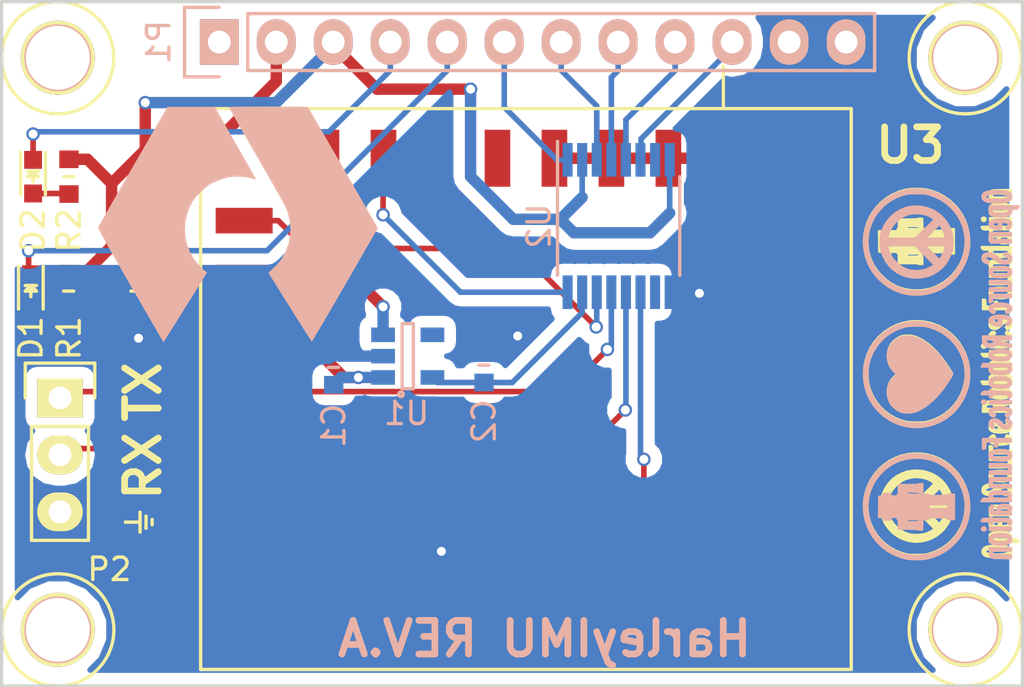
<source format=kicad_pcb>
(kicad_pcb (version 4) (host pcbnew 4.1.0-alpha+201605091531+6781~44~ubuntu14.04.1-product)

  (general
    (links 0)
    (no_connects 0)
    (area 11.924999 167.424999 57.575001 198.075001)
    (thickness 1.6)
    (drawings 7)
    (tracks 157)
    (zones 0)
    (modules 20)
    (nets 39)
  )

  (page A4)
  (layers
    (0 F.Cu signal)
    (31 B.Cu signal)
    (32 B.Adhes user)
    (33 F.Adhes user)
    (34 B.Paste user)
    (35 F.Paste user)
    (36 B.SilkS user)
    (37 F.SilkS user)
    (38 B.Mask user)
    (39 F.Mask user)
    (40 Dwgs.User user)
    (41 Cmts.User user)
    (42 Eco1.User user)
    (43 Eco2.User user)
    (44 Edge.Cuts user)
    (45 Margin user)
    (46 B.CrtYd user)
    (47 F.CrtYd user)
    (48 B.Fab user hide)
    (49 F.Fab user hide)
  )

  (setup
    (last_trace_width 0.25)
    (trace_clearance 0.2)
    (zone_clearance 0.508)
    (zone_45_only no)
    (trace_min 0.2)
    (segment_width 0.2)
    (edge_width 0.15)
    (via_size 0.6)
    (via_drill 0.4)
    (via_min_size 0.4)
    (via_min_drill 0.3)
    (uvia_size 0.3)
    (uvia_drill 0.1)
    (uvias_allowed no)
    (uvia_min_size 0.2)
    (uvia_min_drill 0.1)
    (pcb_text_width 0.3)
    (pcb_text_size 1.5 1.5)
    (mod_edge_width 0.15)
    (mod_text_size 1 1)
    (mod_text_width 0.15)
    (pad_size 1.524 1.524)
    (pad_drill 0.762)
    (pad_to_mask_clearance 0.2)
    (aux_axis_origin 0 0)
    (visible_elements FFFFFF7F)
    (pcbplotparams
      (layerselection 0x00030_ffffffff)
      (usegerberextensions false)
      (excludeedgelayer true)
      (linewidth 0.100000)
      (plotframeref false)
      (viasonmask false)
      (mode 1)
      (useauxorigin false)
      (hpglpennumber 1)
      (hpglpenspeed 20)
      (hpglpendiameter 15)
      (psnegative false)
      (psa4output false)
      (plotreference true)
      (plotvalue true)
      (plotinvisibletext false)
      (padsonsilk false)
      (subtractmaskfromsilk false)
      (outputformat 1)
      (mirror false)
      (drillshape 1)
      (scaleselection 1)
      (outputdirectory ""))
  )

  (net 0 "")
  (net 1 +3V3)
  (net 2 GND)
  (net 3 3V)
  (net 4 "Net-(D1-Pad2)")
  (net 5 FPGA_Signal2)
  (net 6 "Net-(D2-Pad2)")
  (net 7 FPGA_Signal1)
  (net 8 IMU_TARE_2V5)
  (net 9 IMU_RST#_2V5)
  (net 10 IMU_RX_2V5)
  (net 11 +5V)
  (net 12 IMU_TX_2V5)
  (net 13 IMU_SYNC_OUT_2V5)
  (net 14 +2V5)
  (net 15 IMU_RX)
  (net 16 IMU_TX)
  (net 17 "Net-(U1-Pad4)")
  (net 18 "Net-(U2-Pad7)")
  (net 19 "Net-(U2-Pad10)")
  (net 20 IMU_SYNC_OUT)
  (net 21 IMU_RST#)
  (net 22 IMU_TARE)
  (net 23 "Net-(U3-Pad5)")
  (net 24 "Net-(U3-Pad6)")
  (net 25 "Net-(U3-Pad8)")
  (net 26 "Net-(U3-Pad14)")
  (net 27 "Net-(U3-Pad24)")
  (net 28 "Net-(U3-Pad16)")
  (net 29 "Net-(U3-Pad17)")
  (net 30 "Net-(U3-Pad19)")
  (net 31 "Net-(U3-Pad20)")
  (net 32 "Net-(U3-Pad22)")
  (net 33 "Net-(U3-Pad23)")
  (net 34 "Net-(U3-Pad15)")
  (net 35 "Net-(U3-Pad25)")
  (net 36 "Net-(U3-Pad26)")
  (net 37 "Net-(U3-Pad27)")
  (net 38 "Net-(U3-Pad29)")

  (net_class Default "This is the default net class."
    (clearance 0.2)
    (trace_width 0.25)
    (via_dia 0.6)
    (via_drill 0.4)
    (uvia_dia 0.3)
    (uvia_drill 0.1)
    (add_net +2V5)
    (add_net +3V3)
    (add_net +5V)
    (add_net 3V)
    (add_net FPGA_Signal1)
    (add_net FPGA_Signal2)
    (add_net GND)
    (add_net IMU_RST#)
    (add_net IMU_RST#_2V5)
    (add_net IMU_RX)
    (add_net IMU_RX_2V5)
    (add_net IMU_SYNC_OUT)
    (add_net IMU_SYNC_OUT_2V5)
    (add_net IMU_TARE)
    (add_net IMU_TARE_2V5)
    (add_net IMU_TX)
    (add_net IMU_TX_2V5)
    (add_net "Net-(D1-Pad2)")
    (add_net "Net-(D2-Pad2)")
    (add_net "Net-(U1-Pad4)")
    (add_net "Net-(U2-Pad10)")
    (add_net "Net-(U2-Pad7)")
    (add_net "Net-(U3-Pad14)")
    (add_net "Net-(U3-Pad15)")
    (add_net "Net-(U3-Pad16)")
    (add_net "Net-(U3-Pad17)")
    (add_net "Net-(U3-Pad19)")
    (add_net "Net-(U3-Pad20)")
    (add_net "Net-(U3-Pad22)")
    (add_net "Net-(U3-Pad23)")
    (add_net "Net-(U3-Pad24)")
    (add_net "Net-(U3-Pad25)")
    (add_net "Net-(U3-Pad26)")
    (add_net "Net-(U3-Pad27)")
    (add_net "Net-(U3-Pad29)")
    (add_net "Net-(U3-Pad5)")
    (add_net "Net-(U3-Pad6)")
    (add_net "Net-(U3-Pad8)")
  )

  (module silkscreen:OSRF_17x7mm (layer B.Cu) (tedit 0) (tstamp 57361831)
    (at 53.9 184.1 270)
    (fp_text reference G*** (at 0 0 270) (layer B.SilkS) hide
      (effects (font (thickness 0.3)) (justify mirror))
    )
    (fp_text value LOGO (at 0.75 0 270) (layer B.SilkS) hide
      (effects (font (thickness 0.3)) (justify mirror))
    )
    (fp_poly (pts (xy -7.033846 -2.608825) (xy -7.040852 -2.778645) (xy -7.062028 -2.912527) (xy -7.097612 -3.011043)
      (xy -7.147843 -3.074764) (xy -7.153966 -3.077537) (xy -7.153966 -2.510035) (xy -7.163497 -2.389815)
      (xy -7.183892 -2.305339) (xy -7.215522 -2.25561) (xy -7.258759 -2.239628) (xy -7.308622 -2.253627)
      (xy -7.325986 -2.263306) (xy -7.338616 -2.27631) (xy -7.347388 -2.298512) (xy -7.353178 -2.335782)
      (xy -7.356861 -2.393992) (xy -7.359314 -2.479015) (xy -7.361412 -2.596721) (xy -7.361609 -2.60884)
      (xy -7.363217 -2.731503) (xy -7.363152 -2.820911) (xy -7.360956 -2.882868) (xy -7.356169 -2.923178)
      (xy -7.348332 -2.947646) (xy -7.336986 -2.962074) (xy -7.333452 -2.964862) (xy -7.277238 -2.987881)
      (xy -7.223779 -2.980083) (xy -7.187057 -2.945423) (xy -7.176532 -2.907915) (xy -7.166894 -2.840247)
      (xy -7.159172 -2.751335) (xy -7.154927 -2.667) (xy -7.153966 -2.510035) (xy -7.153966 -3.077537)
      (xy -7.212958 -3.104261) (xy -7.241252 -3.106615) (xy -7.288706 -3.101172) (xy -7.316527 -3.08798)
      (xy -7.317153 -3.087077) (xy -7.33878 -3.06645) (xy -7.354271 -3.083935) (xy -7.363438 -3.139019)
      (xy -7.366123 -3.218961) (xy -7.366908 -3.295593) (xy -7.371216 -3.34311) (xy -7.382207 -3.371471)
      (xy -7.403043 -3.390638) (xy -7.424739 -3.403668) (xy -7.48323 -3.436952) (xy -7.48323 -2.7923)
      (xy -7.48323 -2.147648) (xy -7.409961 -2.148264) (xy -7.340569 -2.145732) (xy -7.26458 -2.138707)
      (xy -7.252678 -2.137141) (xy -7.189318 -2.133684) (xy -7.146973 -2.14731) (xy -7.130368 -2.160059)
      (xy -7.087836 -2.222389) (xy -7.057418 -2.320838) (xy -7.039352 -2.454298) (xy -7.033846 -2.608825)
      (xy -7.033846 -2.608825)) (layer B.SilkS) (width 0.1))
    (fp_poly (pts (xy -7.6488 -2.510919) (xy -7.653581 -2.644937) (xy -7.663991 -2.764481) (xy -7.680033 -2.858971)
      (xy -7.685664 -2.879927) (xy -7.730881 -2.987481) (xy -7.778386 -3.046713) (xy -7.778386 -2.507052)
      (xy -7.780138 -2.383692) (xy -7.7853 -2.245339) (xy -7.793388 -2.140487) (xy -7.805654 -2.063596)
      (xy -7.823346 -2.009125) (xy -7.847715 -1.971535) (xy -7.878884 -1.945979) (xy -7.925921 -1.933287)
      (xy -7.965255 -1.958514) (xy -7.996927 -2.021755) (xy -8.020976 -2.123106) (xy -8.037441 -2.262662)
      (xy -8.042607 -2.342175) (xy -8.046247 -2.503886) (xy -8.040265 -2.647238) (xy -8.025581 -2.769344)
      (xy -8.003117 -2.867318) (xy -7.973792 -2.93827) (xy -7.938528 -2.979313) (xy -7.898245 -2.987561)
      (xy -7.853863 -2.960125) (xy -7.847664 -2.953592) (xy -7.817181 -2.896994) (xy -7.795512 -2.804026)
      (xy -7.782599 -2.674206) (xy -7.778386 -2.507052) (xy -7.778386 -3.046713) (xy -7.79028 -3.061544)
      (xy -7.861682 -3.100744) (xy -7.942907 -3.103711) (xy -8.007342 -3.082118) (xy -8.065471 -3.032843)
      (xy -8.110155 -2.947349) (xy -8.14142 -2.825521) (xy -8.159293 -2.667241) (xy -8.163798 -2.472395)
      (xy -8.161708 -2.379552) (xy -8.155013 -2.234206) (xy -8.14512 -2.121539) (xy -8.130596 -2.03519)
      (xy -8.11001 -1.9688) (xy -8.081933 -1.91601) (xy -8.047838 -1.873543) (xy -8.002778 -1.835141)
      (xy -7.952099 -1.819214) (xy -7.908893 -1.817077) (xy -7.831711 -1.830371) (xy -7.770328 -1.87251)
      (xy -7.721383 -1.946878) (xy -7.685905 -2.041769) (xy -7.6682 -2.127853) (xy -7.656112 -2.241794)
      (xy -7.649644 -2.373011) (xy -7.6488 -2.510919) (xy -7.6488 -2.510919)) (layer B.SilkS) (width 0.1))
    (fp_poly (pts (xy -6.442052 -2.657231) (xy -6.560486 -2.657231) (xy -6.560486 -2.54) (xy -6.574106 -2.447192)
      (xy -6.596425 -2.345148) (xy -6.628185 -2.280276) (xy -6.669823 -2.251725) (xy -6.674919 -2.250781)
      (xy -6.70543 -2.255497) (xy -6.730187 -2.285228) (xy -6.748006 -2.324445) (xy -6.768647 -2.392359)
      (xy -6.779405 -2.459628) (xy -6.779846 -2.472011) (xy -6.779846 -2.54) (xy -6.670166 -2.54)
      (xy -6.560486 -2.54) (xy -6.560486 -2.657231) (xy -6.613624 -2.657231) (xy -6.785196 -2.657231)
      (xy -6.774926 -2.785174) (xy -6.758837 -2.881559) (xy -6.730257 -2.94881) (xy -6.692177 -2.98464)
      (xy -6.647588 -2.986764) (xy -6.599482 -2.952896) (xy -6.582449 -2.932226) (xy -6.550853 -2.895633)
      (xy -6.525886 -2.887822) (xy -6.50371 -2.897849) (xy -6.473472 -2.927298) (xy -6.473769 -2.963018)
      (xy -6.505773 -3.010586) (xy -6.533661 -3.040185) (xy -6.607325 -3.093669) (xy -6.681361 -3.109257)
      (xy -6.752535 -3.086847) (xy -6.798851 -3.04857) (xy -6.841538 -2.988277) (xy -6.871138 -2.909791)
      (xy -6.889033 -2.807119) (xy -6.896607 -2.674271) (xy -6.897077 -2.622817) (xy -6.888921 -2.455462)
      (xy -6.864585 -2.322196) (xy -6.824265 -2.223452) (xy -6.768158 -2.15966) (xy -6.69646 -2.131251)
      (xy -6.672384 -2.129692) (xy -6.601747 -2.143182) (xy -6.545963 -2.18519) (xy -6.503723 -2.258024)
      (xy -6.473721 -2.363991) (xy -6.454649 -2.505399) (xy -6.45378 -2.515577) (xy -6.442052 -2.657231)
      (xy -6.442052 -2.657231)) (layer B.SilkS) (width 0.1))
    (fp_poly (pts (xy -4.922989 -2.820657) (xy -4.937337 -2.933319) (xy -4.955634 -2.982408) (xy -5.007333 -3.050916)
      (xy -5.078884 -3.093153) (xy -5.160088 -3.106785) (xy -5.240747 -3.089478) (xy -5.289984 -3.058926)
      (xy -5.335603 -3.002699) (xy -5.372221 -2.926208) (xy -5.391474 -2.848262) (xy -5.392615 -2.828143)
      (xy -5.374884 -2.802961) (xy -5.335415 -2.79004) (xy -5.298687 -2.788148) (xy -5.277813 -2.802838)
      (xy -5.262789 -2.843529) (xy -5.257667 -2.863247) (xy -5.229504 -2.938655) (xy -5.190455 -2.978712)
      (xy -5.13763 -2.986315) (xy -5.135295 -2.986) (xy -5.087359 -2.961034) (xy -5.05687 -2.906926)
      (xy -5.047174 -2.830976) (xy -5.049524 -2.798822) (xy -5.081102 -2.680832) (xy -5.148055 -2.559788)
      (xy -5.216769 -2.471615) (xy -5.311594 -2.341822) (xy -5.368795 -2.215479) (xy -5.388083 -2.093581)
      (xy -5.369172 -1.977118) (xy -5.36402 -1.962763) (xy -5.335131 -1.903733) (xy -5.301511 -1.857545)
      (xy -5.288947 -1.846352) (xy -5.225979 -1.82214) (xy -5.148305 -1.81852) (xy -5.074001 -1.834819)
      (xy -5.036056 -1.855788) (xy -5.006774 -1.888362) (xy -4.975319 -1.937062) (xy -4.947734 -1.990144)
      (xy -4.930061 -2.035864) (xy -4.928341 -2.062477) (xy -4.929184 -2.063543) (xy -4.951407 -2.07199)
      (xy -4.995023 -2.082412) (xy -4.995785 -2.082565) (xy -5.038606 -2.086605) (xy -5.059458 -2.069223)
      (xy -5.069201 -2.038916) (xy -5.094684 -1.973087) (xy -5.13224 -1.940366) (xy -5.167923 -1.934308)
      (xy -5.217416 -1.946645) (xy -5.245558 -1.985905) (xy -5.254097 -2.055455) (xy -5.252091 -2.096549)
      (xy -5.246588 -2.142741) (xy -5.236027 -2.18425) (xy -5.216697 -2.227815) (xy -5.184888 -2.280173)
      (xy -5.136888 -2.348062) (xy -5.068987 -2.43822) (xy -5.050907 -2.461846) (xy -4.981386 -2.57611)
      (xy -4.938209 -2.69865) (xy -4.922989 -2.820657) (xy -4.922989 -2.820657)) (layer B.SilkS) (width 0.1))
    (fp_poly (pts (xy -4.309937 -2.618154) (xy -4.312387 -2.714598) (xy -4.318973 -2.806288) (xy -4.32855 -2.879957)
      (xy -4.335091 -2.909433) (xy -4.376436 -3.002697) (xy -4.430034 -3.062523) (xy -4.430034 -2.618154)
      (xy -4.433554 -2.478338) (xy -4.445294 -2.374104) (xy -4.466089 -2.302659) (xy -4.496775 -2.261213)
      (xy -4.538189 -2.246973) (xy -4.541245 -2.246923) (xy -4.583794 -2.254015) (xy -4.61534 -2.278255)
      (xy -4.637303 -2.324086) (xy -4.651102 -2.395953) (xy -4.65816 -2.498299) (xy -4.659923 -2.618154)
      (xy -4.659121 -2.730408) (xy -4.656188 -2.810881) (xy -4.650332 -2.866844) (xy -4.640762 -2.90557)
      (xy -4.626686 -2.93433) (xy -4.62528 -2.936513) (xy -4.580316 -2.980033) (xy -4.529137 -2.986668)
      (xy -4.499953 -2.974034) (xy -4.469728 -2.938316) (xy -4.448414 -2.873542) (xy -4.43543 -2.776759)
      (xy -4.430196 -2.645014) (xy -4.430034 -2.618154) (xy -4.430034 -3.062523) (xy -4.434496 -3.067504)
      (xy -4.503791 -3.10144) (xy -4.578839 -3.102093) (xy -4.654159 -3.067048) (xy -4.668139 -3.056078)
      (xy -4.719493 -2.996802) (xy -4.755377 -2.916105) (xy -4.776791 -2.809684) (xy -4.784732 -2.673235)
      (xy -4.782954 -2.561292) (xy -4.772115 -2.413133) (xy -4.750988 -2.299849) (xy -4.717748 -2.218166)
      (xy -4.670571 -2.164809) (xy -4.607633 -2.136505) (xy -4.542473 -2.129692) (xy -4.467022 -2.148237)
      (xy -4.401578 -2.200438) (xy -4.35156 -2.281144) (xy -4.335091 -2.326874) (xy -4.324295 -2.383823)
      (xy -4.315817 -2.466564) (xy -4.310805 -2.561833) (xy -4.309937 -2.618154) (xy -4.309937 -2.618154)) (layer B.SilkS) (width 0.1))
    (fp_poly (pts (xy -3.712307 -3.087077) (xy -3.770923 -3.087077) (xy -3.812073 -3.081098) (xy -3.829533 -3.066693)
      (xy -3.829538 -3.06643) (xy -3.842704 -3.060718) (xy -3.872962 -3.0762) (xy -3.940392 -3.102421)
      (xy -4.016569 -3.10166) (xy -4.078431 -3.076732) (xy -4.10504 -3.051441) (xy -4.125556 -3.014311)
      (xy -4.140688 -2.960642) (xy -4.151145 -2.885738) (xy -4.157636 -2.7849) (xy -4.160868 -2.653432)
      (xy -4.161583 -2.525346) (xy -4.161692 -2.149231) (xy -4.103077 -2.149231) (xy -4.044461 -2.149231)
      (xy -4.042514 -2.515577) (xy -4.041193 -2.634559) (xy -4.038703 -2.7428) (xy -4.035313 -2.833136)
      (xy -4.031286 -2.898405) (xy -4.027087 -2.930769) (xy -3.998353 -2.970794) (xy -3.947984 -2.987764)
      (xy -3.887875 -2.978688) (xy -3.869581 -2.970363) (xy -3.856094 -2.961416) (xy -3.846031 -2.947516)
      (xy -3.838891 -2.923406) (xy -3.834174 -2.883828) (xy -3.831382 -2.823524) (xy -3.830013 -2.737236)
      (xy -3.82957 -2.619707) (xy -3.829538 -2.549082) (xy -3.829538 -2.149231) (xy -3.770923 -2.149231)
      (xy -3.712307 -2.149231) (xy -3.712307 -2.618154) (xy -3.712307 -3.087077) (xy -3.712307 -3.087077)) (layer B.SilkS) (width 0.1))
    (fp_poly (pts (xy -2.723362 -2.923405) (xy -2.738301 -2.962242) (xy -2.746058 -2.978762) (xy -2.778415 -3.032541)
      (xy -2.814687 -3.07354) (xy -2.820433 -3.077984) (xy -2.888854 -3.104413) (xy -2.963702 -3.100641)
      (xy -3.029099 -3.067972) (xy -3.037667 -3.060109) (xy -3.086478 -2.986649) (xy -3.121182 -2.87956)
      (xy -3.141021 -2.741939) (xy -3.145692 -2.618154) (xy -3.137427 -2.450384) (xy -3.112595 -2.317912)
      (xy -3.07114 -2.220618) (xy -3.013003 -2.158384) (xy -2.938129 -2.13109) (xy -2.913855 -2.129692)
      (xy -2.853332 -2.136998) (xy -2.808365 -2.165496) (xy -2.785967 -2.189807) (xy -2.753873 -2.231706)
      (xy -2.736435 -2.261783) (xy -2.735384 -2.266363) (xy -2.729005 -2.298092) (xy -2.72486 -2.310229)
      (xy -2.732846 -2.338544) (xy -2.766462 -2.361405) (xy -2.80464 -2.376602) (xy -2.82246 -2.379539)
      (xy -2.83154 -2.359475) (xy -2.848727 -2.317647) (xy -2.851613 -2.310423) (xy -2.880431 -2.262409)
      (xy -2.918673 -2.246956) (xy -2.921 -2.246923) (xy -2.9565 -2.25683) (xy -2.983019 -2.289004)
      (xy -3.001498 -2.347121) (xy -3.012877 -2.434859) (xy -3.018097 -2.555897) (xy -3.018692 -2.628816)
      (xy -3.017818 -2.738967) (xy -3.014637 -2.817533) (xy -3.008307 -2.871979) (xy -2.997989 -2.909767)
      (xy -2.984049 -2.936547) (xy -2.941219 -2.980421) (xy -2.897933 -2.98577) (xy -2.85758 -2.952957)
      (xy -2.838911 -2.921) (xy -2.814072 -2.873319) (xy -2.794198 -2.856693) (xy -2.768566 -2.866384)
      (xy -2.748396 -2.881015) (xy -2.726614 -2.901056) (xy -2.723362 -2.923405) (xy -2.723362 -2.923405)) (layer B.SilkS) (width 0.1))
    (fp_poly (pts (xy -2.146419 -2.657231) (xy -2.286 -2.657231) (xy -2.286 -2.54) (xy -2.286 -2.461218)
      (xy -2.294081 -2.381058) (xy -2.315582 -2.312511) (xy -2.34639 -2.264745) (xy -2.382193 -2.246923)
      (xy -2.422579 -2.265619) (xy -2.456177 -2.318868) (xy -2.480735 -2.402409) (xy -2.488034 -2.447192)
      (xy -2.500175 -2.54) (xy -2.393087 -2.54) (xy -2.286 -2.54) (xy -2.286 -2.657231)
      (xy -2.325922 -2.657231) (xy -2.505425 -2.657231) (xy -2.491391 -2.769556) (xy -2.478621 -2.842243)
      (xy -2.461061 -2.907096) (xy -2.449561 -2.935633) (xy -2.410372 -2.979739) (xy -2.36241 -2.989033)
      (xy -2.314655 -2.963513) (xy -2.292364 -2.935654) (xy -2.267511 -2.896273) (xy -2.253249 -2.874315)
      (xy -2.252956 -2.873902) (xy -2.236263 -2.879289) (xy -2.208411 -2.90095) (xy -2.183654 -2.927155)
      (xy -2.181587 -2.951225) (xy -2.201295 -2.99019) (xy -2.203407 -2.993815) (xy -2.261153 -3.061346)
      (xy -2.332493 -3.097516) (xy -2.409295 -3.100535) (xy -2.48343 -3.068618) (xy -2.496738 -3.058292)
      (xy -2.544244 -3.002194) (xy -2.577706 -2.923341) (xy -2.598235 -2.817312) (xy -2.606943 -2.679686)
      (xy -2.607383 -2.618154) (xy -2.602513 -2.476577) (xy -2.588386 -2.366316) (xy -2.563384 -2.280366)
      (xy -2.525893 -2.21172) (xy -2.508441 -2.189196) (xy -2.462657 -2.146758) (xy -2.410843 -2.130832)
      (xy -2.383692 -2.129692) (xy -2.318044 -2.141832) (xy -2.265041 -2.180137) (xy -2.223146 -2.247437)
      (xy -2.190827 -2.346565) (xy -2.16655 -2.480349) (xy -2.158673 -2.544885) (xy -2.146419 -2.657231)
      (xy -2.146419 -2.657231)) (layer B.SilkS) (width 0.1))
    (fp_poly (pts (xy -0.606591 -2.656077) (xy -0.613064 -2.774726) (xy -0.627484 -2.874968) (xy -0.635321 -2.906218)
      (xy -0.676466 -2.997266) (xy -0.732692 -3.060497) (xy -0.732692 -2.618154) (xy -0.733494 -2.505899)
      (xy -0.736427 -2.425427) (xy -0.742283 -2.369464) (xy -0.751853 -2.330738) (xy -0.765928 -2.301977)
      (xy -0.767335 -2.299794) (xy -0.812983 -2.255121) (xy -0.862241 -2.247672) (xy -0.908258 -2.277021)
      (xy -0.93035 -2.309934) (xy -0.945283 -2.359737) (xy -0.956611 -2.437888) (xy -0.963921 -2.533788)
      (xy -0.966797 -2.63684) (xy -0.964826 -2.736446) (xy -0.957592 -2.822005) (xy -0.951732 -2.856872)
      (xy -0.925049 -2.930645) (xy -0.885999 -2.975387) (xy -0.840384 -2.988591) (xy -0.794007 -2.967752)
      (xy -0.767335 -2.936513) (xy -0.752847 -2.908256) (xy -0.74293 -2.870642) (xy -0.736794 -2.816399)
      (xy -0.733647 -2.738255) (xy -0.732697 -2.628937) (xy -0.732692 -2.618154) (xy -0.732692 -3.060497)
      (xy -0.734747 -3.062809) (xy -0.804013 -3.099824) (xy -0.878111 -3.105285) (xy -0.950888 -3.076167)
      (xy -0.962983 -3.067328) (xy -1.013729 -3.011567) (xy -1.049906 -2.93328) (xy -1.072697 -2.828089)
      (xy -1.083285 -2.691618) (xy -1.084384 -2.618154) (xy -1.07724 -2.454598) (xy -1.055312 -2.326018)
      (xy -1.017853 -2.230926) (xy -0.964119 -2.167828) (xy -0.893364 -2.135235) (xy -0.840183 -2.129692)
      (xy -0.762158 -2.147988) (xy -0.697954 -2.201988) (xy -0.648924 -2.290361) (xy -0.634951 -2.331336)
      (xy -0.617526 -2.420217) (xy -0.608075 -2.533186) (xy -0.606591 -2.656077) (xy -0.606591 -2.656077)) (layer B.SilkS) (width 0.1))
    (fp_poly (pts (xy 0 -2.600759) (xy -0.003891 -2.754268) (xy -0.016165 -2.873882) (xy -0.03772 -2.964061)
      (xy -0.069457 -3.029264) (xy -0.091921 -3.056438) (xy -0.119191 -3.074714) (xy -0.119191 -2.569273)
      (xy -0.122261 -2.470044) (xy -0.129111 -2.387614) (xy -0.137733 -2.339961) (xy -0.167843 -2.272918)
      (xy -0.210486 -2.242578) (xy -0.265192 -2.249237) (xy -0.274775 -2.253627) (xy -0.29214 -2.263306)
      (xy -0.30477 -2.27631) (xy -0.313542 -2.298512) (xy -0.319332 -2.335782) (xy -0.323015 -2.393992)
      (xy -0.325468 -2.479015) (xy -0.327566 -2.596721) (xy -0.327763 -2.60884) (xy -0.329394 -2.731171)
      (xy -0.329395 -2.820291) (xy -0.327285 -2.88205) (xy -0.322585 -2.922298) (xy -0.314814 -2.946885)
      (xy -0.303493 -2.96166) (xy -0.298473 -2.96569) (xy -0.241211 -2.988364) (xy -0.188884 -2.975)
      (xy -0.149773 -2.928492) (xy -0.142756 -2.911231) (xy -0.131684 -2.85628) (xy -0.124001 -2.773539)
      (xy -0.119804 -2.674154) (xy -0.119191 -2.569273) (xy -0.119191 -3.074714) (xy -0.138358 -3.087561)
      (xy -0.194458 -3.105362) (xy -0.246391 -3.107479) (xy -0.280326 -3.09155) (xy -0.282158 -3.088937)
      (xy -0.306627 -3.080154) (xy -0.354265 -3.079908) (xy -0.371234 -3.08174) (xy -0.449384 -3.092222)
      (xy -0.449384 -2.468631) (xy -0.449384 -1.845041) (xy -0.390769 -1.810416) (xy -0.332153 -1.775791)
      (xy -0.332153 -1.97228) (xy -0.329795 -2.074926) (xy -0.322511 -2.139897) (xy -0.309992 -2.168319)
      (xy -0.291925 -2.16132) (xy -0.283307 -2.149231) (xy -0.252997 -2.132454) (xy -0.202079 -2.129202)
      (xy -0.146055 -2.13806) (xy -0.100425 -2.157612) (xy -0.089595 -2.166921) (xy -0.047298 -2.239221)
      (xy -0.018309 -2.347537) (xy -0.002789 -2.491089) (xy 0 -2.600759) (xy 0 -2.600759)) (layer B.SilkS) (width 0.1))
    (fp_poly (pts (xy 0.615462 -2.618154) (xy 0.610023 -2.770271) (xy 0.592919 -2.88912) (xy 0.562966 -2.979079)
      (xy 0.518981 -3.044525) (xy 0.495661 -3.065863) (xy 0.495661 -2.618154) (xy 0.491787 -2.478183)
      (xy 0.479607 -2.373823) (xy 0.458283 -2.302329) (xy 0.426977 -2.260954) (xy 0.384854 -2.246954)
      (xy 0.382448 -2.246923) (xy 0.339898 -2.254015) (xy 0.308352 -2.278255) (xy 0.28639 -2.324086)
      (xy 0.27259 -2.395953) (xy 0.265532 -2.498299) (xy 0.26377 -2.618154) (xy 0.264571 -2.730408)
      (xy 0.267505 -2.810881) (xy 0.273361 -2.866844) (xy 0.282931 -2.90557) (xy 0.297006 -2.93433)
      (xy 0.298412 -2.936513) (xy 0.343857 -2.982092) (xy 0.3917 -2.990191) (xy 0.436109 -2.961528)
      (xy 0.463751 -2.916115) (xy 0.479821 -2.864715) (xy 0.489918 -2.794246) (xy 0.494847 -2.697192)
      (xy 0.495661 -2.618154) (xy 0.495661 -3.065863) (xy 0.49406 -3.067328) (xy 0.421403 -3.101722)
      (xy 0.34243 -3.100697) (xy 0.266388 -3.064683) (xy 0.255821 -3.056303) (xy 0.202523 -2.991378)
      (xy 0.165431 -2.898471) (xy 0.143772 -2.774728) (xy 0.13677 -2.618154) (xy 0.145098 -2.450101)
      (xy 0.17009 -2.317376) (xy 0.211758 -2.219952) (xy 0.270114 -2.157806) (xy 0.345168 -2.130913)
      (xy 0.367708 -2.129692) (xy 0.450278 -2.14343) (xy 0.515142 -2.185781) (xy 0.563163 -2.25845)
      (xy 0.595206 -2.363143) (xy 0.612138 -2.501566) (xy 0.615462 -2.618154) (xy 0.615462 -2.618154)) (layer B.SilkS) (width 0.1))
    (fp_poly (pts (xy 1.055606 -3.00982) (xy 1.040926 -3.056982) (xy 1.034851 -3.068823) (xy 0.999528 -3.097999)
      (xy 0.944767 -3.108113) (xy 0.885112 -3.099397) (xy 0.835106 -3.072084) (xy 0.828529 -3.065517)
      (xy 0.815643 -3.047995) (xy 0.805893 -3.024047) (xy 0.798711 -2.988094) (xy 0.793527 -2.934558)
      (xy 0.789771 -2.857859) (xy 0.786875 -2.752418) (xy 0.784657 -2.635671) (xy 0.782192 -2.503164)
      (xy 0.779595 -2.404701) (xy 0.776296 -2.335255) (xy 0.771726 -2.289795) (xy 0.765317 -2.263292)
      (xy 0.756499 -2.250718) (xy 0.744705 -2.247042) (xy 0.740695 -2.246923) (xy 0.711163 -2.234487)
      (xy 0.703385 -2.198077) (xy 0.712543 -2.159773) (xy 0.742462 -2.149231) (xy 0.762514 -2.14574)
      (xy 0.774244 -2.129849) (xy 0.779838 -2.093423) (xy 0.781486 -2.028332) (xy 0.781539 -2.004023)
      (xy 0.782476 -1.92879) (xy 0.787552 -1.881793) (xy 0.800164 -1.852197) (xy 0.823708 -1.829167)
      (xy 0.840154 -1.817077) (xy 0.89877 -1.775339) (xy 0.89877 -1.962285) (xy 0.89877 -2.149231)
      (xy 0.967154 -2.149231) (xy 1.0134 -2.15288) (xy 1.032332 -2.169303) (xy 1.035539 -2.198077)
      (xy 1.03043 -2.231109) (xy 1.007438 -2.244632) (xy 0.967154 -2.246923) (xy 0.89877 -2.246923)
      (xy 0.899069 -2.593731) (xy 0.900092 -2.707631) (xy 0.902747 -2.808918) (xy 0.906712 -2.890724)
      (xy 0.91167 -2.94618) (xy 0.916443 -2.967497) (xy 0.950255 -2.986118) (xy 0.994297 -2.985534)
      (xy 1.040407 -2.98671) (xy 1.055606 -3.00982) (xy 1.055606 -3.00982)) (layer B.SilkS) (width 0.1))
    (fp_poly (pts (xy 1.890192 -2.929821) (xy 1.876504 -2.967888) (xy 1.829481 -3.042859) (xy 1.766679 -3.089209)
      (xy 1.695669 -3.104247) (xy 1.624019 -3.085286) (xy 1.596556 -3.067328) (xy 1.545794 -3.011573)
      (xy 1.509633 -2.933348) (xy 1.486888 -2.828265) (xy 1.476376 -2.691935) (xy 1.475322 -2.618154)
      (xy 1.478486 -2.485232) (xy 1.489017 -2.382936) (xy 1.508806 -2.303197) (xy 1.539746 -2.237949)
      (xy 1.576262 -2.187811) (xy 1.636725 -2.141566) (xy 1.705702 -2.127757) (xy 1.774477 -2.143751)
      (xy 1.834334 -2.186911) (xy 1.876554 -2.254602) (xy 1.884945 -2.281128) (xy 1.886543 -2.329583)
      (xy 1.863595 -2.358503) (xy 1.826964 -2.379748) (xy 1.801843 -2.373952) (xy 1.778824 -2.336683)
      (xy 1.7689 -2.313895) (xy 1.734591 -2.262916) (xy 1.693665 -2.248893) (xy 1.652033 -2.271769)
      (xy 1.622817 -2.315308) (xy 1.607555 -2.369539) (xy 1.597543 -2.451643) (xy 1.592676 -2.551115)
      (xy 1.592853 -2.657452) (xy 1.59797 -2.760146) (xy 1.607925 -2.848694) (xy 1.622614 -2.912591)
      (xy 1.628807 -2.927096) (xy 1.667805 -2.975383) (xy 1.710398 -2.985852) (xy 1.751761 -2.958845)
      (xy 1.778 -2.916538) (xy 1.80175 -2.870583) (xy 1.821785 -2.855927) (xy 1.849378 -2.867781)
      (xy 1.865645 -2.879303) (xy 1.888798 -2.901929) (xy 1.890192 -2.929821) (xy 1.890192 -2.929821)) (layer B.SilkS) (width 0.1))
    (fp_poly (pts (xy 2.422465 -2.866585) (xy 2.416058 -2.926976) (xy 2.38568 -3.007807) (xy 2.328997 -3.066669)
      (xy 2.254618 -3.099147) (xy 2.17115 -3.100827) (xy 2.113581 -3.082118) (xy 2.075529 -3.050826)
      (xy 2.038339 -3.000759) (xy 2.031104 -2.987627) (xy 1.994047 -2.914989) (xy 2.044026 -2.882241)
      (xy 2.079754 -2.861258) (xy 2.097084 -2.855767) (xy 2.097196 -2.855939) (xy 2.133439 -2.924265)
      (xy 2.162012 -2.963804) (xy 2.189267 -2.982245) (xy 2.20469 -2.986) (xy 2.260114 -2.979107)
      (xy 2.293965 -2.939996) (xy 2.305538 -2.869487) (xy 2.305539 -2.868742) (xy 2.302696 -2.830165)
      (xy 2.29081 -2.794993) (xy 2.264847 -2.755063) (xy 2.219775 -2.702212) (xy 2.169624 -2.648365)
      (xy 2.096917 -2.568045) (xy 2.049468 -2.504147) (xy 2.023111 -2.447376) (xy 2.013681 -2.38844)
      (xy 2.017012 -2.318044) (xy 2.017899 -2.309905) (xy 2.042768 -2.221619) (xy 2.093516 -2.162232)
      (xy 2.16897 -2.13284) (xy 2.210439 -2.129692) (xy 2.276581 -2.138645) (xy 2.330067 -2.171639)
      (xy 2.346119 -2.186805) (xy 2.390842 -2.242468) (xy 2.399776 -2.285808) (xy 2.37322 -2.319498)
      (xy 2.361629 -2.326428) (xy 2.329376 -2.337131) (xy 2.302097 -2.323298) (xy 2.277928 -2.295896)
      (xy 2.232535 -2.256197) (xy 2.187646 -2.249895) (xy 2.156348 -2.259911) (xy 2.140605 -2.28595)
      (xy 2.133466 -2.339518) (xy 2.133462 -2.339571) (xy 2.132304 -2.378881) (xy 2.13857 -2.411448)
      (xy 2.156996 -2.445516) (xy 2.192321 -2.48933) (xy 2.249283 -2.551132) (xy 2.264004 -2.56671)
      (xy 2.341267 -2.654135) (xy 2.390909 -2.727277) (xy 2.416713 -2.795104) (xy 2.422465 -2.866585)
      (xy 2.422465 -2.866585)) (layer B.SilkS) (width 0.1))
    (fp_poly (pts (xy 3.858847 -2.618154) (xy 3.853408 -2.770271) (xy 3.836304 -2.88912) (xy 3.80635 -2.979079)
      (xy 3.762365 -3.044525) (xy 3.739046 -3.065863) (xy 3.739046 -2.618154) (xy 3.735172 -2.478183)
      (xy 3.722991 -2.373823) (xy 3.701667 -2.302329) (xy 3.670362 -2.260954) (xy 3.628238 -2.246954)
      (xy 3.625832 -2.246923) (xy 3.580885 -2.256916) (xy 3.547588 -2.289634) (xy 3.524254 -2.34919)
      (xy 3.509198 -2.439694) (xy 3.501353 -2.550524) (xy 3.500372 -2.6881) (xy 3.509775 -2.806284)
      (xy 3.528704 -2.898994) (xy 3.556299 -2.960148) (xy 3.559839 -2.964702) (xy 3.594169 -2.984111)
      (xy 3.627774 -2.989385) (xy 3.665119 -2.979121) (xy 3.694441 -2.942572) (xy 3.707136 -2.916115)
      (xy 3.723206 -2.864715) (xy 3.733303 -2.794246) (xy 3.738232 -2.697192) (xy 3.739046 -2.618154)
      (xy 3.739046 -3.065863) (xy 3.737445 -3.067328) (xy 3.664788 -3.101722) (xy 3.585815 -3.100697)
      (xy 3.509772 -3.064683) (xy 3.499206 -3.056303) (xy 3.445907 -2.991378) (xy 3.408816 -2.898471)
      (xy 3.387157 -2.774728) (xy 3.380154 -2.618154) (xy 3.388558 -2.451851) (xy 3.413652 -2.319618)
      (xy 3.455257 -2.221832) (xy 3.513195 -2.158869) (xy 3.587287 -2.131106) (xy 3.611048 -2.129692)
      (xy 3.693628 -2.143423) (xy 3.758499 -2.185756) (xy 3.806526 -2.258398) (xy 3.838576 -2.363057)
      (xy 3.855515 -2.501441) (xy 3.858847 -2.618154) (xy 3.858847 -2.618154)) (layer B.SilkS) (width 0.1))
    (fp_poly (pts (xy 4.45477 -3.087077) (xy 4.396154 -3.087077) (xy 4.355003 -3.081098) (xy 4.337544 -3.066693)
      (xy 4.337539 -3.06643) (xy 4.324373 -3.060718) (xy 4.294114 -3.0762) (xy 4.228027 -3.10221)
      (xy 4.153772 -3.102042) (xy 4.089426 -3.076021) (xy 4.084739 -3.072423) (xy 4.059599 -3.045331)
      (xy 4.040206 -3.006637) (xy 4.025885 -2.951581) (xy 4.015963 -2.875407) (xy 4.009766 -2.773355)
      (xy 4.006619 -2.640667) (xy 4.005851 -2.515577) (xy 4.005385 -2.149231) (xy 4.064 -2.149231)
      (xy 4.122616 -2.149231) (xy 4.123742 -2.486269) (xy 4.124877 -2.638852) (xy 4.127618 -2.756817)
      (xy 4.132689 -2.844609) (xy 4.140813 -2.906678) (xy 4.152712 -2.947471) (xy 4.169109 -2.971436)
      (xy 4.190728 -2.98302) (xy 4.204919 -2.985704) (xy 4.260507 -2.982485) (xy 4.297496 -2.970363)
      (xy 4.310982 -2.961416) (xy 4.321046 -2.947516) (xy 4.328186 -2.923406) (xy 4.332903 -2.883828)
      (xy 4.335695 -2.823524) (xy 4.337064 -2.737236) (xy 4.337507 -2.619707) (xy 4.337539 -2.549082)
      (xy 4.337539 -2.149231) (xy 4.396154 -2.149231) (xy 4.45477 -2.149231) (xy 4.45477 -2.618154)
      (xy 4.45477 -3.087077) (xy 4.45477 -3.087077)) (layer B.SilkS) (width 0.1))
    (fp_poly (pts (xy 5.666154 -3.087077) (xy 5.607539 -3.087077) (xy 5.566388 -3.081098) (xy 5.548928 -3.066693)
      (xy 5.548923 -3.06643) (xy 5.548923 -2.619859) (xy 5.548571 -2.494381) (xy 5.546594 -2.402239)
      (xy 5.541611 -2.337694) (xy 5.532242 -2.295005) (xy 5.517106 -2.268433) (xy 5.494822 -2.252238)
      (xy 5.464009 -2.24068) (xy 5.457203 -2.238573) (xy 5.420421 -2.237444) (xy 5.388834 -2.265218)
      (xy 5.379049 -2.279284) (xy 5.364827 -2.306408) (xy 5.354931 -2.341705) (xy 5.348627 -2.392194)
      (xy 5.345183 -2.464898) (xy 5.343865 -2.566838) (xy 5.34377 -2.617294) (xy 5.345347 -2.750064)
      (xy 5.350815 -2.848431) (xy 5.36128 -2.916971) (xy 5.377846 -2.96026) (xy 5.40162 -2.982873)
      (xy 5.433665 -2.989385) (xy 5.484473 -2.980057) (xy 5.511131 -2.969159) (xy 5.52502 -2.959157)
      (xy 5.535028 -2.942439) (xy 5.541785 -2.913185) (xy 5.54592 -2.865572) (xy 5.548064 -2.79378)
      (xy 5.548846 -2.691988) (xy 5.548923 -2.619859) (xy 5.548923 -3.06643) (xy 5.535758 -3.060718)
      (xy 5.505499 -3.0762) (xy 5.435088 -3.104549) (xy 5.364101 -3.096597) (xy 5.304782 -3.056019)
      (xy 5.264606 -2.991906) (xy 5.237198 -2.898694) (xy 5.222148 -2.773913) (xy 5.219044 -2.615091)
      (xy 5.220717 -2.550613) (xy 5.225881 -2.441285) (xy 5.233247 -2.361932) (xy 5.244262 -2.303458)
      (xy 5.260372 -2.256768) (xy 5.270955 -2.234679) (xy 5.302727 -2.183473) (xy 5.333981 -2.148508)
      (xy 5.344535 -2.141871) (xy 5.413279 -2.130212) (xy 5.485021 -2.139444) (xy 5.511131 -2.149918)
      (xy 5.529565 -2.157454) (xy 5.540768 -2.151322) (xy 5.546532 -2.124769) (xy 5.548649 -2.071045)
      (xy 5.548923 -2.007592) (xy 5.549515 -1.927741) (xy 5.553181 -1.87743) (xy 5.562755 -1.847125)
      (xy 5.581072 -1.827292) (xy 5.607539 -1.810416) (xy 5.666154 -1.775791) (xy 5.666154 -2.431434)
      (xy 5.666154 -3.087077) (xy 5.666154 -3.087077)) (layer B.SilkS) (width 0.1))
    (fp_poly (pts (xy 6.252308 -3.087077) (xy 6.193693 -3.087077) (xy 6.152542 -3.081098) (xy 6.135082 -3.066693)
      (xy 6.135077 -3.06643) (xy 6.132644 -3.065374) (xy 6.132644 -2.863833) (xy 6.131348 -2.782736)
      (xy 6.131056 -2.774092) (xy 6.125308 -2.608385) (xy 6.057786 -2.601962) (xy 5.99803 -2.605952)
      (xy 5.964978 -2.630119) (xy 5.950806 -2.670397) (xy 5.942468 -2.735379) (xy 5.940184 -2.811095)
      (xy 5.944174 -2.883578) (xy 5.954657 -2.93886) (xy 5.959919 -2.951592) (xy 5.995781 -2.982119)
      (xy 6.047872 -2.987181) (xy 6.101698 -2.965459) (xy 6.102898 -2.964592) (xy 6.119699 -2.946103)
      (xy 6.129188 -2.915403) (xy 6.132644 -2.863833) (xy 6.132644 -3.065374) (xy 6.121912 -3.060718)
      (xy 6.091653 -3.0762) (xy 6.023034 -3.102859) (xy 5.948533 -3.098992) (xy 5.913439 -3.084487)
      (xy 5.87006 -3.037892) (xy 5.839839 -2.958808) (xy 5.82428 -2.852047) (xy 5.822462 -2.794)
      (xy 5.830509 -2.669127) (xy 5.855674 -2.578013) (xy 5.899496 -2.51858) (xy 5.963511 -2.488752)
      (xy 6.049257 -2.48645) (xy 6.050015 -2.486535) (xy 6.135077 -2.496123) (xy 6.135077 -2.409315)
      (xy 6.130606 -2.346676) (xy 6.11943 -2.29553) (xy 6.114851 -2.284715) (xy 6.078841 -2.253493)
      (xy 6.026157 -2.250817) (xy 5.966743 -2.276621) (xy 5.954193 -2.285769) (xy 5.904808 -2.324616)
      (xy 5.874367 -2.278157) (xy 5.854969 -2.242403) (xy 5.860299 -2.219341) (xy 5.877155 -2.202744)
      (xy 5.963028 -2.148549) (xy 6.059117 -2.129774) (xy 6.066693 -2.129692) (xy 6.120768 -2.132442)
      (xy 6.163268 -2.143456) (xy 6.195568 -2.166879) (xy 6.219041 -2.206857) (xy 6.235063 -2.267534)
      (xy 6.245008 -2.353057) (xy 6.250251 -2.467571) (xy 6.252165 -2.61522) (xy 6.252308 -2.689454)
      (xy 6.252308 -3.087077) (xy 6.252308 -3.087077)) (layer B.SilkS) (width 0.1))
    (fp_poly (pts (xy 6.701693 -3.030294) (xy 6.685489 -3.074222) (xy 6.644277 -3.101281) (xy 6.589154 -3.109549)
      (xy 6.531216 -3.097101) (xy 6.48677 -3.067538) (xy 6.473423 -3.051833) (xy 6.463507 -3.031471)
      (xy 6.456518 -3.000885) (xy 6.451948 -2.954509) (xy 6.449293 -2.886776) (xy 6.448045 -2.792122)
      (xy 6.447698 -2.664979) (xy 6.447693 -2.637692) (xy 6.447539 -2.504957) (xy 6.446742 -2.406264)
      (xy 6.444799 -2.336577) (xy 6.441205 -2.29086) (xy 6.435458 -2.264079) (xy 6.427053 -2.251197)
      (xy 6.415488 -2.247181) (xy 6.408616 -2.246923) (xy 6.377973 -2.235475) (xy 6.369539 -2.198077)
      (xy 6.378697 -2.159773) (xy 6.408616 -2.149231) (xy 6.428199 -2.145924) (xy 6.439881 -2.13073)
      (xy 6.445669 -2.095733) (xy 6.44757 -2.033022) (xy 6.447693 -1.99517) (xy 6.448685 -1.916818)
      (xy 6.453363 -1.867691) (xy 6.464277 -1.837957) (xy 6.483981 -1.817781) (xy 6.495851 -1.809555)
      (xy 6.533569 -1.786929) (xy 6.554467 -1.778) (xy 6.55896 -1.796123) (xy 6.562486 -1.844833)
      (xy 6.564567 -1.915646) (xy 6.564923 -1.963615) (xy 6.564923 -2.149231) (xy 6.623539 -2.149231)
      (xy 6.66543 -2.154488) (xy 6.680754 -2.176836) (xy 6.682154 -2.198077) (xy 6.675846 -2.232986)
      (xy 6.649028 -2.245756) (xy 6.623539 -2.246923) (xy 6.564923 -2.246923) (xy 6.564923 -2.620291)
      (xy 6.564923 -2.99366) (xy 6.633308 -2.985676) (xy 6.679026 -2.983151) (xy 6.697946 -2.995337)
      (xy 6.701692 -3.029821) (xy 6.701693 -3.030294) (xy 6.701693 -3.030294)) (layer B.SilkS) (width 0.1))
    (fp_poly (pts (xy 7.603924 -2.5838) (xy 7.601391 -2.715765) (xy 7.587501 -2.839042) (xy 7.56223 -2.942162)
      (xy 7.545268 -2.982678) (xy 7.491457 -3.053406) (xy 7.477102 -3.062085) (xy 7.477102 -2.612706)
      (xy 7.474394 -2.50847) (xy 7.466775 -2.414555) (xy 7.454244 -2.34078) (xy 7.438819 -2.299794)
      (xy 7.393275 -2.254277) (xy 7.345356 -2.24611) (xy 7.301472 -2.27457) (xy 7.275586 -2.318256)
      (xy 7.261042 -2.3763) (xy 7.252211 -2.460063) (xy 7.24881 -2.559611) (xy 7.250557 -2.665009)
      (xy 7.257169 -2.766322) (xy 7.268364 -2.853614) (xy 7.283858 -2.916951) (xy 7.293182 -2.93661)
      (xy 7.336987 -2.979665) (xy 7.383637 -2.98436) (xy 7.428548 -2.950696) (xy 7.438819 -2.936513)
      (xy 7.455757 -2.889167) (xy 7.467784 -2.812873) (xy 7.474899 -2.717446) (xy 7.477102 -2.612706)
      (xy 7.477102 -3.062085) (xy 7.421711 -3.095579) (xy 7.344703 -3.10677) (xy 7.269104 -3.084548)
      (xy 7.243123 -3.067291) (xy 7.188803 -3.000428) (xy 7.150717 -2.898135) (xy 7.128898 -2.760541)
      (xy 7.123167 -2.618154) (xy 7.131368 -2.451207) (xy 7.15608 -2.319416) (xy 7.197465 -2.222445)
      (xy 7.255689 -2.159956) (xy 7.330913 -2.131611) (xy 7.360151 -2.129692) (xy 7.435445 -2.139232)
      (xy 7.490624 -2.172537) (xy 7.53637 -2.236634) (xy 7.543637 -2.250433) (xy 7.575021 -2.339667)
      (xy 7.595125 -2.454611) (xy 7.603924 -2.5838) (xy 7.603924 -2.5838)) (layer B.SilkS) (width 0.1))
    (fp_poly (pts (xy -5.861538 -3.087077) (xy -5.920153 -3.087077) (xy -5.978769 -3.087077) (xy -5.978769 -2.687934)
      (xy -5.979158 -2.550037) (xy -5.980576 -2.446013) (xy -5.983404 -2.370664) (xy -5.988019 -2.31879)
      (xy -5.9948 -2.285194) (xy -6.004127 -2.264678) (xy -6.010135 -2.257425) (xy -6.055417 -2.237321)
      (xy -6.112016 -2.248098) (xy -6.14973 -2.271245) (xy -6.158668 -2.289741) (xy -6.165358 -2.331439)
      (xy -6.170013 -2.399977) (xy -6.172845 -2.49899) (xy -6.174067 -2.632116) (xy -6.174153 -2.688931)
      (xy -6.174153 -3.087077) (xy -6.232769 -3.087077) (xy -6.291384 -3.087077) (xy -6.291384 -2.617362)
      (xy -6.291384 -2.147648) (xy -6.218115 -2.147839) (xy -6.15341 -2.145725) (xy -6.075246 -2.140167)
      (xy -6.043095 -2.137031) (xy -5.982799 -2.132025) (xy -5.947462 -2.137266) (xy -5.923281 -2.158052)
      (xy -5.901514 -2.191362) (xy -5.88821 -2.215802) (xy -5.878234 -2.243315) (xy -5.87111 -2.279623)
      (xy -5.866363 -2.330445) (xy -5.863519 -2.401502) (xy -5.862101 -2.498512) (xy -5.861636 -2.627196)
      (xy -5.861611 -2.671885) (xy -5.861538 -3.087077) (xy -5.861538 -3.087077)) (layer B.SilkS) (width 0.1))
    (fp_poly (pts (xy -3.208451 -2.172009) (xy -3.222169 -2.213205) (xy -3.242197 -2.245914) (xy -3.276367 -2.253837)
      (xy -3.300502 -2.25131) (xy -3.338222 -2.247266) (xy -3.366975 -2.250624) (xy -3.387977 -2.265863)
      (xy -3.402443 -2.297459) (xy -3.411586 -2.34989) (xy -3.416621 -2.427633) (xy -3.418764 -2.535165)
      (xy -3.419229 -2.676965) (xy -3.41923 -2.688931) (xy -3.41923 -3.087077) (xy -3.477846 -3.087077)
      (xy -3.536461 -3.087077) (xy -3.536461 -2.617362) (xy -3.536461 -2.147648) (xy -3.463192 -2.148033)
      (xy -3.396283 -2.145735) (xy -3.318941 -2.139531) (xy -3.297115 -2.137088) (xy -3.2372 -2.132619)
      (xy -3.209611 -2.142263) (xy -3.208451 -2.172009) (xy -3.208451 -2.172009)) (layer B.SilkS) (width 0.1))
    (fp_poly (pts (xy -1.198856 -3.052885) (xy -1.199483 -3.076324) (xy -1.225149 -3.08588) (xy -1.255882 -3.087077)
      (xy -1.322551 -3.087077) (xy -1.330933 -3.050156) (xy -1.330933 -2.171158) (xy -1.33717 -2.099986)
      (xy -1.366465 -2.022114) (xy -1.417293 -1.971776) (xy -1.484723 -1.953846) (xy -1.484923 -1.953846)
      (xy -1.543538 -1.953846) (xy -1.543538 -2.168769) (xy -1.543538 -2.383692) (xy -1.488329 -2.383692)
      (xy -1.429909 -2.367739) (xy -1.390937 -2.338791) (xy -1.347033 -2.264892) (xy -1.330933 -2.171158)
      (xy -1.330933 -3.050156) (xy -1.389083 -2.794019) (xy -1.414868 -2.682165) (xy -1.434582 -2.602951)
      (xy -1.450326 -2.550807) (xy -1.4642 -2.52016) (xy -1.478305 -2.505438) (xy -1.494742 -2.501069)
      (xy -1.499577 -2.500942) (xy -1.516452 -2.502052) (xy -1.52834 -2.509282) (xy -1.536114 -2.528456)
      (xy -1.540647 -2.565399) (xy -1.542813 -2.625935) (xy -1.543487 -2.715889) (xy -1.543538 -2.794)
      (xy -1.543538 -3.087077) (xy -1.611923 -3.087077) (xy -1.680307 -3.087077) (xy -1.680307 -2.461846)
      (xy -1.680307 -1.836615) (xy -1.538653 -1.836688) (xy -1.425702 -1.844769) (xy -1.342395 -1.870951)
      (xy -1.282288 -1.918345) (xy -1.244013 -1.978915) (xy -1.216771 -2.07428) (xy -1.213761 -2.182948)
      (xy -1.233189 -2.291383) (xy -1.273259 -2.386049) (xy -1.303479 -2.427379) (xy -1.315406 -2.443718)
      (xy -1.321547 -2.464804) (xy -1.321249 -2.497141) (xy -1.313858 -2.547231) (xy -1.29872 -2.621578)
      (xy -1.275182 -2.726687) (xy -1.271983 -2.740709) (xy -1.248671 -2.842257) (xy -1.227819 -2.932099)
      (xy -1.211259 -3.002417) (xy -1.200823 -3.045391) (xy -1.198856 -3.052885) (xy -1.198856 -3.052885)) (layer B.SilkS) (width 0.1))
    (fp_poly (pts (xy 1.309077 -3.087077) (xy 1.250462 -3.087077) (xy 1.191847 -3.087077) (xy 1.191847 -2.618154)
      (xy 1.191847 -2.149231) (xy 1.250462 -2.149231) (xy 1.309077 -2.149231) (xy 1.309077 -2.618154)
      (xy 1.309077 -3.087077) (xy 1.309077 -3.087077)) (layer B.SilkS) (width 0.1))
    (fp_poly (pts (xy 3.324134 -1.836615) (xy 3.317952 -1.890346) (xy 3.313181 -1.91739) (xy 3.30094 -1.933771)
      (xy 3.272796 -1.942669) (xy 3.220315 -1.947264) (xy 3.160347 -1.949783) (xy 3.008923 -1.95549)
      (xy 3.008923 -2.159822) (xy 3.008923 -2.364154) (xy 3.116385 -2.364154) (xy 3.177819 -2.365138)
      (xy 3.209795 -2.371588) (xy 3.221931 -2.388751) (xy 3.223846 -2.421873) (xy 3.223847 -2.422769)
      (xy 3.222042 -2.456279) (xy 3.210216 -2.47372) (xy 3.178751 -2.48034) (xy 3.118028 -2.481384)
      (xy 3.116385 -2.481385) (xy 3.008923 -2.481385) (xy 3.008923 -2.784231) (xy 3.008923 -3.087077)
      (xy 2.950308 -3.087077) (xy 2.891693 -3.087077) (xy 2.891693 -2.461846) (xy 2.891693 -1.836615)
      (xy 3.107914 -1.836615) (xy 3.324134 -1.836615) (xy 3.324134 -1.836615)) (layer B.SilkS) (width 0.1))
    (fp_poly (pts (xy 5.06254 -3.087077) (xy 5.002886 -3.087077) (xy 4.943231 -3.087077) (xy 4.943231 -2.687934)
      (xy 4.942842 -2.550037) (xy 4.941424 -2.446013) (xy 4.938596 -2.370664) (xy 4.933981 -2.31879)
      (xy 4.9272 -2.285194) (xy 4.917873 -2.264678) (xy 4.911865 -2.257425) (xy 4.866583 -2.237321)
      (xy 4.809984 -2.248098) (xy 4.77227 -2.271245) (xy 4.763332 -2.289741) (xy 4.756642 -2.331439)
      (xy 4.751987 -2.399977) (xy 4.749155 -2.49899) (xy 4.747933 -2.632116) (xy 4.747847 -2.688931)
      (xy 4.747847 -3.087077) (xy 4.689231 -3.087077) (xy 4.630616 -3.087077) (xy 4.630616 -2.615581)
      (xy 4.630616 -2.144085) (xy 4.708766 -2.154568) (xy 4.760472 -2.157195) (xy 4.793693 -2.150909)
      (xy 4.797842 -2.147371) (xy 4.822475 -2.136478) (xy 4.871238 -2.130255) (xy 4.89251 -2.129692)
      (xy 4.962688 -2.138209) (xy 5.009501 -2.16658) (xy 5.013472 -2.170776) (xy 5.025662 -2.187156)
      (xy 5.035021 -2.209388) (xy 5.042019 -2.242677) (xy 5.047126 -2.292231) (xy 5.05081 -2.363257)
      (xy 5.053541 -2.460959) (xy 5.055788 -2.590546) (xy 5.056616 -2.649469) (xy 5.06254 -3.087077)
      (xy 5.06254 -3.087077)) (layer B.SilkS) (width 0.1))
    (fp_poly (pts (xy 6.955693 -3.087077) (xy 6.897077 -3.087077) (xy 6.838462 -3.087077) (xy 6.838462 -2.618154)
      (xy 6.838462 -2.149231) (xy 6.897077 -2.149231) (xy 6.955693 -2.149231) (xy 6.955693 -2.618154)
      (xy 6.955693 -3.087077) (xy 6.955693 -3.087077)) (layer B.SilkS) (width 0.1))
    (fp_poly (pts (xy 8.208934 -3.087077) (xy 8.13916 -3.087077) (xy 8.069385 -3.087077) (xy 8.069385 -2.677457)
      (xy 8.069203 -2.540742) (xy 8.068345 -2.437928) (xy 8.066343 -2.363837) (xy 8.062729 -2.313294)
      (xy 8.057036 -2.281123) (xy 8.048795 -2.262146) (xy 8.03754 -2.251188) (xy 8.030484 -2.247017)
      (xy 7.989414 -2.23717) (xy 7.938972 -2.253475) (xy 7.932792 -2.256601) (xy 7.874 -2.287003)
      (xy 7.874 -2.68704) (xy 7.874 -3.087077) (xy 7.815385 -3.087077) (xy 7.75677 -3.087077)
      (xy 7.75677 -2.617371) (xy 7.75677 -2.147665) (xy 7.839808 -2.147998) (xy 7.913609 -2.147209)
      (xy 7.995923 -2.144835) (xy 8.018225 -2.143896) (xy 8.07907 -2.144) (xy 8.116693 -2.15535)
      (xy 8.146559 -2.183674) (xy 8.154994 -2.19457) (xy 8.168764 -2.215191) (xy 8.179236 -2.239202)
      (xy 8.186967 -2.272154) (xy 8.192518 -2.3196) (xy 8.196446 -2.387093) (xy 8.19931 -2.480185)
      (xy 8.201668 -2.604428) (xy 8.20266 -2.668378) (xy 8.208934 -3.087077) (xy 8.208934 -3.087077)) (layer B.SilkS) (width 0.1))
    (fp_poly (pts (xy 1.328616 -1.879087) (xy 1.315629 -1.911444) (xy 1.286236 -1.947538) (xy 1.254786 -1.9711)
      (xy 1.245434 -1.973385) (xy 1.223885 -1.961175) (xy 1.203011 -1.942681) (xy 1.174559 -1.89212)
      (xy 1.17983 -1.840808) (xy 1.216323 -1.800867) (xy 1.233972 -1.792546) (xy 1.27094 -1.796835)
      (xy 1.306603 -1.825751) (xy 1.327339 -1.866835) (xy 1.328616 -1.879087) (xy 1.328616 -1.879087)) (layer B.SilkS) (width 0.1))
    (fp_poly (pts (xy 6.975231 -1.875692) (xy 6.961836 -1.930636) (xy 6.927189 -1.957918) (xy 6.8796 -1.952711)
      (xy 6.861021 -1.94204) (xy 6.828926 -1.906486) (xy 6.818923 -1.875692) (xy 6.833855 -1.837131)
      (xy 6.861021 -1.809345) (xy 6.911223 -1.791346) (xy 6.951453 -1.807562) (xy 6.973404 -1.853167)
      (xy 6.975231 -1.875692) (xy 6.975231 -1.875692)) (layer B.SilkS) (width 0.1))
    (fp_poly (pts (xy -3.53711 1.205463) (xy -3.544773 0.91251) (xy -3.587844 0.627643) (xy -3.664543 0.35344)
      (xy -3.696019 0.277767) (xy -3.696019 1.154349) (xy -3.698212 1.219106) (xy -3.715784 1.439913)
      (xy -3.750991 1.638132) (xy -3.807432 1.82765) (xy -3.888709 2.022348) (xy -3.926756 2.100385)
      (xy -4.077394 2.358266) (xy -4.254892 2.587835) (xy -4.458837 2.788709) (xy -4.688815 2.960504)
      (xy -4.944414 3.102839) (xy -5.067913 3.15727) (xy -5.318783 3.239715) (xy -5.584956 3.290722)
      (xy -5.858714 3.310122) (xy -6.132345 3.297744) (xy -6.398132 3.253419) (xy -6.610095 3.191227)
      (xy -6.879166 3.074374) (xy -7.12696 2.925789) (xy -7.351358 2.747799) (xy -7.550238 2.542732)
      (xy -7.72148 2.312914) (xy -7.862966 2.060674) (xy -7.972573 1.788338) (xy -8.013282 1.651)
      (xy -8.030276 1.582243) (xy -8.042572 1.51898) (xy -8.050896 1.452728) (xy -8.055975 1.375005)
      (xy -8.058534 1.277331) (xy -8.059302 1.151224) (xy -8.059298 1.113692) (xy -8.05877 0.982072)
      (xy -8.056889 0.88092) (xy -8.052817 0.80163) (xy -8.045713 0.735597) (xy -8.034741 0.674215)
      (xy -8.01906 0.608878) (xy -8.005016 0.556846) (xy -7.90993 0.283845) (xy -7.780801 0.025891)
      (xy -7.620459 -0.213126) (xy -7.431729 -0.429315) (xy -7.21744 -0.618787) (xy -7.078815 -0.71735)
      (xy -6.822988 -0.86154) (xy -6.555539 -0.968592) (xy -6.277908 -1.038199) (xy -5.991535 -1.070053)
      (xy -5.69786 -1.063846) (xy -5.544008 -1.045666) (xy -5.265391 -0.984398) (xy -5.000287 -0.887942)
      (xy -4.75153 -0.758699) (xy -4.521954 -0.599069) (xy -4.314392 -0.411453) (xy -4.131678 -0.198253)
      (xy -3.976646 0.038131) (xy -3.852129 0.295298) (xy -3.802556 0.429846) (xy -3.749217 0.611585)
      (xy -3.714928 0.783481) (xy -3.697819 0.959686) (xy -3.696019 1.154349) (xy -3.696019 0.277767)
      (xy -3.773089 0.092477) (xy -3.911703 -0.152668) (xy -4.078606 -0.37942) (xy -4.272017 -0.5852)
      (xy -4.490158 -0.767432) (xy -4.731247 -0.923539) (xy -4.993506 -1.050945) (xy -5.275154 -1.147071)
      (xy -5.421923 -1.182438) (xy -5.4989 -1.194849) (xy -5.599372 -1.205882) (xy -5.713349 -1.214998)
      (xy -5.830841 -1.221657) (xy -5.941856 -1.225319) (xy -6.036404 -1.225443) (xy -6.104493 -1.221491)
      (xy -6.115538 -1.219919) (xy -6.159497 -1.212609) (xy -6.227135 -1.201541) (xy -6.301153 -1.189541)
      (xy -6.476275 -1.150909) (xy -6.665359 -1.091081) (xy -6.853479 -1.015172) (xy -6.960722 -0.963498)
      (xy -7.217808 -0.80914) (xy -7.450792 -0.625011) (xy -7.657777 -0.413493) (xy -7.836868 -0.176969)
      (xy -7.986169 0.082179) (xy -8.103784 0.361569) (xy -8.159812 0.543354) (xy -8.19153 0.697145)
      (xy -8.213035 0.875458) (xy -8.223805 1.064961) (xy -8.223318 1.252321) (xy -8.211051 1.424204)
      (xy -8.197843 1.514231) (xy -8.123647 1.814689) (xy -8.015482 2.097837) (xy -7.874566 2.361601)
      (xy -7.702119 2.603907) (xy -7.499357 2.82268) (xy -7.355458 2.948411) (xy -7.112424 3.11975)
      (xy -6.853531 3.257211) (xy -6.582287 3.360529) (xy -6.302199 3.429441) (xy -6.016776 3.463681)
      (xy -5.729525 3.462987) (xy -5.443957 3.427092) (xy -5.163577 3.355734) (xy -4.891895 3.248648)
      (xy -4.701927 3.148267) (xy -4.450535 2.978165) (xy -4.225676 2.781225) (xy -4.029198 2.560125)
      (xy -3.862948 2.317538) (xy -3.728776 2.056143) (xy -3.628527 1.778615) (xy -3.566633 1.503925)
      (xy -3.53711 1.205463) (xy -3.53711 1.205463)) (layer B.SilkS) (width 0.1))
    (fp_poly (pts (xy 2.364805 1.154463) (xy 2.349436 0.856644) (xy 2.296014 0.558347) (xy 2.247268 0.385712)
      (xy 2.196314 0.256749) (xy 2.196314 1.133231) (xy 2.194248 1.2936) (xy 2.18801 1.424936)
      (xy 2.175827 1.537209) (xy 2.155926 1.64039) (xy 2.126536 1.744448) (xy 2.085883 1.859354)
      (xy 2.051669 1.946859) (xy 1.928676 2.202472) (xy 1.773742 2.438148) (xy 1.589918 2.651338)
      (xy 1.380257 2.839494) (xy 1.147811 3.000069) (xy 0.895634 3.130514) (xy 0.626777 3.228281)
      (xy 0.468923 3.268051) (xy 0.289944 3.295419) (xy 0.090238 3.307945) (xy -0.114773 3.305629)
      (xy -0.309666 3.288472) (xy -0.429846 3.268051) (xy -0.706764 3.18984) (xy -0.968725 3.077513)
      (xy -1.212676 2.93362) (xy -1.435563 2.760707) (xy -1.634336 2.561324) (xy -1.80594 2.338018)
      (xy -1.947325 2.093337) (xy -2.012591 1.946859) (xy -2.061732 1.81919) (xy -2.09843 1.709012)
      (xy -2.124457 1.606355) (xy -2.141585 1.501249) (xy -2.151587 1.383723) (xy -2.156236 1.243807)
      (xy -2.157236 1.133231) (xy -2.157043 0.996342) (xy -2.155032 0.890089) (xy -2.150544 0.80605)
      (xy -2.142917 0.735802) (xy -2.131493 0.67092) (xy -2.115716 0.6034) (xy -2.026368 0.326422)
      (xy -1.905201 0.069004) (xy -1.754944 -0.16703) (xy -1.578327 -0.379855) (xy -1.378081 -0.567646)
      (xy -1.156934 -0.728577) (xy -0.917616 -0.860824) (xy -0.662857 -0.962561) (xy -0.395387 -1.031964)
      (xy -0.117936 -1.067208) (xy 0.166768 -1.066467) (xy 0.351693 -1.04624) (xy 0.558675 -1.006213)
      (xy 0.748021 -0.949524) (xy 0.938647 -0.87023) (xy 0.989246 -0.84592) (xy 1.235727 -0.703272)
      (xy 1.460977 -0.529578) (xy 1.662297 -0.328196) (xy 1.836986 -0.102484) (xy 1.982342 0.144198)
      (xy 2.095665 0.408493) (xy 2.154794 0.6034) (xy 2.170649 0.671295) (xy 2.182049 0.736183)
      (xy 2.189656 0.806487) (xy 2.194128 0.89063) (xy 2.196126 0.997035) (xy 2.196314 1.133231)
      (xy 2.196314 0.256749) (xy 2.139599 0.113203) (xy 1.998732 -0.141467) (xy 1.827448 -0.375707)
      (xy 1.628527 -0.586922) (xy 1.40475 -0.772522) (xy 1.158899 -0.929915) (xy 0.893754 -1.056508)
      (xy 0.612097 -1.149708) (xy 0.595326 -1.154032) (xy 0.473141 -1.182702) (xy 0.365011 -1.201796)
      (xy 0.254242 -1.213563) (xy 0.124137 -1.220251) (xy 0.097693 -1.221081) (xy -0.01294 -1.22271)
      (xy -0.121681 -1.22153) (xy -0.216343 -1.21784) (xy -0.284743 -1.211939) (xy -0.28715 -1.211607)
      (xy -0.501234 -1.169201) (xy -0.724378 -1.103357) (xy -0.939262 -1.019461) (xy -1.008741 -0.98711)
      (xy -1.26816 -0.839804) (xy -1.501615 -0.665441) (xy -1.708119 -0.467017) (xy -1.886686 -0.24753)
      (xy -2.036326 -0.009977) (xy -2.156054 0.242645) (xy -2.244881 0.507341) (xy -2.301819 0.781112)
      (xy -2.325881 1.060962) (xy -2.31608 1.343894) (xy -2.271428 1.626911) (xy -2.190936 1.907016)
      (xy -2.073619 2.181213) (xy -2.060972 2.205979) (xy -1.906626 2.462778) (xy -1.724029 2.694107)
      (xy -1.515904 2.89832) (xy -1.284976 3.073768) (xy -1.033968 3.218806) (xy -0.765604 3.331787)
      (xy -0.482608 3.411063) (xy -0.187705 3.454989) (xy 0.019539 3.463826) (xy 0.32241 3.445097)
      (xy 0.615128 3.389792) (xy 0.895019 3.299231) (xy 1.159407 3.174734) (xy 1.405618 3.017623)
      (xy 1.630976 2.829219) (xy 1.832807 2.610841) (xy 1.886668 2.541944) (xy 2.05479 2.286988)
      (xy 2.187115 2.018065) (xy 2.283194 1.737871) (xy 2.342574 1.449104) (xy 2.364805 1.154463)
      (xy 2.364805 1.154463)) (layer B.SilkS) (width 0.1))
    (fp_poly (pts (xy 8.254763 1.133231) (xy 8.252313 0.964928) (xy 8.243478 0.823139) (xy 8.226465 0.695572)
      (xy 8.199481 0.569934) (xy 8.160734 0.433934) (xy 8.146056 0.387752) (xy 8.106835 0.289215)
      (xy 8.106835 1.166787) (xy 8.084481 1.444572) (xy 8.026973 1.71698) (xy 7.933915 1.979681)
      (xy 7.905689 2.041982) (xy 7.763461 2.298625) (xy 7.593531 2.529671) (xy 7.398793 2.73372)
      (xy 7.182135 2.909369) (xy 6.946451 3.055219) (xy 6.69463 3.169868) (xy 6.429564 3.251916)
      (xy 6.154145 3.299962) (xy 5.871263 3.312605) (xy 5.58381 3.288444) (xy 5.403836 3.254198)
      (xy 5.141134 3.173589) (xy 4.889452 3.057586) (xy 4.652518 2.909189) (xy 4.434064 2.731396)
      (xy 4.237818 2.527205) (xy 4.067512 2.299614) (xy 3.93941 2.077079) (xy 3.8435 1.844875)
      (xy 3.776162 1.592904) (xy 3.737845 1.328531) (xy 3.728999 1.059121) (xy 3.750074 0.792039)
      (xy 3.801519 0.534651) (xy 3.837908 0.414425) (xy 3.94697 0.153629) (xy 4.091268 -0.093505)
      (xy 4.268142 -0.322863) (xy 4.409454 -0.470195) (xy 4.631641 -0.65586) (xy 4.873342 -0.808789)
      (xy 5.131236 -0.927958) (xy 5.402003 -1.012339) (xy 5.682321 -1.06091) (xy 5.968869 -1.072643)
      (xy 6.258328 -1.046515) (xy 6.270215 -1.04462) (xy 6.54918 -0.979891) (xy 6.816668 -0.879218)
      (xy 7.068863 -0.744976) (xy 7.301954 -0.57954) (xy 7.512125 -0.385283) (xy 7.695564 -0.16458)
      (xy 7.705162 -0.151216) (xy 7.852636 0.088492) (xy 7.966937 0.344478) (xy 8.047667 0.612409)
      (xy 8.094432 0.887956) (xy 8.106835 1.166787) (xy 8.106835 0.289215) (xy 8.037304 0.114526)
      (xy 7.894033 -0.143378) (xy 7.719138 -0.381915) (xy 7.515516 -0.597039) (xy 7.329769 -0.752661)
      (xy 7.079575 -0.919421) (xy 6.82155 -1.048571) (xy 6.552395 -1.141263) (xy 6.268809 -1.19865)
      (xy 5.988539 -1.221367) (xy 5.887133 -1.223696) (xy 5.798349 -1.224716) (xy 5.730203 -1.224411)
      (xy 5.690715 -1.222763) (xy 5.685693 -1.222013) (xy 5.652946 -1.215585) (xy 5.593645 -1.205198)
      (xy 5.519837 -1.192952) (xy 5.509847 -1.19134) (xy 5.271619 -1.137151) (xy 5.028731 -1.052391)
      (xy 4.793101 -0.941875) (xy 4.590616 -0.819989) (xy 4.480484 -0.73675) (xy 4.35905 -0.630933)
      (xy 4.236615 -0.51252) (xy 4.123477 -0.391498) (xy 4.029938 -0.277849) (xy 4.026173 -0.272825)
      (xy 3.868094 -0.028673) (xy 3.742945 0.233427) (xy 3.651386 0.509389) (xy 3.594073 0.795128)
      (xy 3.571663 1.086561) (xy 3.584815 1.379603) (xy 3.634185 1.67017) (xy 3.684407 1.850821)
      (xy 3.791463 2.120728) (xy 3.932009 2.37425) (xy 4.102869 2.608405) (xy 4.30087 2.820214)
      (xy 4.522839 3.006693) (xy 4.765601 3.164862) (xy 5.025982 3.29174) (xy 5.300809 3.384344)
      (xy 5.323179 3.390146) (xy 5.627142 3.448221) (xy 5.927459 3.467442) (xy 6.22357 3.447869)
      (xy 6.514913 3.389563) (xy 6.800929 3.292584) (xy 6.975231 3.213114) (xy 7.230841 3.063605)
      (xy 7.464237 2.883941) (xy 7.672595 2.677316) (xy 7.853091 2.446922) (xy 8.0029 2.195954)
      (xy 8.119197 1.927604) (xy 8.123738 1.914769) (xy 8.17522 1.758475) (xy 8.211782 1.621441)
      (xy 8.235673 1.490256) (xy 8.249139 1.351511) (xy 8.254429 1.191798) (xy 8.254763 1.133231)
      (xy 8.254763 1.133231)) (layer B.SilkS) (width 0.1))
    (fp_poly (pts (xy -4.298887 1.123462) (xy -4.317351 0.870887) (xy -4.372154 0.629298) (xy -4.461868 0.401745)
      (xy -4.585063 0.191281) (xy -4.591538 0.183344) (xy -4.591538 1.132772) (xy -4.609184 1.356248)
      (xy -4.662471 1.564336) (xy -4.751928 1.758297) (xy -4.878081 1.939389) (xy -4.97225 2.043039)
      (xy -5.073468 2.138431) (xy -5.167112 2.211062) (xy -5.266616 2.271117) (xy -5.287382 2.281992)
      (xy -5.380916 2.325077) (xy -5.483465 2.364388) (xy -5.583495 2.396177) (xy -5.669473 2.416698)
      (xy -5.719884 2.422481) (xy -5.726964 2.414304) (xy -5.732633 2.38743) (xy -5.737019 2.338623)
      (xy -5.740249 2.264643) (xy -5.742451 2.162255) (xy -5.743752 2.028221) (xy -5.744281 1.859302)
      (xy -5.744307 1.802583) (xy -5.744307 1.182396) (xy -5.309739 0.747506) (xy -5.202876 0.64089)
      (xy -5.104877 0.543746) (xy -5.019134 0.459386) (xy -4.949038 0.391122) (xy -4.89798 0.342265)
      (xy -4.869351 0.316129) (xy -4.864483 0.312615) (xy -4.849657 0.327993) (xy -4.821466 0.368142)
      (xy -4.789007 0.419515) (xy -4.695369 0.596948) (xy -4.633499 0.772177) (xy -4.600072 0.957211)
      (xy -4.591538 1.132772) (xy -4.591538 0.183344) (xy -4.740312 0.000957) (xy -4.888592 -0.136356)
      (xy -4.994506 -0.211978) (xy -5.07023 -0.256444) (xy -5.07023 0.096379) (xy -5.407269 0.434004)
      (xy -5.744307 0.771628) (xy -5.744307 0.297891) (xy -5.744307 -0.175846) (xy -5.700346 -0.175614)
      (xy -5.657077 -0.170537) (xy -5.593351 -0.157756) (xy -5.548923 -0.146822) (xy -5.467325 -0.119744)
      (xy -5.370749 -0.079713) (xy -5.272141 -0.03289) (xy -5.184446 0.014567) (xy -5.120609 0.056498)
      (xy -5.119077 0.057701) (xy -5.07023 0.096379) (xy -5.07023 -0.256444) (xy -5.124459 -0.288288)
      (xy -5.264238 -0.358) (xy -5.399626 -0.413828) (xy -5.480538 -0.439765) (xy -5.585769 -0.46041)
      (xy -5.715994 -0.474081) (xy -5.85799 -0.480458) (xy -5.998536 -0.47922) (xy -6.037384 -0.476389)
      (xy -6.037384 -0.175846) (xy -6.037384 0.28812) (xy -6.037384 0.752085) (xy -6.037384 1.173642)
      (xy -6.037384 1.80038) (xy -6.037384 2.427118) (xy -6.110653 2.413548) (xy -6.308332 2.361038)
      (xy -6.488966 2.278474) (xy -6.658461 2.162638) (xy -6.790693 2.043166) (xy -6.939058 1.870096)
      (xy -7.052215 1.684176) (xy -7.128767 1.487824) (xy -7.142905 1.433648) (xy -7.161532 1.314362)
      (xy -7.16892 1.173722) (xy -7.165595 1.024919) (xy -7.152086 0.881144) (xy -7.128917 0.755588)
      (xy -7.113746 0.703385) (xy -7.086984 0.635246) (xy -7.051323 0.557947) (xy -7.011198 0.479544)
      (xy -6.971041 0.40809) (xy -6.935286 0.351639) (xy -6.908368 0.318246) (xy -6.898629 0.312615)
      (xy -6.881418 0.326055) (xy -6.840402 0.364121) (xy -6.779027 0.423431) (xy -6.700739 0.500604)
      (xy -6.608983 0.592259) (xy -6.507206 0.695015) (xy -6.459886 0.743129) (xy -6.037384 1.173642)
      (xy -6.037384 0.752085) (xy -6.364653 0.424231) (xy -6.691923 0.096377) (xy -6.643077 0.058378)
      (xy -6.5574 0.001241) (xy -6.45233 -0.05463) (xy -6.338918 -0.104653) (xy -6.228215 -0.144244)
      (xy -6.131272 -0.168821) (xy -6.081346 -0.17456) (xy -6.037384 -0.175846) (xy -6.037384 -0.476389)
      (xy -6.124411 -0.470048) (xy -6.203461 -0.457278) (xy -6.442212 -0.384822) (xy -6.662367 -0.279517)
      (xy -6.861472 -0.144101) (xy -7.037074 0.018687) (xy -7.186717 0.206109) (xy -7.307948 0.415428)
      (xy -7.398312 0.643903) (xy -7.455356 0.888798) (xy -7.463713 0.948866) (xy -7.473753 1.187631)
      (xy -7.447119 1.421501) (xy -7.386187 1.646999) (xy -7.293335 1.86065) (xy -7.170937 2.058977)
      (xy -7.021372 2.238505) (xy -6.847016 2.395757) (xy -6.650245 2.527259) (xy -6.433437 2.629534)
      (xy -6.280481 2.679347) (xy -6.14381 2.706127) (xy -5.985877 2.720751) (xy -5.820988 2.723053)
      (xy -5.663446 2.712872) (xy -5.527559 2.690042) (xy -5.519615 2.688065) (xy -5.340581 2.629058)
      (xy -5.159739 2.545204) (xy -4.986885 2.442446) (xy -4.831818 2.326722) (xy -4.704334 2.203975)
      (xy -4.685783 2.182446) (xy -4.535586 1.976076) (xy -4.422988 1.760899) (xy -4.346982 1.53416)
      (xy -4.306561 1.293102) (xy -4.298887 1.123462) (xy -4.298887 1.123462)) (layer B.SilkS) (width 0.1))
    (fp_poly (pts (xy 1.715787 1.582003) (xy 1.715703 1.43411) (xy 1.698081 1.300929) (xy 1.659889 1.166657)
      (xy 1.61396 1.051209) (xy 1.50313 0.838739) (xy 1.355668 0.624516) (xy 1.173807 0.410809)
      (xy 0.959785 0.199887) (xy 0.715838 -0.005982) (xy 0.444201 -0.204528) (xy 0.254515 -0.328166)
      (xy 0.175275 -0.377079) (xy 0.106977 -0.418359) (xy 0.057093 -0.447549) (xy 0.033453 -0.460063)
      (xy 0.008771 -0.453559) (xy -0.041559 -0.429392) (xy -0.110477 -0.391278) (xy -0.19092 -0.342933)
      (xy -0.200326 -0.337051) (xy -0.405021 -0.204337) (xy -0.582624 -0.07931) (xy -0.742228 0.045098)
      (xy -0.892925 0.175956) (xy -1.036051 0.312615) (xy -1.234856 0.525257) (xy -1.396102 0.731536)
      (xy -1.520527 0.932849) (xy -1.608873 1.130593) (xy -1.661877 1.326162) (xy -1.68028 1.520954)
      (xy -1.680307 1.528721) (xy -1.66522 1.706411) (xy -1.618407 1.864839) (xy -1.537547 2.009309)
      (xy -1.420316 2.145126) (xy -1.403022 2.161727) (xy -1.260872 2.273511) (xy -1.10759 2.349735)
      (xy -0.938425 2.392239) (xy -0.779733 2.403231) (xy -0.590885 2.384797) (xy -0.415744 2.330063)
      (xy -0.255899 2.23988) (xy -0.112939 2.115099) (xy -0.0132 1.992923) (xy 0.011878 1.960555)
      (xy 0.027019 1.958358) (xy 0.043567 1.982937) (xy 0.085646 2.040843) (xy 0.149172 2.110368)
      (xy 0.2234 2.18098) (xy 0.297583 2.242148) (xy 0.334113 2.267719) (xy 0.488803 2.344607)
      (xy 0.658839 2.389795) (xy 0.83658 2.403181) (xy 1.014386 2.384664) (xy 1.184616 2.334144)
      (xy 1.293998 2.280376) (xy 1.391993 2.208187) (xy 1.490047 2.110281) (xy 1.577659 1.998563)
      (xy 1.644328 1.884939) (xy 1.646149 1.881082) (xy 1.680536 1.799387) (xy 1.701183 1.724566)
      (xy 1.712305 1.638516) (xy 1.715787 1.582003) (xy 1.715787 1.582003)) (layer B.SilkS) (width 0.1))
    (fp_poly (pts (xy 6.933314 0.972006) (xy 6.932393 0.9525) (xy 6.926385 0.869462) (xy 6.745654 0.863844)
      (xy 6.564923 0.858226) (xy 6.564923 0.946882) (xy 6.568774 0.999571) (xy 6.578525 1.031329)
      (xy 6.584462 1.035539) (xy 6.592818 1.054385) (xy 6.599062 1.108237) (xy 6.602885 1.193065)
      (xy 6.604 1.289539) (xy 6.604 1.543539) (xy 6.535616 1.543539) (xy 6.467231 1.543539)
      (xy 6.467231 1.072786) (xy 6.467107 0.925254) (xy 6.466479 0.812107) (xy 6.464967 0.728652)
      (xy 6.46219 0.670197) (xy 6.457766 0.632051) (xy 6.451315 0.609521) (xy 6.442454 0.597916)
      (xy 6.430803 0.592542) (xy 6.428154 0.591815) (xy 6.415381 0.586858) (xy 6.405742 0.576274)
      (xy 6.398798 0.555131) (xy 6.394108 0.518495) (xy 6.391231 0.461434) (xy 6.389728 0.379015)
      (xy 6.389158 0.266305) (xy 6.389077 0.154029) (xy 6.389209 0.014377) (xy 6.389896 -0.091013)
      (xy 6.391579 -0.166958) (xy 6.394698 -0.218272) (xy 6.399694 -0.24977) (xy 6.407006 -0.266269)
      (xy 6.417074 -0.272583) (xy 6.428154 -0.273538) (xy 6.44869 -0.277228) (xy 6.460455 -0.293868)
      (xy 6.465836 -0.331814) (xy 6.46722 -0.399421) (xy 6.467231 -0.410308) (xy 6.467231 -0.547077)
      (xy 6.213231 -0.547077) (xy 5.959231 -0.547077) (xy 5.959231 -0.410308) (xy 5.960955 -0.335999)
      (xy 5.967152 -0.293469) (xy 5.979363 -0.275532) (xy 5.988539 -0.273538) (xy 5.998231 -0.268926)
      (xy 6.005569 -0.25205) (xy 6.010865 -0.218351) (xy 6.01443 -0.163269) (xy 6.016574 -0.082246)
      (xy 6.017608 0.029278) (xy 6.017847 0.156308) (xy 6.017847 0.586154) (xy 5.910385 0.586154)
      (xy 5.802923 0.586154) (xy 5.802923 0.156308) (xy 5.803053 0.016237) (xy 5.803735 -0.089559)
      (xy 5.805404 -0.165884) (xy 5.808497 -0.21754) (xy 5.813452 -0.24933) (xy 5.820704 -0.266057)
      (xy 5.83069 -0.272522) (xy 5.842 -0.273538) (xy 5.862536 -0.277228) (xy 5.874301 -0.293868)
      (xy 5.879682 -0.331814) (xy 5.881066 -0.399421) (xy 5.881077 -0.410308) (xy 5.881077 -0.547077)
      (xy 5.627077 -0.547077) (xy 5.373077 -0.547077) (xy 5.373077 -0.410308) (xy 5.374801 -0.335999)
      (xy 5.380998 -0.293469) (xy 5.39321 -0.275532) (xy 5.402385 -0.273538) (xy 5.412077 -0.268926)
      (xy 5.419415 -0.25205) (xy 5.424711 -0.218351) (xy 5.428276 -0.163269) (xy 5.43042 -0.082246)
      (xy 5.431454 0.029278) (xy 5.431693 0.156308) (xy 5.431378 0.298453) (xy 5.430228 0.406084)
      (xy 5.42793 0.48376) (xy 5.424174 0.53604) (xy 5.41865 0.567484) (xy 5.411046 0.582651)
      (xy 5.402385 0.586154) (xy 5.393147 0.590612) (xy 5.386036 0.606876) (xy 5.380786 0.63928)
      (xy 5.377133 0.692158) (xy 5.374811 0.769843) (xy 5.373554 0.87667) (xy 5.373098 1.016973)
      (xy 5.373077 1.064846) (xy 5.373077 1.543539) (xy 5.304693 1.543539) (xy 5.236308 1.543539)
      (xy 5.236308 1.289539) (xy 5.237875 1.172189) (xy 5.242501 1.09014) (xy 5.250076 1.044758)
      (xy 5.25697 1.035539) (xy 5.269102 1.017857) (xy 5.272536 0.970948) (xy 5.271624 0.9525)
      (xy 5.265616 0.869462) (xy 5.084885 0.863844) (xy 4.904154 0.858226) (xy 4.904154 0.946882)
      (xy 4.908005 0.999571) (xy 4.917756 1.031329) (xy 4.923693 1.035539) (xy 4.930565 1.054744)
      (xy 4.93604 1.111073) (xy 4.940033 1.202593) (xy 4.942458 1.327372) (xy 4.943231 1.475154)
      (xy 4.943231 1.914769) (xy 5.158154 1.914769) (xy 5.254357 1.915606) (xy 5.3177 1.918681)
      (xy 5.354379 1.924837) (xy 5.370586 1.93492) (xy 5.373077 1.944077) (xy 5.380168 1.958729)
      (xy 5.405977 1.967697) (xy 5.457314 1.972182) (xy 5.539154 1.973385) (xy 5.622184 1.974636)
      (xy 5.673001 1.979191) (xy 5.698413 1.98825) (xy 5.705231 2.002692) (xy 5.696753 2.019132)
      (xy 5.666457 2.028268) (xy 5.607054 2.031786) (xy 5.578231 2.032) (xy 5.451231 2.032)
      (xy 5.451231 2.159) (xy 5.451231 2.286) (xy 5.392616 2.286) (xy 5.334 2.286)
      (xy 5.334 2.442308) (xy 5.334 2.598615) (xy 5.391545 2.598615) (xy 5.426456 2.601367)
      (xy 5.444332 2.61649) (xy 5.452219 2.654285) (xy 5.455045 2.691423) (xy 5.461 2.784231)
      (xy 5.91527 2.789476) (xy 6.369539 2.79472) (xy 6.369539 2.696668) (xy 6.370807 2.638701)
      (xy 6.37862 2.609745) (xy 6.398995 2.599739) (xy 6.428154 2.598615) (xy 6.48677 2.598615)
      (xy 6.48677 2.442308) (xy 6.48677 2.286) (xy 6.428154 2.286) (xy 6.369539 2.286)
      (xy 6.369539 2.159) (xy 6.369539 2.032) (xy 6.242539 2.032) (xy 6.171303 2.030044)
      (xy 6.131709 2.023052) (xy 6.116469 2.009344) (xy 6.115539 2.002692) (xy 6.122392 1.988394)
      (xy 6.147402 1.979488) (xy 6.197247 1.974861) (xy 6.278606 1.9734) (xy 6.291385 1.973385)
      (xy 6.37755 1.972188) (xy 6.431222 1.967887) (xy 6.458932 1.959418) (xy 6.46721 1.945718)
      (xy 6.467231 1.944738) (xy 6.474494 1.931476) (xy 6.500275 1.922237) (xy 6.550561 1.916046)
      (xy 6.63134 1.91193) (xy 6.67727 1.910546) (xy 6.887308 1.905) (xy 6.892566 1.470269)
      (xy 6.895403 1.31052) (xy 6.899589 1.186322) (xy 6.905072 1.098596) (xy 6.911795 1.048264)
      (xy 6.918113 1.035539) (xy 6.9298 1.017961) (xy 6.933314 0.972006) (xy 6.933314 0.972006)) (layer B.SilkS) (width 0.1))
  )

  (module Mounting:MountingHole4-40 (layer F.Cu) (tedit 572BF72A) (tstamp 57340D51)
    (at 14.5 170)
    (descr "MountingHole 4-40 screws")
    (tags "4-40 Mount Hole")
    (fp_text reference REF** (at 0.1 4.4) (layer F.SilkS) hide
      (effects (font (size 1 1) (thickness 0.15)))
    )
    (fp_text value MountingHole4-40 (at 0 -4) (layer F.Fab)
      (effects (font (size 1 1) (thickness 0.15)))
    )
    (fp_circle (center 0 0) (end -1 -1) (layer B.CrtYd) (width 0.05))
    (fp_circle (center 0 0) (end -1 -1) (layer B.SilkS) (width 0.15))
    (fp_circle (center 0 0) (end 0 -2.5) (layer F.CrtYd) (width 0.05))
    (fp_circle (center 0 0) (end 0 -2.5) (layer F.SilkS) (width 0.15))
    (pad MNT thru_hole circle (at 0 0) (size 3.3 3.3) (drill 2.84) (layers *.Cu *.Mask F.SilkS))
  )

  (module Mounting:MountingHole4-40 (layer F.Cu) (tedit 572BF72A) (tstamp 57340D3F)
    (at 54.95 195.5)
    (descr "MountingHole 4-40 screws")
    (tags "4-40 Mount Hole")
    (fp_text reference REF** (at 0.1 4.4) (layer F.SilkS) hide
      (effects (font (size 1 1) (thickness 0.15)))
    )
    (fp_text value MountingHole4-40 (at 0 -4) (layer F.Fab)
      (effects (font (size 1 1) (thickness 0.15)))
    )
    (fp_circle (center 0 0) (end -1 -1) (layer B.CrtYd) (width 0.05))
    (fp_circle (center 0 0) (end -1 -1) (layer B.SilkS) (width 0.15))
    (fp_circle (center 0 0) (end 0 -2.5) (layer F.CrtYd) (width 0.05))
    (fp_circle (center 0 0) (end 0 -2.5) (layer F.SilkS) (width 0.15))
    (pad MNT thru_hole circle (at 0 0) (size 3.3 3.3) (drill 2.84) (layers *.Cu *.Mask F.SilkS))
  )

  (module Mounting:MountingHole4-40 (layer F.Cu) (tedit 572BF72A) (tstamp 57340D2E)
    (at 54.95 170)
    (descr "MountingHole 4-40 screws")
    (tags "4-40 Mount Hole")
    (fp_text reference REF** (at 0.1 4.4) (layer F.SilkS) hide
      (effects (font (size 1 1) (thickness 0.15)))
    )
    (fp_text value MountingHole4-40 (at 0 -4) (layer F.Fab)
      (effects (font (size 1 1) (thickness 0.15)))
    )
    (fp_circle (center 0 0) (end -1 -1) (layer B.CrtYd) (width 0.05))
    (fp_circle (center 0 0) (end -1 -1) (layer B.SilkS) (width 0.15))
    (fp_circle (center 0 0) (end 0 -2.5) (layer F.CrtYd) (width 0.05))
    (fp_circle (center 0 0) (end 0 -2.5) (layer F.SilkS) (width 0.15))
    (pad MNT thru_hole circle (at 0 0) (size 3.3 3.3) (drill 2.84) (layers *.Cu *.Mask F.SilkS))
  )

  (module LEDs:LED_0603 (layer F.Cu) (tedit 55BDE255) (tstamp 57320FB8)
    (at 13.3 180.4 270)
    (descr "LED 0603 smd package")
    (tags "LED led 0603 SMD smd SMT smt smdled SMDLED smtled SMTLED")
    (path /5730DE99)
    (attr smd)
    (fp_text reference D1 (at 2.1 0 270) (layer F.SilkS)
      (effects (font (size 1 1) (thickness 0.15)))
    )
    (fp_text value GREEN (at 0 1.5 270) (layer F.Fab)
      (effects (font (size 1 1) (thickness 0.15)))
    )
    (fp_line (start -1.1 0.55) (end 0.8 0.55) (layer F.SilkS) (width 0.15))
    (fp_line (start -1.1 -0.55) (end 0.8 -0.55) (layer F.SilkS) (width 0.15))
    (fp_line (start -0.2 0) (end 0.25 0) (layer F.SilkS) (width 0.15))
    (fp_line (start -0.25 -0.25) (end -0.25 0.25) (layer F.SilkS) (width 0.15))
    (fp_line (start -0.25 0) (end 0 -0.25) (layer F.SilkS) (width 0.15))
    (fp_line (start 0 -0.25) (end 0 0.25) (layer F.SilkS) (width 0.15))
    (fp_line (start 0 0.25) (end -0.25 0) (layer F.SilkS) (width 0.15))
    (fp_line (start 1.4 -0.75) (end 1.4 0.75) (layer F.CrtYd) (width 0.05))
    (fp_line (start 1.4 0.75) (end -1.4 0.75) (layer F.CrtYd) (width 0.05))
    (fp_line (start -1.4 0.75) (end -1.4 -0.75) (layer F.CrtYd) (width 0.05))
    (fp_line (start -1.4 -0.75) (end 1.4 -0.75) (layer F.CrtYd) (width 0.05))
    (pad 2 smd rect (at 0.7493 0 90) (size 0.79756 0.79756) (layers F.Cu F.Paste F.Mask)
      (net 4 "Net-(D1-Pad2)"))
    (pad 1 smd rect (at -0.7493 0 90) (size 0.79756 0.79756) (layers F.Cu F.Paste F.Mask)
      (net 5 FPGA_Signal2))
    (model LEDs.3dshapes/LED_0603.wrl
      (at (xyz 0 0 0))
      (scale (xyz 1 1 1))
      (rotate (xyz 0 0 180))
    )
  )

  (module LEDs:LED_0603 (layer F.Cu) (tedit 55BDE255) (tstamp 57320FC9)
    (at 13.4 175.3 270)
    (descr "LED 0603 smd package")
    (tags "LED led 0603 SMD smd SMT smt smdled SMDLED smtled SMTLED")
    (path /5730DEBD)
    (attr smd)
    (fp_text reference D2 (at 2.4 0 270) (layer F.SilkS)
      (effects (font (size 1 1) (thickness 0.15)))
    )
    (fp_text value RED (at 0 1.5 270) (layer F.Fab)
      (effects (font (size 1 1) (thickness 0.15)))
    )
    (fp_line (start -1.1 0.55) (end 0.8 0.55) (layer F.SilkS) (width 0.15))
    (fp_line (start -1.1 -0.55) (end 0.8 -0.55) (layer F.SilkS) (width 0.15))
    (fp_line (start -0.2 0) (end 0.25 0) (layer F.SilkS) (width 0.15))
    (fp_line (start -0.25 -0.25) (end -0.25 0.25) (layer F.SilkS) (width 0.15))
    (fp_line (start -0.25 0) (end 0 -0.25) (layer F.SilkS) (width 0.15))
    (fp_line (start 0 -0.25) (end 0 0.25) (layer F.SilkS) (width 0.15))
    (fp_line (start 0 0.25) (end -0.25 0) (layer F.SilkS) (width 0.15))
    (fp_line (start 1.4 -0.75) (end 1.4 0.75) (layer F.CrtYd) (width 0.05))
    (fp_line (start 1.4 0.75) (end -1.4 0.75) (layer F.CrtYd) (width 0.05))
    (fp_line (start -1.4 0.75) (end -1.4 -0.75) (layer F.CrtYd) (width 0.05))
    (fp_line (start -1.4 -0.75) (end 1.4 -0.75) (layer F.CrtYd) (width 0.05))
    (pad 2 smd rect (at 0.7493 0 90) (size 0.79756 0.79756) (layers F.Cu F.Paste F.Mask)
      (net 6 "Net-(D2-Pad2)"))
    (pad 1 smd rect (at -0.7493 0 90) (size 0.79756 0.79756) (layers F.Cu F.Paste F.Mask)
      (net 7 FPGA_Signal1))
    (model LEDs.3dshapes/LED_0603.wrl
      (at (xyz 0 0 0))
      (scale (xyz 1 1 1))
      (rotate (xyz 0 0 180))
    )
  )

  (module Pin_Headers:Pin_Header_Straight_1x03 (layer F.Cu) (tedit 0) (tstamp 57320FF7)
    (at 14.6 185.16)
    (descr "Through hole pin header")
    (tags "pin header")
    (path /5730DEE7)
    (fp_text reference P2 (at 2.2 7.64) (layer F.SilkS)
      (effects (font (size 1 1) (thickness 0.15)))
    )
    (fp_text value CONN_01X03 (at 0 -3.1) (layer F.Fab)
      (effects (font (size 1 1) (thickness 0.15)))
    )
    (fp_line (start -1.75 -1.75) (end -1.75 6.85) (layer F.CrtYd) (width 0.05))
    (fp_line (start 1.75 -1.75) (end 1.75 6.85) (layer F.CrtYd) (width 0.05))
    (fp_line (start -1.75 -1.75) (end 1.75 -1.75) (layer F.CrtYd) (width 0.05))
    (fp_line (start -1.75 6.85) (end 1.75 6.85) (layer F.CrtYd) (width 0.05))
    (fp_line (start -1.27 1.27) (end -1.27 6.35) (layer F.SilkS) (width 0.15))
    (fp_line (start -1.27 6.35) (end 1.27 6.35) (layer F.SilkS) (width 0.15))
    (fp_line (start 1.27 6.35) (end 1.27 1.27) (layer F.SilkS) (width 0.15))
    (fp_line (start 1.55 -1.55) (end 1.55 0) (layer F.SilkS) (width 0.15))
    (fp_line (start 1.27 1.27) (end -1.27 1.27) (layer F.SilkS) (width 0.15))
    (fp_line (start -1.55 0) (end -1.55 -1.55) (layer F.SilkS) (width 0.15))
    (fp_line (start -1.55 -1.55) (end 1.55 -1.55) (layer F.SilkS) (width 0.15))
    (pad 1 thru_hole rect (at 0 0) (size 2.032 1.7272) (drill 1.016) (layers *.Cu *.Mask F.SilkS)
      (net 16 IMU_TX))
    (pad 2 thru_hole oval (at 0 2.54) (size 2.032 1.7272) (drill 1.016) (layers *.Cu *.Mask F.SilkS)
      (net 15 IMU_RX))
    (pad 3 thru_hole oval (at 0 5.08) (size 2.032 1.7272) (drill 1.016) (layers *.Cu *.Mask F.SilkS)
      (net 2 GND))
    (model Pin_Headers.3dshapes/Pin_Header_Straight_1x03.wrl
      (at (xyz 0 -0.1 0))
      (scale (xyz 1 1 1))
      (rotate (xyz 0 0 90))
    )
  )

  (module SOT-23-5 (layer B.Cu) (tedit 55360473) (tstamp 5732101F)
    (at 30.1 183.3)
    (descr "5-pin SOT23 package")
    (tags SOT-23-5)
    (path /5730F16A)
    (attr smd)
    (fp_text reference U1 (at -0.05 2.55) (layer B.SilkS)
      (effects (font (size 1 1) (thickness 0.15)) (justify mirror))
    )
    (fp_text value MIC5365-3.0YC5-TR (at -0.05 -2.35) (layer B.Fab)
      (effects (font (size 1 1) (thickness 0.15)) (justify mirror))
    )
    (fp_line (start -1.8 1.6) (end 1.8 1.6) (layer B.CrtYd) (width 0.05))
    (fp_line (start 1.8 1.6) (end 1.8 -1.6) (layer B.CrtYd) (width 0.05))
    (fp_line (start 1.8 -1.6) (end -1.8 -1.6) (layer B.CrtYd) (width 0.05))
    (fp_line (start -1.8 -1.6) (end -1.8 1.6) (layer B.CrtYd) (width 0.05))
    (fp_circle (center -0.3 1.7) (end -0.2 1.7) (layer B.SilkS) (width 0.15))
    (fp_line (start 0.25 1.45) (end -0.25 1.45) (layer B.SilkS) (width 0.15))
    (fp_line (start 0.25 -1.45) (end 0.25 1.45) (layer B.SilkS) (width 0.15))
    (fp_line (start -0.25 -1.45) (end 0.25 -1.45) (layer B.SilkS) (width 0.15))
    (fp_line (start -0.25 1.45) (end -0.25 -1.45) (layer B.SilkS) (width 0.15))
    (pad 1 smd rect (at -1.1 0.95) (size 1.06 0.65) (layers B.Cu B.Paste B.Mask)
      (net 1 +3V3))
    (pad 2 smd rect (at -1.1 0) (size 1.06 0.65) (layers B.Cu B.Paste B.Mask)
      (net 2 GND))
    (pad 3 smd rect (at -1.1 -0.95) (size 1.06 0.65) (layers B.Cu B.Paste B.Mask)
      (net 1 +3V3))
    (pad 4 smd rect (at 1.1 -0.95) (size 1.06 0.65) (layers B.Cu B.Paste B.Mask)
      (net 17 "Net-(U1-Pad4)"))
    (pad 5 smd rect (at 1.1 0.95) (size 1.06 0.65) (layers B.Cu B.Paste B.Mask)
      (net 3 3V))
    (model Housings_SOT-23_SOT-143_TSOT-6.3dshapes/SOT-23-5.wrl
      (at (xyz 0 0 0))
      (scale (xyz 0.11 0.11 0.11))
      (rotate (xyz 0 0 90))
    )
  )

  (module Housings_SSOP:TSSOP-16_4.4x5mm_Pitch0.65mm (layer B.Cu) (tedit 54130A77) (tstamp 57321039)
    (at 39.5 177.5 270)
    (descr "16-Lead Plastic Thin Shrink Small Outline (ST)-4.4 mm Body [TSSOP] (see Microchip Packaging Specification 00000049BS.pdf)")
    (tags "SSOP 0.65")
    (path /57310454)
    (attr smd)
    (fp_text reference U2 (at 0 3.55 270) (layer B.SilkS)
      (effects (font (size 1 1) (thickness 0.15)) (justify mirror))
    )
    (fp_text value TXB0106PWR (at 0 -3.55 270) (layer B.Fab)
      (effects (font (size 1 1) (thickness 0.15)) (justify mirror))
    )
    (fp_line (start -3.95 2.8) (end -3.95 -2.8) (layer B.CrtYd) (width 0.05))
    (fp_line (start 3.95 2.8) (end 3.95 -2.8) (layer B.CrtYd) (width 0.05))
    (fp_line (start -3.95 2.8) (end 3.95 2.8) (layer B.CrtYd) (width 0.05))
    (fp_line (start -3.95 -2.8) (end 3.95 -2.8) (layer B.CrtYd) (width 0.05))
    (fp_line (start -2.2 -2.725) (end 2.2 -2.725) (layer B.SilkS) (width 0.15))
    (fp_line (start -3.775 2.725) (end 2.2 2.725) (layer B.SilkS) (width 0.15))
    (pad 1 smd rect (at -2.95 2.275 270) (size 1.5 0.45) (layers B.Cu B.Paste B.Mask)
      (net 8 IMU_TARE_2V5))
    (pad 2 smd rect (at -2.95 1.625 270) (size 1.5 0.45) (layers B.Cu B.Paste B.Mask)
      (net 14 +2V5))
    (pad 3 smd rect (at -2.95 0.975 270) (size 1.5 0.45) (layers B.Cu B.Paste B.Mask)
      (net 13 IMU_SYNC_OUT_2V5))
    (pad 4 smd rect (at -2.95 0.325 270) (size 1.5 0.45) (layers B.Cu B.Paste B.Mask)
      (net 12 IMU_TX_2V5))
    (pad 5 smd rect (at -2.95 -0.325 270) (size 1.5 0.45) (layers B.Cu B.Paste B.Mask)
      (net 10 IMU_RX_2V5))
    (pad 6 smd rect (at -2.95 -0.975 270) (size 1.5 0.45) (layers B.Cu B.Paste B.Mask)
      (net 9 IMU_RST#_2V5))
    (pad 7 smd rect (at -2.95 -1.625 270) (size 1.5 0.45) (layers B.Cu B.Paste B.Mask)
      (net 18 "Net-(U2-Pad7)"))
    (pad 8 smd rect (at -2.95 -2.275 270) (size 1.5 0.45) (layers B.Cu B.Paste B.Mask)
      (net 14 +2V5))
    (pad 9 smd rect (at 2.95 -2.275 270) (size 1.5 0.45) (layers B.Cu B.Paste B.Mask)
      (net 2 GND))
    (pad 10 smd rect (at 2.95 -1.625 270) (size 1.5 0.45) (layers B.Cu B.Paste B.Mask)
      (net 19 "Net-(U2-Pad10)"))
    (pad 11 smd rect (at 2.95 -0.975 270) (size 1.5 0.45) (layers B.Cu B.Paste B.Mask)
      (net 21 IMU_RST#))
    (pad 12 smd rect (at 2.95 -0.325 270) (size 1.5 0.45) (layers B.Cu B.Paste B.Mask)
      (net 15 IMU_RX))
    (pad 13 smd rect (at 2.95 0.325 270) (size 1.5 0.45) (layers B.Cu B.Paste B.Mask)
      (net 16 IMU_TX))
    (pad 14 smd rect (at 2.95 0.975 270) (size 1.5 0.45) (layers B.Cu B.Paste B.Mask)
      (net 20 IMU_SYNC_OUT))
    (pad 15 smd rect (at 2.95 1.625 270) (size 1.5 0.45) (layers B.Cu B.Paste B.Mask)
      (net 3 3V))
    (pad 16 smd rect (at 2.95 2.275 270) (size 1.5 0.45) (layers B.Cu B.Paste B.Mask)
      (net 22 IMU_TARE))
    (model Housings_SSOP.3dshapes/TSSOP-16_4.4x5mm_Pitch0.65mm.wrl
      (at (xyz 0 0 0))
      (scale (xyz 1 1 1))
      (rotate (xyz 0 0 0))
    )
  )

  (module Mounting:MountingHole4-40 (layer F.Cu) (tedit 572BF72A) (tstamp 57340C13)
    (at 14.5 195.5)
    (descr "MountingHole 4-40 screws")
    (tags "4-40 Mount Hole")
    (fp_text reference REF** (at 0.1 4.4) (layer F.SilkS) hide
      (effects (font (size 1 1) (thickness 0.15)))
    )
    (fp_text value MountingHole4-40 (at 0 -4) (layer F.Fab)
      (effects (font (size 1 1) (thickness 0.15)))
    )
    (fp_circle (center 0 0) (end -1 -1) (layer B.CrtYd) (width 0.05))
    (fp_circle (center 0 0) (end -1 -1) (layer B.SilkS) (width 0.15))
    (fp_circle (center 0 0) (end 0 -2.5) (layer F.CrtYd) (width 0.05))
    (fp_circle (center 0 0) (end 0 -2.5) (layer F.SilkS) (width 0.15))
    (pad MNT thru_hole circle (at 0 0) (size 3.3 3.3) (drill 2.84) (layers *.Cu *.Mask F.SilkS))
  )

  (module Pin_Headers:Pin_Header_Straight_1x12 (layer B.Cu) (tedit 0) (tstamp 57340E9C)
    (at 21.7 169.3 270)
    (descr "Through hole pin header")
    (tags "pin header")
    (path /5731597E)
    (fp_text reference P1 (at 0 2.7 270) (layer B.SilkS)
      (effects (font (size 1 1) (thickness 0.15)) (justify mirror))
    )
    (fp_text value CONN_01X12 (at 0 3.1 270) (layer B.Fab)
      (effects (font (size 1 1) (thickness 0.15)) (justify mirror))
    )
    (fp_line (start -1.75 1.75) (end -1.75 -29.7) (layer B.CrtYd) (width 0.05))
    (fp_line (start 1.75 1.75) (end 1.75 -29.7) (layer B.CrtYd) (width 0.05))
    (fp_line (start -1.75 1.75) (end 1.75 1.75) (layer B.CrtYd) (width 0.05))
    (fp_line (start -1.75 -29.7) (end 1.75 -29.7) (layer B.CrtYd) (width 0.05))
    (fp_line (start 1.27 -1.27) (end 1.27 -29.21) (layer B.SilkS) (width 0.15))
    (fp_line (start 1.27 -29.21) (end -1.27 -29.21) (layer B.SilkS) (width 0.15))
    (fp_line (start -1.27 -29.21) (end -1.27 -1.27) (layer B.SilkS) (width 0.15))
    (fp_line (start 1.55 1.55) (end 1.55 0) (layer B.SilkS) (width 0.15))
    (fp_line (start 1.27 -1.27) (end -1.27 -1.27) (layer B.SilkS) (width 0.15))
    (fp_line (start -1.55 0) (end -1.55 1.55) (layer B.SilkS) (width 0.15))
    (fp_line (start -1.55 1.55) (end 1.55 1.55) (layer B.SilkS) (width 0.15))
    (pad 1 thru_hole rect (at 0 0 270) (size 2.032 1.7272) (drill 1.016) (layers *.Cu *.Mask B.SilkS)
      (net 11 +5V))
    (pad 2 thru_hole oval (at 0 -2.54 270) (size 2.032 1.7272) (drill 1.016) (layers *.Cu *.Mask B.SilkS)
      (net 1 +3V3))
    (pad 3 thru_hole oval (at 0 -5.08 270) (size 2.032 1.7272) (drill 1.016) (layers *.Cu *.Mask B.SilkS)
      (net 14 +2V5))
    (pad 4 thru_hole oval (at 0 -7.62 270) (size 2.032 1.7272) (drill 1.016) (layers *.Cu *.Mask B.SilkS)
      (net 7 FPGA_Signal1))
    (pad 5 thru_hole oval (at 0 -10.16 270) (size 2.032 1.7272) (drill 1.016) (layers *.Cu *.Mask B.SilkS)
      (net 5 FPGA_Signal2))
    (pad 6 thru_hole oval (at 0 -12.7 270) (size 2.032 1.7272) (drill 1.016) (layers *.Cu *.Mask B.SilkS)
      (net 8 IMU_TARE_2V5))
    (pad 7 thru_hole oval (at 0 -15.24 270) (size 2.032 1.7272) (drill 1.016) (layers *.Cu *.Mask B.SilkS)
      (net 13 IMU_SYNC_OUT_2V5))
    (pad 8 thru_hole oval (at 0 -17.78 270) (size 2.032 1.7272) (drill 1.016) (layers *.Cu *.Mask B.SilkS)
      (net 12 IMU_TX_2V5))
    (pad 9 thru_hole oval (at 0 -20.32 270) (size 2.032 1.7272) (drill 1.016) (layers *.Cu *.Mask B.SilkS)
      (net 10 IMU_RX_2V5))
    (pad 10 thru_hole oval (at 0 -22.86 270) (size 2.032 1.7272) (drill 1.016) (layers *.Cu *.Mask B.SilkS)
      (net 9 IMU_RST#_2V5))
    (pad 11 thru_hole oval (at 0 -25.4 270) (size 2.032 1.7272) (drill 1.016) (layers *.Cu *.Mask B.SilkS)
      (net 2 GND))
    (pad 12 thru_hole oval (at 0 -27.94 270) (size 2.032 1.7272) (drill 1.016) (layers *.Cu *.Mask B.SilkS)
      (net 2 GND))
    (model Pin_Headers.3dshapes/Pin_Header_Straight_1x12.wrl
      (at (xyz 0 -0.55 0))
      (scale (xyz 1 1 1))
      (rotate (xyz 0 0 90))
    )
  )

  (module Dipoles_SMD:C_0603 (layer B.Cu) (tedit 55A5AC2E) (tstamp 57346EE8)
    (at 26.8 183.8 90)
    (descr "Resistor0603Vishay(see http://www.vishay.com/docs/60119/landpatterns.pdf)")
    (tags "resistor 0603")
    (path /57314647)
    (attr smd)
    (fp_text reference C1 (at -2.6 0 90) (layer B.SilkS)
      (effects (font (size 1 1) (thickness 0.15)) (justify mirror))
    )
    (fp_text value 1u (at 0 -1.7 90) (layer B.Fab) hide
      (effects (font (size 1 1) (thickness 0.15)) (justify mirror))
    )
    (fp_line (start 0 0.21) (end 0 -0.24) (layer B.SilkS) (width 0.15))
    (fp_line (start -1.318 0.582) (end 1.318 0.582) (layer B.CrtYd) (width 0.05))
    (fp_line (start -1.318 -0.582) (end 1.318 -0.582) (layer B.CrtYd) (width 0.05))
    (fp_line (start -1.318 0.582) (end -1.318 -0.582) (layer B.CrtYd) (width 0.05))
    (fp_line (start 1.318 0.582) (end 1.318 -0.582) (layer B.CrtYd) (width 0.05))
    (pad 2 smd rect (at 0.7745 0 90) (size 0.787 0.864) (layers B.Cu B.Paste B.Mask)
      (net 2 GND))
    (pad 1 smd rect (at -0.7745 0 90) (size 0.787 0.864) (layers B.Cu B.Paste B.Mask)
      (net 1 +3V3))
    (model Dipoles_SMD.3dshapes/C_0603.wrl
      (at (xyz 0 0 0))
      (scale (xyz 1 1 1))
      (rotate (xyz 0 0 0))
    )
  )

  (module Dipoles_SMD:C_0603 (layer B.Cu) (tedit 55A5AC2E) (tstamp 57346EF2)
    (at 33.5 183.7 90)
    (descr "Resistor0603Vishay(see http://www.vishay.com/docs/60119/landpatterns.pdf)")
    (tags "resistor 0603")
    (path /57313A6F)
    (attr smd)
    (fp_text reference C2 (at -2.5 0 90) (layer B.SilkS)
      (effects (font (size 1 1) (thickness 0.15)) (justify mirror))
    )
    (fp_text value 1u (at 0 -1.7 90) (layer B.Fab) hide
      (effects (font (size 1 1) (thickness 0.15)) (justify mirror))
    )
    (fp_line (start 0 0.21) (end 0 -0.24) (layer B.SilkS) (width 0.15))
    (fp_line (start -1.318 0.582) (end 1.318 0.582) (layer B.CrtYd) (width 0.05))
    (fp_line (start -1.318 -0.582) (end 1.318 -0.582) (layer B.CrtYd) (width 0.05))
    (fp_line (start -1.318 0.582) (end -1.318 -0.582) (layer B.CrtYd) (width 0.05))
    (fp_line (start 1.318 0.582) (end 1.318 -0.582) (layer B.CrtYd) (width 0.05))
    (pad 2 smd rect (at 0.7745 0 90) (size 0.787 0.864) (layers B.Cu B.Paste B.Mask)
      (net 2 GND))
    (pad 1 smd rect (at -0.7745 0 90) (size 0.787 0.864) (layers B.Cu B.Paste B.Mask)
      (net 3 3V))
    (model Dipoles_SMD.3dshapes/C_0603.wrl
      (at (xyz 0 0 0))
      (scale (xyz 1 1 1))
      (rotate (xyz 0 0 0))
    )
  )

  (module Dipoles_SMD:C_0603 (layer F.Cu) (tedit 55A5AC2E) (tstamp 57346F06)
    (at 18 180.4 270)
    (descr "Resistor0603Vishay(see http://www.vishay.com/docs/60119/landpatterns.pdf)")
    (tags "resistor 0603")
    (path /5730D444)
    (attr smd)
    (fp_text reference C3 (at -2.6 -0.1 270) (layer F.SilkS)
      (effects (font (size 1 1) (thickness 0.15)))
    )
    (fp_text value 100n (at 0 1.7 270) (layer F.Fab) hide
      (effects (font (size 1 1) (thickness 0.15)))
    )
    (fp_line (start 0 -0.21) (end 0 0.24) (layer F.SilkS) (width 0.15))
    (fp_line (start -1.318 -0.582) (end 1.318 -0.582) (layer F.CrtYd) (width 0.05))
    (fp_line (start -1.318 0.582) (end 1.318 0.582) (layer F.CrtYd) (width 0.05))
    (fp_line (start -1.318 -0.582) (end -1.318 0.582) (layer F.CrtYd) (width 0.05))
    (fp_line (start 1.318 -0.582) (end 1.318 0.582) (layer F.CrtYd) (width 0.05))
    (pad 2 smd rect (at 0.7745 0 270) (size 0.787 0.864) (layers F.Cu F.Paste F.Mask)
      (net 2 GND))
    (pad 1 smd rect (at -0.7745 0 270) (size 0.787 0.864) (layers F.Cu F.Paste F.Mask)
      (net 1 +3V3))
    (model Dipoles_SMD.3dshapes/C_0603.wrl
      (at (xyz 0 0 0))
      (scale (xyz 1 1 1))
      (rotate (xyz 0 0 0))
    )
  )

  (module Dipoles_SMD:R_0603 (layer F.Cu) (tedit 55A5AC2E) (tstamp 57347243)
    (at 15 180.4 270)
    (descr "Resistor0603Vishay(see http://www.vishay.com/docs/60119/landpatterns.pdf)")
    (tags "resistor 0603")
    (path /573112D6)
    (attr smd)
    (fp_text reference R1 (at 2.1 0 270) (layer F.SilkS)
      (effects (font (size 1 1) (thickness 0.15)))
    )
    (fp_text value 200 (at 0 1.7 270) (layer F.Fab) hide
      (effects (font (size 1 1) (thickness 0.15)))
    )
    (fp_line (start 0 -0.21) (end 0 0.24) (layer F.SilkS) (width 0.15))
    (fp_line (start -1.318 -0.582) (end 1.318 -0.582) (layer F.CrtYd) (width 0.05))
    (fp_line (start -1.318 0.582) (end 1.318 0.582) (layer F.CrtYd) (width 0.05))
    (fp_line (start -1.318 -0.582) (end -1.318 0.582) (layer F.CrtYd) (width 0.05))
    (fp_line (start 1.318 -0.582) (end 1.318 0.582) (layer F.CrtYd) (width 0.05))
    (pad 2 smd rect (at 0.7745 0 270) (size 0.787 0.864) (layers F.Cu F.Paste F.Mask)
      (net 4 "Net-(D1-Pad2)"))
    (pad 1 smd rect (at -0.7745 0 270) (size 0.787 0.864) (layers F.Cu F.Paste F.Mask)
      (net 14 +2V5))
    (model Resistors_SMD.3dshapes/R_0603.wrl
      (at (xyz 0 0 0))
      (scale (xyz 1 1 1))
      (rotate (xyz 0 0 0))
    )
  )

  (module Dipoles_SMD:R_0603 (layer F.Cu) (tedit 55A5AC2E) (tstamp 5734724D)
    (at 15 175.3 270)
    (descr "Resistor0603Vishay(see http://www.vishay.com/docs/60119/landpatterns.pdf)")
    (tags "resistor 0603")
    (path /5731486D)
    (attr smd)
    (fp_text reference R2 (at 2.4 0 270) (layer F.SilkS)
      (effects (font (size 1 1) (thickness 0.15)))
    )
    (fp_text value 200 (at 0 1.7 270) (layer F.Fab) hide
      (effects (font (size 1 1) (thickness 0.15)))
    )
    (fp_line (start 0 -0.21) (end 0 0.24) (layer F.SilkS) (width 0.15))
    (fp_line (start -1.318 -0.582) (end 1.318 -0.582) (layer F.CrtYd) (width 0.05))
    (fp_line (start -1.318 0.582) (end 1.318 0.582) (layer F.CrtYd) (width 0.05))
    (fp_line (start -1.318 -0.582) (end -1.318 0.582) (layer F.CrtYd) (width 0.05))
    (fp_line (start 1.318 -0.582) (end 1.318 0.582) (layer F.CrtYd) (width 0.05))
    (pad 2 smd rect (at 0.7745 0 270) (size 0.787 0.864) (layers F.Cu F.Paste F.Mask)
      (net 6 "Net-(D2-Pad2)"))
    (pad 1 smd rect (at -0.7745 0 270) (size 0.787 0.864) (layers F.Cu F.Paste F.Mask)
      (net 14 +2V5))
    (model Resistors_SMD.3dshapes/R_0603.wrl
      (at (xyz 0 0 0))
      (scale (xyz 1 1 1))
      (rotate (xyz 0 0 0))
    )
  )

  (module Housings_DFN_QFN:QFN-30_100milpitch (layer F.Cu) (tedit 57320C1E) (tstamp 57321064)
    (at 35.368 184.7657 90)
    (descr "QFN30-100mil pitch")
    (tags "QFN30 QFN-30")
    (path /5730BD96)
    (attr smd)
    (fp_text reference U3 (at 10.8657 17.132 180) (layer F.SilkS)
      (effects (font (size 1.5 1.5) (thickness 0.3)))
    )
    (fp_text value VN-100 (at 0 -17.78 90) (layer F.Fab)
      (effects (font (size 1 1) (thickness 0.15)))
    )
    (fp_line (start 12.6 8.8) (end 14.4 8.8) (layer F.SilkS) (width 0.15))
    (fp_line (start -13 -15) (end -13 15) (layer F.CrtYd) (width 0.05))
    (fp_line (start -12.5 14.5) (end 12.5 14.5) (layer F.SilkS) (width 0.15))
    (fp_line (start -12.5 -14.5) (end 12.5 -14.5) (layer F.SilkS) (width 0.15))
    (fp_line (start 12.5 -14.5) (end 12.5 14.5) (layer F.SilkS) (width 0.15))
    (fp_line (start -12.5 -14.5) (end -12.5 14.5) (layer F.SilkS) (width 0.15))
    (fp_line (start -13 -15) (end 13 -15) (layer F.CrtYd) (width 0.05))
    (fp_line (start -13 15) (end 13 15) (layer F.CrtYd) (width 0.05))
    (fp_line (start 13 -15) (end 13 15) (layer F.CrtYd) (width 0.05))
    (pad 1 smd rect (at 10.287 8.89 90) (size 2.54 1.143) (layers F.Cu F.Paste F.Mask)
      (net 2 GND))
    (pad 2 smd rect (at 10.287 6.35 90) (size 2.54 1.143) (layers F.Cu F.Paste F.Mask)
      (net 2 GND))
    (pad 3 smd rect (at 10.287 3.81 90) (size 2.54 1.143) (layers F.Cu F.Paste F.Mask)
      (net 2 GND))
    (pad 4 smd rect (at 10.287 1.27 90) (size 2.54 1.143) (layers F.Cu F.Paste F.Mask)
      (net 2 GND))
    (pad 5 smd rect (at 10.287 -1.27 90) (size 2.54 1.143) (layers F.Cu F.Paste F.Mask)
      (net 23 "Net-(U3-Pad5)"))
    (pad 6 smd rect (at 10.287 -3.81 90) (size 2.54 1.143) (layers F.Cu F.Paste F.Mask)
      (net 24 "Net-(U3-Pad6)"))
    (pad 7 smd rect (at 10.287 -6.35 90) (size 2.54 1.143) (layers F.Cu F.Paste F.Mask)
      (net 22 IMU_TARE))
    (pad 9 smd rect (at 7.5057 -12.56 90) (size 1.143 2.54) (layers F.Cu F.Paste F.Mask)
      (net 20 IMU_SYNC_OUT))
    (pad 8 smd rect (at 10.287 -8.89 90) (size 2.54 1.143) (layers F.Cu F.Paste F.Mask)
      (net 25 "Net-(U3-Pad8)"))
    (pad 10 smd rect (at 4.9657 -12.56 90) (size 1.143 2.54) (layers F.Cu F.Paste F.Mask)
      (net 1 +3V3))
    (pad 11 smd rect (at 2.4257 -12.56 90) (size 1.143 2.54) (layers F.Cu F.Paste F.Mask)
      (net 1 +3V3))
    (pad 12 smd rect (at -0.1143 -12.56 90) (size 1.143 2.54) (layers F.Cu F.Paste F.Mask)
      (net 16 IMU_TX))
    (pad 13 smd rect (at -2.6543 -12.56 90) (size 1.143 2.54) (layers F.Cu F.Paste F.Mask)
      (net 15 IMU_RX))
    (pad 14 smd rect (at -5.1943 -12.56 90) (size 1.143 2.54) (layers F.Cu F.Paste F.Mask)
      (net 26 "Net-(U3-Pad14)"))
    (pad 24 smd rect (at -7.7343 12.332 90) (size 1.143 2.54) (layers F.Cu F.Paste F.Mask)
      (net 27 "Net-(U3-Pad24)"))
    (pad 16 smd rect (at -10.287 -8.89 90) (size 2.54 1.143) (layers F.Cu F.Paste F.Mask)
      (net 28 "Net-(U3-Pad16)"))
    (pad 17 smd rect (at -10.287 -6.35 90) (size 2.54 1.143) (layers F.Cu F.Paste F.Mask)
      (net 29 "Net-(U3-Pad17)"))
    (pad 18 smd rect (at -10.287 -3.81 90) (size 2.54 1.143) (layers F.Cu F.Paste F.Mask)
      (net 2 GND))
    (pad 19 smd rect (at -10.287 -1.27 90) (size 2.54 1.143) (layers F.Cu F.Paste F.Mask)
      (net 30 "Net-(U3-Pad19)"))
    (pad 20 smd rect (at -10.287 1.27 90) (size 2.54 1.143) (layers F.Cu F.Paste F.Mask)
      (net 31 "Net-(U3-Pad20)"))
    (pad 21 smd rect (at -10.287 3.81 90) (size 2.54 1.143) (layers F.Cu F.Paste F.Mask)
      (net 21 IMU_RST#))
    (pad 22 smd rect (at -10.287 6.35 90) (size 2.54 1.143) (layers F.Cu F.Paste F.Mask)
      (net 32 "Net-(U3-Pad22)"))
    (pad 23 smd rect (at -10.287 8.89 90) (size 2.54 1.143) (layers F.Cu F.Paste F.Mask)
      (net 33 "Net-(U3-Pad23)"))
    (pad 15 smd rect (at -7.7343 -12.56 90) (size 1.143 2.54) (layers F.Cu F.Paste F.Mask)
      (net 34 "Net-(U3-Pad15)"))
    (pad 25 smd rect (at -5.1943 12.332 90) (size 1.143 2.54) (layers F.Cu F.Paste F.Mask)
      (net 35 "Net-(U3-Pad25)"))
    (pad 26 smd rect (at -2.6543 12.332 90) (size 1.143 2.54) (layers F.Cu F.Paste F.Mask)
      (net 36 "Net-(U3-Pad26)"))
    (pad 27 smd rect (at -0.1143 12.332 90) (size 1.143 2.54) (layers F.Cu F.Paste F.Mask)
      (net 37 "Net-(U3-Pad27)"))
    (pad 28 smd rect (at 2.4257 12.332 90) (size 1.143 2.54) (layers F.Cu F.Paste F.Mask)
      (net 2 GND))
    (pad 29 smd rect (at 4.9657 12.332 90) (size 1.143 2.54) (layers F.Cu F.Paste F.Mask)
      (net 38 "Net-(U3-Pad29)"))
    (pad 30 smd rect (at 7.5057 12.332 90) (size 1.143 2.54) (layers F.Cu F.Paste F.Mask)
      (net 2 GND))
    (model ${KISYS3DMOD}/Housings_DFN_QFN.3dshapes/QFN-30_100milpitch.wrl
      (at (xyz 0 0 0))
      (scale (xyz 1 1 1))
      (rotate (xyz 0 0 0))
    )
  )

  (module silkscreen:GND (layer F.Cu) (tedit 0) (tstamp 57340B6F)
    (at 18.1 190.7 90)
    (fp_text reference G*** (at 0 0 90) (layer F.SilkS) hide
      (effects (font (thickness 0.3)))
    )
    (fp_text value LOGO (at 0.75 0 90) (layer F.SilkS) hide
      (effects (font (thickness 0.3)))
    )
    (fp_poly (pts (xy 0.135467 0.630767) (xy 0 0.630767) (xy -0.135466 0.630767) (xy -0.135466 0.605367)
      (xy -0.135466 0.579967) (xy 0 0.579967) (xy 0.135467 0.579967) (xy 0.135467 0.605367)
      (xy 0.135467 0.630767) (xy 0.135467 0.630767)) (layer F.SilkS) (width 0.1))
    (fp_poly (pts (xy 0.287867 0.359833) (xy 0 0.359833) (xy -0.287866 0.359833) (xy -0.287866 0.334433)
      (xy -0.287866 0.309033) (xy 0 0.309033) (xy 0.287867 0.309033) (xy 0.287867 0.334433)
      (xy 0.287867 0.359833) (xy 0.287867 0.359833)) (layer F.SilkS) (width 0.1))
    (fp_poly (pts (xy 0.461434 0.093133) (xy 0 0.093133) (xy -0.461433 0.093133) (xy -0.461433 0.067733)
      (xy -0.461433 0.042333) (xy -0.243416 0.042333) (xy -0.0254 0.042333) (xy -0.0254 -0.281517)
      (xy -0.0254 -0.605367) (xy 0 -0.605367) (xy 0.0254 -0.605367) (xy 0.0254 -0.281517)
      (xy 0.0254 0.042333) (xy 0.243417 0.042333) (xy 0.461434 0.042333) (xy 0.461434 0.067733)
      (xy 0.461434 0.093133) (xy 0.461434 0.093133)) (layer F.SilkS) (width 0.1))
  )

  (module silkscreen:OSRF_17x7mm (layer F.Cu) (tedit 0) (tstamp 5736182F)
    (at 53.9 184.1 90)
    (fp_text reference G*** (at 0 0 90) (layer F.SilkS) hide
      (effects (font (thickness 0.3)))
    )
    (fp_text value LOGO (at 0.75 0 90) (layer F.SilkS) hide
      (effects (font (thickness 0.3)))
    )
    (fp_poly (pts (xy -7.033846 2.608825) (xy -7.040852 2.778645) (xy -7.062028 2.912527) (xy -7.097612 3.011043)
      (xy -7.147843 3.074764) (xy -7.153966 3.077537) (xy -7.153966 2.510035) (xy -7.163497 2.389815)
      (xy -7.183892 2.305339) (xy -7.215522 2.25561) (xy -7.258759 2.239628) (xy -7.308622 2.253627)
      (xy -7.325986 2.263306) (xy -7.338616 2.27631) (xy -7.347388 2.298512) (xy -7.353178 2.335782)
      (xy -7.356861 2.393992) (xy -7.359314 2.479015) (xy -7.361412 2.596721) (xy -7.361609 2.60884)
      (xy -7.363217 2.731503) (xy -7.363152 2.820911) (xy -7.360956 2.882868) (xy -7.356169 2.923178)
      (xy -7.348332 2.947646) (xy -7.336986 2.962074) (xy -7.333452 2.964862) (xy -7.277238 2.987881)
      (xy -7.223779 2.980083) (xy -7.187057 2.945423) (xy -7.176532 2.907915) (xy -7.166894 2.840247)
      (xy -7.159172 2.751335) (xy -7.154927 2.667) (xy -7.153966 2.510035) (xy -7.153966 3.077537)
      (xy -7.212958 3.104261) (xy -7.241252 3.106615) (xy -7.288706 3.101172) (xy -7.316527 3.08798)
      (xy -7.317153 3.087077) (xy -7.33878 3.06645) (xy -7.354271 3.083935) (xy -7.363438 3.139019)
      (xy -7.366123 3.218961) (xy -7.366908 3.295593) (xy -7.371216 3.34311) (xy -7.382207 3.371471)
      (xy -7.403043 3.390638) (xy -7.424739 3.403668) (xy -7.48323 3.436952) (xy -7.48323 2.7923)
      (xy -7.48323 2.147648) (xy -7.409961 2.148264) (xy -7.340569 2.145732) (xy -7.26458 2.138707)
      (xy -7.252678 2.137141) (xy -7.189318 2.133684) (xy -7.146973 2.14731) (xy -7.130368 2.160059)
      (xy -7.087836 2.222389) (xy -7.057418 2.320838) (xy -7.039352 2.454298) (xy -7.033846 2.608825)
      (xy -7.033846 2.608825)) (layer F.SilkS) (width 0.1))
    (fp_poly (pts (xy -7.6488 2.510919) (xy -7.653581 2.644937) (xy -7.663991 2.764481) (xy -7.680033 2.858971)
      (xy -7.685664 2.879927) (xy -7.730881 2.987481) (xy -7.778386 3.046713) (xy -7.778386 2.507052)
      (xy -7.780138 2.383692) (xy -7.7853 2.245339) (xy -7.793388 2.140487) (xy -7.805654 2.063596)
      (xy -7.823346 2.009125) (xy -7.847715 1.971535) (xy -7.878884 1.945979) (xy -7.925921 1.933287)
      (xy -7.965255 1.958514) (xy -7.996927 2.021755) (xy -8.020976 2.123106) (xy -8.037441 2.262662)
      (xy -8.042607 2.342175) (xy -8.046247 2.503886) (xy -8.040265 2.647238) (xy -8.025581 2.769344)
      (xy -8.003117 2.867318) (xy -7.973792 2.93827) (xy -7.938528 2.979313) (xy -7.898245 2.987561)
      (xy -7.853863 2.960125) (xy -7.847664 2.953592) (xy -7.817181 2.896994) (xy -7.795512 2.804026)
      (xy -7.782599 2.674206) (xy -7.778386 2.507052) (xy -7.778386 3.046713) (xy -7.79028 3.061544)
      (xy -7.861682 3.100744) (xy -7.942907 3.103711) (xy -8.007342 3.082118) (xy -8.065471 3.032843)
      (xy -8.110155 2.947349) (xy -8.14142 2.825521) (xy -8.159293 2.667241) (xy -8.163798 2.472395)
      (xy -8.161708 2.379552) (xy -8.155013 2.234206) (xy -8.14512 2.121539) (xy -8.130596 2.03519)
      (xy -8.11001 1.9688) (xy -8.081933 1.91601) (xy -8.047838 1.873543) (xy -8.002778 1.835141)
      (xy -7.952099 1.819214) (xy -7.908893 1.817077) (xy -7.831711 1.830371) (xy -7.770328 1.87251)
      (xy -7.721383 1.946878) (xy -7.685905 2.041769) (xy -7.6682 2.127853) (xy -7.656112 2.241794)
      (xy -7.649644 2.373011) (xy -7.6488 2.510919) (xy -7.6488 2.510919)) (layer F.SilkS) (width 0.1))
    (fp_poly (pts (xy -6.442052 2.657231) (xy -6.560486 2.657231) (xy -6.560486 2.54) (xy -6.574106 2.447192)
      (xy -6.596425 2.345148) (xy -6.628185 2.280276) (xy -6.669823 2.251725) (xy -6.674919 2.250781)
      (xy -6.70543 2.255497) (xy -6.730187 2.285228) (xy -6.748006 2.324445) (xy -6.768647 2.392359)
      (xy -6.779405 2.459628) (xy -6.779846 2.472011) (xy -6.779846 2.54) (xy -6.670166 2.54)
      (xy -6.560486 2.54) (xy -6.560486 2.657231) (xy -6.613624 2.657231) (xy -6.785196 2.657231)
      (xy -6.774926 2.785174) (xy -6.758837 2.881559) (xy -6.730257 2.94881) (xy -6.692177 2.98464)
      (xy -6.647588 2.986764) (xy -6.599482 2.952896) (xy -6.582449 2.932226) (xy -6.550853 2.895633)
      (xy -6.525886 2.887822) (xy -6.50371 2.897849) (xy -6.473472 2.927298) (xy -6.473769 2.963018)
      (xy -6.505773 3.010586) (xy -6.533661 3.040185) (xy -6.607325 3.093669) (xy -6.681361 3.109257)
      (xy -6.752535 3.086847) (xy -6.798851 3.04857) (xy -6.841538 2.988277) (xy -6.871138 2.909791)
      (xy -6.889033 2.807119) (xy -6.896607 2.674271) (xy -6.897077 2.622817) (xy -6.888921 2.455462)
      (xy -6.864585 2.322196) (xy -6.824265 2.223452) (xy -6.768158 2.15966) (xy -6.69646 2.131251)
      (xy -6.672384 2.129692) (xy -6.601747 2.143182) (xy -6.545963 2.18519) (xy -6.503723 2.258024)
      (xy -6.473721 2.363991) (xy -6.454649 2.505399) (xy -6.45378 2.515577) (xy -6.442052 2.657231)
      (xy -6.442052 2.657231)) (layer F.SilkS) (width 0.1))
    (fp_poly (pts (xy -4.922989 2.820657) (xy -4.937337 2.933319) (xy -4.955634 2.982408) (xy -5.007333 3.050916)
      (xy -5.078884 3.093153) (xy -5.160088 3.106785) (xy -5.240747 3.089478) (xy -5.289984 3.058926)
      (xy -5.335603 3.002699) (xy -5.372221 2.926208) (xy -5.391474 2.848262) (xy -5.392615 2.828143)
      (xy -5.374884 2.802961) (xy -5.335415 2.79004) (xy -5.298687 2.788148) (xy -5.277813 2.802838)
      (xy -5.262789 2.843529) (xy -5.257667 2.863247) (xy -5.229504 2.938655) (xy -5.190455 2.978712)
      (xy -5.13763 2.986315) (xy -5.135295 2.986) (xy -5.087359 2.961034) (xy -5.05687 2.906926)
      (xy -5.047174 2.830976) (xy -5.049524 2.798822) (xy -5.081102 2.680832) (xy -5.148055 2.559788)
      (xy -5.216769 2.471615) (xy -5.311594 2.341822) (xy -5.368795 2.215479) (xy -5.388083 2.093581)
      (xy -5.369172 1.977118) (xy -5.36402 1.962763) (xy -5.335131 1.903733) (xy -5.301511 1.857545)
      (xy -5.288947 1.846352) (xy -5.225979 1.82214) (xy -5.148305 1.81852) (xy -5.074001 1.834819)
      (xy -5.036056 1.855788) (xy -5.006774 1.888362) (xy -4.975319 1.937062) (xy -4.947734 1.990144)
      (xy -4.930061 2.035864) (xy -4.928341 2.062477) (xy -4.929184 2.063543) (xy -4.951407 2.07199)
      (xy -4.995023 2.082412) (xy -4.995785 2.082565) (xy -5.038606 2.086605) (xy -5.059458 2.069223)
      (xy -5.069201 2.038916) (xy -5.094684 1.973087) (xy -5.13224 1.940366) (xy -5.167923 1.934308)
      (xy -5.217416 1.946645) (xy -5.245558 1.985905) (xy -5.254097 2.055455) (xy -5.252091 2.096549)
      (xy -5.246588 2.142741) (xy -5.236027 2.18425) (xy -5.216697 2.227815) (xy -5.184888 2.280173)
      (xy -5.136888 2.348062) (xy -5.068987 2.43822) (xy -5.050907 2.461846) (xy -4.981386 2.57611)
      (xy -4.938209 2.69865) (xy -4.922989 2.820657) (xy -4.922989 2.820657)) (layer F.SilkS) (width 0.1))
    (fp_poly (pts (xy -4.309937 2.618154) (xy -4.312387 2.714598) (xy -4.318973 2.806288) (xy -4.32855 2.879957)
      (xy -4.335091 2.909433) (xy -4.376436 3.002697) (xy -4.430034 3.062523) (xy -4.430034 2.618154)
      (xy -4.433554 2.478338) (xy -4.445294 2.374104) (xy -4.466089 2.302659) (xy -4.496775 2.261213)
      (xy -4.538189 2.246973) (xy -4.541245 2.246923) (xy -4.583794 2.254015) (xy -4.61534 2.278255)
      (xy -4.637303 2.324086) (xy -4.651102 2.395953) (xy -4.65816 2.498299) (xy -4.659923 2.618154)
      (xy -4.659121 2.730408) (xy -4.656188 2.810881) (xy -4.650332 2.866844) (xy -4.640762 2.90557)
      (xy -4.626686 2.93433) (xy -4.62528 2.936513) (xy -4.580316 2.980033) (xy -4.529137 2.986668)
      (xy -4.499953 2.974034) (xy -4.469728 2.938316) (xy -4.448414 2.873542) (xy -4.43543 2.776759)
      (xy -4.430196 2.645014) (xy -4.430034 2.618154) (xy -4.430034 3.062523) (xy -4.434496 3.067504)
      (xy -4.503791 3.10144) (xy -4.578839 3.102093) (xy -4.654159 3.067048) (xy -4.668139 3.056078)
      (xy -4.719493 2.996802) (xy -4.755377 2.916105) (xy -4.776791 2.809684) (xy -4.784732 2.673235)
      (xy -4.782954 2.561292) (xy -4.772115 2.413133) (xy -4.750988 2.299849) (xy -4.717748 2.218166)
      (xy -4.670571 2.164809) (xy -4.607633 2.136505) (xy -4.542473 2.129692) (xy -4.467022 2.148237)
      (xy -4.401578 2.200438) (xy -4.35156 2.281144) (xy -4.335091 2.326874) (xy -4.324295 2.383823)
      (xy -4.315817 2.466564) (xy -4.310805 2.561833) (xy -4.309937 2.618154) (xy -4.309937 2.618154)) (layer F.SilkS) (width 0.1))
    (fp_poly (pts (xy -3.712307 3.087077) (xy -3.770923 3.087077) (xy -3.812073 3.081098) (xy -3.829533 3.066693)
      (xy -3.829538 3.06643) (xy -3.842704 3.060718) (xy -3.872962 3.0762) (xy -3.940392 3.102421)
      (xy -4.016569 3.10166) (xy -4.078431 3.076732) (xy -4.10504 3.051441) (xy -4.125556 3.014311)
      (xy -4.140688 2.960642) (xy -4.151145 2.885738) (xy -4.157636 2.7849) (xy -4.160868 2.653432)
      (xy -4.161583 2.525346) (xy -4.161692 2.149231) (xy -4.103077 2.149231) (xy -4.044461 2.149231)
      (xy -4.042514 2.515577) (xy -4.041193 2.634559) (xy -4.038703 2.7428) (xy -4.035313 2.833136)
      (xy -4.031286 2.898405) (xy -4.027087 2.930769) (xy -3.998353 2.970794) (xy -3.947984 2.987764)
      (xy -3.887875 2.978688) (xy -3.869581 2.970363) (xy -3.856094 2.961416) (xy -3.846031 2.947516)
      (xy -3.838891 2.923406) (xy -3.834174 2.883828) (xy -3.831382 2.823524) (xy -3.830013 2.737236)
      (xy -3.82957 2.619707) (xy -3.829538 2.549082) (xy -3.829538 2.149231) (xy -3.770923 2.149231)
      (xy -3.712307 2.149231) (xy -3.712307 2.618154) (xy -3.712307 3.087077) (xy -3.712307 3.087077)) (layer F.SilkS) (width 0.1))
    (fp_poly (pts (xy -2.723362 2.923405) (xy -2.738301 2.962242) (xy -2.746058 2.978762) (xy -2.778415 3.032541)
      (xy -2.814687 3.07354) (xy -2.820433 3.077984) (xy -2.888854 3.104413) (xy -2.963702 3.100641)
      (xy -3.029099 3.067972) (xy -3.037667 3.060109) (xy -3.086478 2.986649) (xy -3.121182 2.87956)
      (xy -3.141021 2.741939) (xy -3.145692 2.618154) (xy -3.137427 2.450384) (xy -3.112595 2.317912)
      (xy -3.07114 2.220618) (xy -3.013003 2.158384) (xy -2.938129 2.13109) (xy -2.913855 2.129692)
      (xy -2.853332 2.136998) (xy -2.808365 2.165496) (xy -2.785967 2.189807) (xy -2.753873 2.231706)
      (xy -2.736435 2.261783) (xy -2.735384 2.266363) (xy -2.729005 2.298092) (xy -2.72486 2.310229)
      (xy -2.732846 2.338544) (xy -2.766462 2.361405) (xy -2.80464 2.376602) (xy -2.82246 2.379539)
      (xy -2.83154 2.359475) (xy -2.848727 2.317647) (xy -2.851613 2.310423) (xy -2.880431 2.262409)
      (xy -2.918673 2.246956) (xy -2.921 2.246923) (xy -2.9565 2.25683) (xy -2.983019 2.289004)
      (xy -3.001498 2.347121) (xy -3.012877 2.434859) (xy -3.018097 2.555897) (xy -3.018692 2.628816)
      (xy -3.017818 2.738967) (xy -3.014637 2.817533) (xy -3.008307 2.871979) (xy -2.997989 2.909767)
      (xy -2.984049 2.936547) (xy -2.941219 2.980421) (xy -2.897933 2.98577) (xy -2.85758 2.952957)
      (xy -2.838911 2.921) (xy -2.814072 2.873319) (xy -2.794198 2.856693) (xy -2.768566 2.866384)
      (xy -2.748396 2.881015) (xy -2.726614 2.901056) (xy -2.723362 2.923405) (xy -2.723362 2.923405)) (layer F.SilkS) (width 0.1))
    (fp_poly (pts (xy -2.146419 2.657231) (xy -2.286 2.657231) (xy -2.286 2.54) (xy -2.286 2.461218)
      (xy -2.294081 2.381058) (xy -2.315582 2.312511) (xy -2.34639 2.264745) (xy -2.382193 2.246923)
      (xy -2.422579 2.265619) (xy -2.456177 2.318868) (xy -2.480735 2.402409) (xy -2.488034 2.447192)
      (xy -2.500175 2.54) (xy -2.393087 2.54) (xy -2.286 2.54) (xy -2.286 2.657231)
      (xy -2.325922 2.657231) (xy -2.505425 2.657231) (xy -2.491391 2.769556) (xy -2.478621 2.842243)
      (xy -2.461061 2.907096) (xy -2.449561 2.935633) (xy -2.410372 2.979739) (xy -2.36241 2.989033)
      (xy -2.314655 2.963513) (xy -2.292364 2.935654) (xy -2.267511 2.896273) (xy -2.253249 2.874315)
      (xy -2.252956 2.873902) (xy -2.236263 2.879289) (xy -2.208411 2.90095) (xy -2.183654 2.927155)
      (xy -2.181587 2.951225) (xy -2.201295 2.99019) (xy -2.203407 2.993815) (xy -2.261153 3.061346)
      (xy -2.332493 3.097516) (xy -2.409295 3.100535) (xy -2.48343 3.068618) (xy -2.496738 3.058292)
      (xy -2.544244 3.002194) (xy -2.577706 2.923341) (xy -2.598235 2.817312) (xy -2.606943 2.679686)
      (xy -2.607383 2.618154) (xy -2.602513 2.476577) (xy -2.588386 2.366316) (xy -2.563384 2.280366)
      (xy -2.525893 2.21172) (xy -2.508441 2.189196) (xy -2.462657 2.146758) (xy -2.410843 2.130832)
      (xy -2.383692 2.129692) (xy -2.318044 2.141832) (xy -2.265041 2.180137) (xy -2.223146 2.247437)
      (xy -2.190827 2.346565) (xy -2.16655 2.480349) (xy -2.158673 2.544885) (xy -2.146419 2.657231)
      (xy -2.146419 2.657231)) (layer F.SilkS) (width 0.1))
    (fp_poly (pts (xy -0.606591 2.656077) (xy -0.613064 2.774726) (xy -0.627484 2.874968) (xy -0.635321 2.906218)
      (xy -0.676466 2.997266) (xy -0.732692 3.060497) (xy -0.732692 2.618154) (xy -0.733494 2.505899)
      (xy -0.736427 2.425427) (xy -0.742283 2.369464) (xy -0.751853 2.330738) (xy -0.765928 2.301977)
      (xy -0.767335 2.299794) (xy -0.812983 2.255121) (xy -0.862241 2.247672) (xy -0.908258 2.277021)
      (xy -0.93035 2.309934) (xy -0.945283 2.359737) (xy -0.956611 2.437888) (xy -0.963921 2.533788)
      (xy -0.966797 2.63684) (xy -0.964826 2.736446) (xy -0.957592 2.822005) (xy -0.951732 2.856872)
      (xy -0.925049 2.930645) (xy -0.885999 2.975387) (xy -0.840384 2.988591) (xy -0.794007 2.967752)
      (xy -0.767335 2.936513) (xy -0.752847 2.908256) (xy -0.74293 2.870642) (xy -0.736794 2.816399)
      (xy -0.733647 2.738255) (xy -0.732697 2.628937) (xy -0.732692 2.618154) (xy -0.732692 3.060497)
      (xy -0.734747 3.062809) (xy -0.804013 3.099824) (xy -0.878111 3.105285) (xy -0.950888 3.076167)
      (xy -0.962983 3.067328) (xy -1.013729 3.011567) (xy -1.049906 2.93328) (xy -1.072697 2.828089)
      (xy -1.083285 2.691618) (xy -1.084384 2.618154) (xy -1.07724 2.454598) (xy -1.055312 2.326018)
      (xy -1.017853 2.230926) (xy -0.964119 2.167828) (xy -0.893364 2.135235) (xy -0.840183 2.129692)
      (xy -0.762158 2.147988) (xy -0.697954 2.201988) (xy -0.648924 2.290361) (xy -0.634951 2.331336)
      (xy -0.617526 2.420217) (xy -0.608075 2.533186) (xy -0.606591 2.656077) (xy -0.606591 2.656077)) (layer F.SilkS) (width 0.1))
    (fp_poly (pts (xy 0 2.600759) (xy -0.003891 2.754268) (xy -0.016165 2.873882) (xy -0.03772 2.964061)
      (xy -0.069457 3.029264) (xy -0.091921 3.056438) (xy -0.119191 3.074714) (xy -0.119191 2.569273)
      (xy -0.122261 2.470044) (xy -0.129111 2.387614) (xy -0.137733 2.339961) (xy -0.167843 2.272918)
      (xy -0.210486 2.242578) (xy -0.265192 2.249237) (xy -0.274775 2.253627) (xy -0.29214 2.263306)
      (xy -0.30477 2.27631) (xy -0.313542 2.298512) (xy -0.319332 2.335782) (xy -0.323015 2.393992)
      (xy -0.325468 2.479015) (xy -0.327566 2.596721) (xy -0.327763 2.60884) (xy -0.329394 2.731171)
      (xy -0.329395 2.820291) (xy -0.327285 2.88205) (xy -0.322585 2.922298) (xy -0.314814 2.946885)
      (xy -0.303493 2.96166) (xy -0.298473 2.96569) (xy -0.241211 2.988364) (xy -0.188884 2.975)
      (xy -0.149773 2.928492) (xy -0.142756 2.911231) (xy -0.131684 2.85628) (xy -0.124001 2.773539)
      (xy -0.119804 2.674154) (xy -0.119191 2.569273) (xy -0.119191 3.074714) (xy -0.138358 3.087561)
      (xy -0.194458 3.105362) (xy -0.246391 3.107479) (xy -0.280326 3.09155) (xy -0.282158 3.088937)
      (xy -0.306627 3.080154) (xy -0.354265 3.079908) (xy -0.371234 3.08174) (xy -0.449384 3.092222)
      (xy -0.449384 2.468631) (xy -0.449384 1.845041) (xy -0.390769 1.810416) (xy -0.332153 1.775791)
      (xy -0.332153 1.97228) (xy -0.329795 2.074926) (xy -0.322511 2.139897) (xy -0.309992 2.168319)
      (xy -0.291925 2.16132) (xy -0.283307 2.149231) (xy -0.252997 2.132454) (xy -0.202079 2.129202)
      (xy -0.146055 2.13806) (xy -0.100425 2.157612) (xy -0.089595 2.166921) (xy -0.047298 2.239221)
      (xy -0.018309 2.347537) (xy -0.002789 2.491089) (xy 0 2.600759) (xy 0 2.600759)) (layer F.SilkS) (width 0.1))
    (fp_poly (pts (xy 0.615462 2.618154) (xy 0.610023 2.770271) (xy 0.592919 2.88912) (xy 0.562966 2.979079)
      (xy 0.518981 3.044525) (xy 0.495661 3.065863) (xy 0.495661 2.618154) (xy 0.491787 2.478183)
      (xy 0.479607 2.373823) (xy 0.458283 2.302329) (xy 0.426977 2.260954) (xy 0.384854 2.246954)
      (xy 0.382448 2.246923) (xy 0.339898 2.254015) (xy 0.308352 2.278255) (xy 0.28639 2.324086)
      (xy 0.27259 2.395953) (xy 0.265532 2.498299) (xy 0.26377 2.618154) (xy 0.264571 2.730408)
      (xy 0.267505 2.810881) (xy 0.273361 2.866844) (xy 0.282931 2.90557) (xy 0.297006 2.93433)
      (xy 0.298412 2.936513) (xy 0.343857 2.982092) (xy 0.3917 2.990191) (xy 0.436109 2.961528)
      (xy 0.463751 2.916115) (xy 0.479821 2.864715) (xy 0.489918 2.794246) (xy 0.494847 2.697192)
      (xy 0.495661 2.618154) (xy 0.495661 3.065863) (xy 0.49406 3.067328) (xy 0.421403 3.101722)
      (xy 0.34243 3.100697) (xy 0.266388 3.064683) (xy 0.255821 3.056303) (xy 0.202523 2.991378)
      (xy 0.165431 2.898471) (xy 0.143772 2.774728) (xy 0.13677 2.618154) (xy 0.145098 2.450101)
      (xy 0.17009 2.317376) (xy 0.211758 2.219952) (xy 0.270114 2.157806) (xy 0.345168 2.130913)
      (xy 0.367708 2.129692) (xy 0.450278 2.14343) (xy 0.515142 2.185781) (xy 0.563163 2.25845)
      (xy 0.595206 2.363143) (xy 0.612138 2.501566) (xy 0.615462 2.618154) (xy 0.615462 2.618154)) (layer F.SilkS) (width 0.1))
    (fp_poly (pts (xy 1.055606 3.00982) (xy 1.040926 3.056982) (xy 1.034851 3.068823) (xy 0.999528 3.097999)
      (xy 0.944767 3.108113) (xy 0.885112 3.099397) (xy 0.835106 3.072084) (xy 0.828529 3.065517)
      (xy 0.815643 3.047995) (xy 0.805893 3.024047) (xy 0.798711 2.988094) (xy 0.793527 2.934558)
      (xy 0.789771 2.857859) (xy 0.786875 2.752418) (xy 0.784657 2.635671) (xy 0.782192 2.503164)
      (xy 0.779595 2.404701) (xy 0.776296 2.335255) (xy 0.771726 2.289795) (xy 0.765317 2.263292)
      (xy 0.756499 2.250718) (xy 0.744705 2.247042) (xy 0.740695 2.246923) (xy 0.711163 2.234487)
      (xy 0.703385 2.198077) (xy 0.712543 2.159773) (xy 0.742462 2.149231) (xy 0.762514 2.14574)
      (xy 0.774244 2.129849) (xy 0.779838 2.093423) (xy 0.781486 2.028332) (xy 0.781539 2.004023)
      (xy 0.782476 1.92879) (xy 0.787552 1.881793) (xy 0.800164 1.852197) (xy 0.823708 1.829167)
      (xy 0.840154 1.817077) (xy 0.89877 1.775339) (xy 0.89877 1.962285) (xy 0.89877 2.149231)
      (xy 0.967154 2.149231) (xy 1.0134 2.15288) (xy 1.032332 2.169303) (xy 1.035539 2.198077)
      (xy 1.03043 2.231109) (xy 1.007438 2.244632) (xy 0.967154 2.246923) (xy 0.89877 2.246923)
      (xy 0.899069 2.593731) (xy 0.900092 2.707631) (xy 0.902747 2.808918) (xy 0.906712 2.890724)
      (xy 0.91167 2.94618) (xy 0.916443 2.967497) (xy 0.950255 2.986118) (xy 0.994297 2.985534)
      (xy 1.040407 2.98671) (xy 1.055606 3.00982) (xy 1.055606 3.00982)) (layer F.SilkS) (width 0.1))
    (fp_poly (pts (xy 1.890192 2.929821) (xy 1.876504 2.967888) (xy 1.829481 3.042859) (xy 1.766679 3.089209)
      (xy 1.695669 3.104247) (xy 1.624019 3.085286) (xy 1.596556 3.067328) (xy 1.545794 3.011573)
      (xy 1.509633 2.933348) (xy 1.486888 2.828265) (xy 1.476376 2.691935) (xy 1.475322 2.618154)
      (xy 1.478486 2.485232) (xy 1.489017 2.382936) (xy 1.508806 2.303197) (xy 1.539746 2.237949)
      (xy 1.576262 2.187811) (xy 1.636725 2.141566) (xy 1.705702 2.127757) (xy 1.774477 2.143751)
      (xy 1.834334 2.186911) (xy 1.876554 2.254602) (xy 1.884945 2.281128) (xy 1.886543 2.329583)
      (xy 1.863595 2.358503) (xy 1.826964 2.379748) (xy 1.801843 2.373952) (xy 1.778824 2.336683)
      (xy 1.7689 2.313895) (xy 1.734591 2.262916) (xy 1.693665 2.248893) (xy 1.652033 2.271769)
      (xy 1.622817 2.315308) (xy 1.607555 2.369539) (xy 1.597543 2.451643) (xy 1.592676 2.551115)
      (xy 1.592853 2.657452) (xy 1.59797 2.760146) (xy 1.607925 2.848694) (xy 1.622614 2.912591)
      (xy 1.628807 2.927096) (xy 1.667805 2.975383) (xy 1.710398 2.985852) (xy 1.751761 2.958845)
      (xy 1.778 2.916538) (xy 1.80175 2.870583) (xy 1.821785 2.855927) (xy 1.849378 2.867781)
      (xy 1.865645 2.879303) (xy 1.888798 2.901929) (xy 1.890192 2.929821) (xy 1.890192 2.929821)) (layer F.SilkS) (width 0.1))
    (fp_poly (pts (xy 2.422465 2.866585) (xy 2.416058 2.926976) (xy 2.38568 3.007807) (xy 2.328997 3.066669)
      (xy 2.254618 3.099147) (xy 2.17115 3.100827) (xy 2.113581 3.082118) (xy 2.075529 3.050826)
      (xy 2.038339 3.000759) (xy 2.031104 2.987627) (xy 1.994047 2.914989) (xy 2.044026 2.882241)
      (xy 2.079754 2.861258) (xy 2.097084 2.855767) (xy 2.097196 2.855939) (xy 2.133439 2.924265)
      (xy 2.162012 2.963804) (xy 2.189267 2.982245) (xy 2.20469 2.986) (xy 2.260114 2.979107)
      (xy 2.293965 2.939996) (xy 2.305538 2.869487) (xy 2.305539 2.868742) (xy 2.302696 2.830165)
      (xy 2.29081 2.794993) (xy 2.264847 2.755063) (xy 2.219775 2.702212) (xy 2.169624 2.648365)
      (xy 2.096917 2.568045) (xy 2.049468 2.504147) (xy 2.023111 2.447376) (xy 2.013681 2.38844)
      (xy 2.017012 2.318044) (xy 2.017899 2.309905) (xy 2.042768 2.221619) (xy 2.093516 2.162232)
      (xy 2.16897 2.13284) (xy 2.210439 2.129692) (xy 2.276581 2.138645) (xy 2.330067 2.171639)
      (xy 2.346119 2.186805) (xy 2.390842 2.242468) (xy 2.399776 2.285808) (xy 2.37322 2.319498)
      (xy 2.361629 2.326428) (xy 2.329376 2.337131) (xy 2.302097 2.323298) (xy 2.277928 2.295896)
      (xy 2.232535 2.256197) (xy 2.187646 2.249895) (xy 2.156348 2.259911) (xy 2.140605 2.28595)
      (xy 2.133466 2.339518) (xy 2.133462 2.339571) (xy 2.132304 2.378881) (xy 2.13857 2.411448)
      (xy 2.156996 2.445516) (xy 2.192321 2.48933) (xy 2.249283 2.551132) (xy 2.264004 2.56671)
      (xy 2.341267 2.654135) (xy 2.390909 2.727277) (xy 2.416713 2.795104) (xy 2.422465 2.866585)
      (xy 2.422465 2.866585)) (layer F.SilkS) (width 0.1))
    (fp_poly (pts (xy 3.858847 2.618154) (xy 3.853408 2.770271) (xy 3.836304 2.88912) (xy 3.80635 2.979079)
      (xy 3.762365 3.044525) (xy 3.739046 3.065863) (xy 3.739046 2.618154) (xy 3.735172 2.478183)
      (xy 3.722991 2.373823) (xy 3.701667 2.302329) (xy 3.670362 2.260954) (xy 3.628238 2.246954)
      (xy 3.625832 2.246923) (xy 3.580885 2.256916) (xy 3.547588 2.289634) (xy 3.524254 2.34919)
      (xy 3.509198 2.439694) (xy 3.501353 2.550524) (xy 3.500372 2.6881) (xy 3.509775 2.806284)
      (xy 3.528704 2.898994) (xy 3.556299 2.960148) (xy 3.559839 2.964702) (xy 3.594169 2.984111)
      (xy 3.627774 2.989385) (xy 3.665119 2.979121) (xy 3.694441 2.942572) (xy 3.707136 2.916115)
      (xy 3.723206 2.864715) (xy 3.733303 2.794246) (xy 3.738232 2.697192) (xy 3.739046 2.618154)
      (xy 3.739046 3.065863) (xy 3.737445 3.067328) (xy 3.664788 3.101722) (xy 3.585815 3.100697)
      (xy 3.509772 3.064683) (xy 3.499206 3.056303) (xy 3.445907 2.991378) (xy 3.408816 2.898471)
      (xy 3.387157 2.774728) (xy 3.380154 2.618154) (xy 3.388558 2.451851) (xy 3.413652 2.319618)
      (xy 3.455257 2.221832) (xy 3.513195 2.158869) (xy 3.587287 2.131106) (xy 3.611048 2.129692)
      (xy 3.693628 2.143423) (xy 3.758499 2.185756) (xy 3.806526 2.258398) (xy 3.838576 2.363057)
      (xy 3.855515 2.501441) (xy 3.858847 2.618154) (xy 3.858847 2.618154)) (layer F.SilkS) (width 0.1))
    (fp_poly (pts (xy 4.45477 3.087077) (xy 4.396154 3.087077) (xy 4.355003 3.081098) (xy 4.337544 3.066693)
      (xy 4.337539 3.06643) (xy 4.324373 3.060718) (xy 4.294114 3.0762) (xy 4.228027 3.10221)
      (xy 4.153772 3.102042) (xy 4.089426 3.076021) (xy 4.084739 3.072423) (xy 4.059599 3.045331)
      (xy 4.040206 3.006637) (xy 4.025885 2.951581) (xy 4.015963 2.875407) (xy 4.009766 2.773355)
      (xy 4.006619 2.640667) (xy 4.005851 2.515577) (xy 4.005385 2.149231) (xy 4.064 2.149231)
      (xy 4.122616 2.149231) (xy 4.123742 2.486269) (xy 4.124877 2.638852) (xy 4.127618 2.756817)
      (xy 4.132689 2.844609) (xy 4.140813 2.906678) (xy 4.152712 2.947471) (xy 4.169109 2.971436)
      (xy 4.190728 2.98302) (xy 4.204919 2.985704) (xy 4.260507 2.982485) (xy 4.297496 2.970363)
      (xy 4.310982 2.961416) (xy 4.321046 2.947516) (xy 4.328186 2.923406) (xy 4.332903 2.883828)
      (xy 4.335695 2.823524) (xy 4.337064 2.737236) (xy 4.337507 2.619707) (xy 4.337539 2.549082)
      (xy 4.337539 2.149231) (xy 4.396154 2.149231) (xy 4.45477 2.149231) (xy 4.45477 2.618154)
      (xy 4.45477 3.087077) (xy 4.45477 3.087077)) (layer F.SilkS) (width 0.1))
    (fp_poly (pts (xy 5.666154 3.087077) (xy 5.607539 3.087077) (xy 5.566388 3.081098) (xy 5.548928 3.066693)
      (xy 5.548923 3.06643) (xy 5.548923 2.619859) (xy 5.548571 2.494381) (xy 5.546594 2.402239)
      (xy 5.541611 2.337694) (xy 5.532242 2.295005) (xy 5.517106 2.268433) (xy 5.494822 2.252238)
      (xy 5.464009 2.24068) (xy 5.457203 2.238573) (xy 5.420421 2.237444) (xy 5.388834 2.265218)
      (xy 5.379049 2.279284) (xy 5.364827 2.306408) (xy 5.354931 2.341705) (xy 5.348627 2.392194)
      (xy 5.345183 2.464898) (xy 5.343865 2.566838) (xy 5.34377 2.617294) (xy 5.345347 2.750064)
      (xy 5.350815 2.848431) (xy 5.36128 2.916971) (xy 5.377846 2.96026) (xy 5.40162 2.982873)
      (xy 5.433665 2.989385) (xy 5.484473 2.980057) (xy 5.511131 2.969159) (xy 5.52502 2.959157)
      (xy 5.535028 2.942439) (xy 5.541785 2.913185) (xy 5.54592 2.865572) (xy 5.548064 2.79378)
      (xy 5.548846 2.691988) (xy 5.548923 2.619859) (xy 5.548923 3.06643) (xy 5.535758 3.060718)
      (xy 5.505499 3.0762) (xy 5.435088 3.104549) (xy 5.364101 3.096597) (xy 5.304782 3.056019)
      (xy 5.264606 2.991906) (xy 5.237198 2.898694) (xy 5.222148 2.773913) (xy 5.219044 2.615091)
      (xy 5.220717 2.550613) (xy 5.225881 2.441285) (xy 5.233247 2.361932) (xy 5.244262 2.303458)
      (xy 5.260372 2.256768) (xy 5.270955 2.234679) (xy 5.302727 2.183473) (xy 5.333981 2.148508)
      (xy 5.344535 2.141871) (xy 5.413279 2.130212) (xy 5.485021 2.139444) (xy 5.511131 2.149918)
      (xy 5.529565 2.157454) (xy 5.540768 2.151322) (xy 5.546532 2.124769) (xy 5.548649 2.071045)
      (xy 5.548923 2.007592) (xy 5.549515 1.927741) (xy 5.553181 1.87743) (xy 5.562755 1.847125)
      (xy 5.581072 1.827292) (xy 5.607539 1.810416) (xy 5.666154 1.775791) (xy 5.666154 2.431434)
      (xy 5.666154 3.087077) (xy 5.666154 3.087077)) (layer F.SilkS) (width 0.1))
    (fp_poly (pts (xy 6.252308 3.087077) (xy 6.193693 3.087077) (xy 6.152542 3.081098) (xy 6.135082 3.066693)
      (xy 6.135077 3.06643) (xy 6.132644 3.065374) (xy 6.132644 2.863833) (xy 6.131348 2.782736)
      (xy 6.131056 2.774092) (xy 6.125308 2.608385) (xy 6.057786 2.601962) (xy 5.99803 2.605952)
      (xy 5.964978 2.630119) (xy 5.950806 2.670397) (xy 5.942468 2.735379) (xy 5.940184 2.811095)
      (xy 5.944174 2.883578) (xy 5.954657 2.93886) (xy 5.959919 2.951592) (xy 5.995781 2.982119)
      (xy 6.047872 2.987181) (xy 6.101698 2.965459) (xy 6.102898 2.964592) (xy 6.119699 2.946103)
      (xy 6.129188 2.915403) (xy 6.132644 2.863833) (xy 6.132644 3.065374) (xy 6.121912 3.060718)
      (xy 6.091653 3.0762) (xy 6.023034 3.102859) (xy 5.948533 3.098992) (xy 5.913439 3.084487)
      (xy 5.87006 3.037892) (xy 5.839839 2.958808) (xy 5.82428 2.852047) (xy 5.822462 2.794)
      (xy 5.830509 2.669127) (xy 5.855674 2.578013) (xy 5.899496 2.51858) (xy 5.963511 2.488752)
      (xy 6.049257 2.48645) (xy 6.050015 2.486535) (xy 6.135077 2.496123) (xy 6.135077 2.409315)
      (xy 6.130606 2.346676) (xy 6.11943 2.29553) (xy 6.114851 2.284715) (xy 6.078841 2.253493)
      (xy 6.026157 2.250817) (xy 5.966743 2.276621) (xy 5.954193 2.285769) (xy 5.904808 2.324616)
      (xy 5.874367 2.278157) (xy 5.854969 2.242403) (xy 5.860299 2.219341) (xy 5.877155 2.202744)
      (xy 5.963028 2.148549) (xy 6.059117 2.129774) (xy 6.066693 2.129692) (xy 6.120768 2.132442)
      (xy 6.163268 2.143456) (xy 6.195568 2.166879) (xy 6.219041 2.206857) (xy 6.235063 2.267534)
      (xy 6.245008 2.353057) (xy 6.250251 2.467571) (xy 6.252165 2.61522) (xy 6.252308 2.689454)
      (xy 6.252308 3.087077) (xy 6.252308 3.087077)) (layer F.SilkS) (width 0.1))
    (fp_poly (pts (xy 6.701693 3.030294) (xy 6.685489 3.074222) (xy 6.644277 3.101281) (xy 6.589154 3.109549)
      (xy 6.531216 3.097101) (xy 6.48677 3.067538) (xy 6.473423 3.051833) (xy 6.463507 3.031471)
      (xy 6.456518 3.000885) (xy 6.451948 2.954509) (xy 6.449293 2.886776) (xy 6.448045 2.792122)
      (xy 6.447698 2.664979) (xy 6.447693 2.637692) (xy 6.447539 2.504957) (xy 6.446742 2.406264)
      (xy 6.444799 2.336577) (xy 6.441205 2.29086) (xy 6.435458 2.264079) (xy 6.427053 2.251197)
      (xy 6.415488 2.247181) (xy 6.408616 2.246923) (xy 6.377973 2.235475) (xy 6.369539 2.198077)
      (xy 6.378697 2.159773) (xy 6.408616 2.149231) (xy 6.428199 2.145924) (xy 6.439881 2.13073)
      (xy 6.445669 2.095733) (xy 6.44757 2.033022) (xy 6.447693 1.99517) (xy 6.448685 1.916818)
      (xy 6.453363 1.867691) (xy 6.464277 1.837957) (xy 6.483981 1.817781) (xy 6.495851 1.809555)
      (xy 6.533569 1.786929) (xy 6.554467 1.778) (xy 6.55896 1.796123) (xy 6.562486 1.844833)
      (xy 6.564567 1.915646) (xy 6.564923 1.963615) (xy 6.564923 2.149231) (xy 6.623539 2.149231)
      (xy 6.66543 2.154488) (xy 6.680754 2.176836) (xy 6.682154 2.198077) (xy 6.675846 2.232986)
      (xy 6.649028 2.245756) (xy 6.623539 2.246923) (xy 6.564923 2.246923) (xy 6.564923 2.620291)
      (xy 6.564923 2.99366) (xy 6.633308 2.985676) (xy 6.679026 2.983151) (xy 6.697946 2.995337)
      (xy 6.701692 3.029821) (xy 6.701693 3.030294) (xy 6.701693 3.030294)) (layer F.SilkS) (width 0.1))
    (fp_poly (pts (xy 7.603924 2.5838) (xy 7.601391 2.715765) (xy 7.587501 2.839042) (xy 7.56223 2.942162)
      (xy 7.545268 2.982678) (xy 7.491457 3.053406) (xy 7.477102 3.062085) (xy 7.477102 2.612706)
      (xy 7.474394 2.50847) (xy 7.466775 2.414555) (xy 7.454244 2.34078) (xy 7.438819 2.299794)
      (xy 7.393275 2.254277) (xy 7.345356 2.24611) (xy 7.301472 2.27457) (xy 7.275586 2.318256)
      (xy 7.261042 2.3763) (xy 7.252211 2.460063) (xy 7.24881 2.559611) (xy 7.250557 2.665009)
      (xy 7.257169 2.766322) (xy 7.268364 2.853614) (xy 7.283858 2.916951) (xy 7.293182 2.93661)
      (xy 7.336987 2.979665) (xy 7.383637 2.98436) (xy 7.428548 2.950696) (xy 7.438819 2.936513)
      (xy 7.455757 2.889167) (xy 7.467784 2.812873) (xy 7.474899 2.717446) (xy 7.477102 2.612706)
      (xy 7.477102 3.062085) (xy 7.421711 3.095579) (xy 7.344703 3.10677) (xy 7.269104 3.084548)
      (xy 7.243123 3.067291) (xy 7.188803 3.000428) (xy 7.150717 2.898135) (xy 7.128898 2.760541)
      (xy 7.123167 2.618154) (xy 7.131368 2.451207) (xy 7.15608 2.319416) (xy 7.197465 2.222445)
      (xy 7.255689 2.159956) (xy 7.330913 2.131611) (xy 7.360151 2.129692) (xy 7.435445 2.139232)
      (xy 7.490624 2.172537) (xy 7.53637 2.236634) (xy 7.543637 2.250433) (xy 7.575021 2.339667)
      (xy 7.595125 2.454611) (xy 7.603924 2.5838) (xy 7.603924 2.5838)) (layer F.SilkS) (width 0.1))
    (fp_poly (pts (xy -5.861538 3.087077) (xy -5.920153 3.087077) (xy -5.978769 3.087077) (xy -5.978769 2.687934)
      (xy -5.979158 2.550037) (xy -5.980576 2.446013) (xy -5.983404 2.370664) (xy -5.988019 2.31879)
      (xy -5.9948 2.285194) (xy -6.004127 2.264678) (xy -6.010135 2.257425) (xy -6.055417 2.237321)
      (xy -6.112016 2.248098) (xy -6.14973 2.271245) (xy -6.158668 2.289741) (xy -6.165358 2.331439)
      (xy -6.170013 2.399977) (xy -6.172845 2.49899) (xy -6.174067 2.632116) (xy -6.174153 2.688931)
      (xy -6.174153 3.087077) (xy -6.232769 3.087077) (xy -6.291384 3.087077) (xy -6.291384 2.617362)
      (xy -6.291384 2.147648) (xy -6.218115 2.147839) (xy -6.15341 2.145725) (xy -6.075246 2.140167)
      (xy -6.043095 2.137031) (xy -5.982799 2.132025) (xy -5.947462 2.137266) (xy -5.923281 2.158052)
      (xy -5.901514 2.191362) (xy -5.88821 2.215802) (xy -5.878234 2.243315) (xy -5.87111 2.279623)
      (xy -5.866363 2.330445) (xy -5.863519 2.401502) (xy -5.862101 2.498512) (xy -5.861636 2.627196)
      (xy -5.861611 2.671885) (xy -5.861538 3.087077) (xy -5.861538 3.087077)) (layer F.SilkS) (width 0.1))
    (fp_poly (pts (xy -3.208451 2.172009) (xy -3.222169 2.213205) (xy -3.242197 2.245914) (xy -3.276367 2.253837)
      (xy -3.300502 2.25131) (xy -3.338222 2.247266) (xy -3.366975 2.250624) (xy -3.387977 2.265863)
      (xy -3.402443 2.297459) (xy -3.411586 2.34989) (xy -3.416621 2.427633) (xy -3.418764 2.535165)
      (xy -3.419229 2.676965) (xy -3.41923 2.688931) (xy -3.41923 3.087077) (xy -3.477846 3.087077)
      (xy -3.536461 3.087077) (xy -3.536461 2.617362) (xy -3.536461 2.147648) (xy -3.463192 2.148033)
      (xy -3.396283 2.145735) (xy -3.318941 2.139531) (xy -3.297115 2.137088) (xy -3.2372 2.132619)
      (xy -3.209611 2.142263) (xy -3.208451 2.172009) (xy -3.208451 2.172009)) (layer F.SilkS) (width 0.1))
    (fp_poly (pts (xy -1.198856 3.052885) (xy -1.199483 3.076324) (xy -1.225149 3.08588) (xy -1.255882 3.087077)
      (xy -1.322551 3.087077) (xy -1.330933 3.050156) (xy -1.330933 2.171158) (xy -1.33717 2.099986)
      (xy -1.366465 2.022114) (xy -1.417293 1.971776) (xy -1.484723 1.953846) (xy -1.484923 1.953846)
      (xy -1.543538 1.953846) (xy -1.543538 2.168769) (xy -1.543538 2.383692) (xy -1.488329 2.383692)
      (xy -1.429909 2.367739) (xy -1.390937 2.338791) (xy -1.347033 2.264892) (xy -1.330933 2.171158)
      (xy -1.330933 3.050156) (xy -1.389083 2.794019) (xy -1.414868 2.682165) (xy -1.434582 2.602951)
      (xy -1.450326 2.550807) (xy -1.4642 2.52016) (xy -1.478305 2.505438) (xy -1.494742 2.501069)
      (xy -1.499577 2.500942) (xy -1.516452 2.502052) (xy -1.52834 2.509282) (xy -1.536114 2.528456)
      (xy -1.540647 2.565399) (xy -1.542813 2.625935) (xy -1.543487 2.715889) (xy -1.543538 2.794)
      (xy -1.543538 3.087077) (xy -1.611923 3.087077) (xy -1.680307 3.087077) (xy -1.680307 2.461846)
      (xy -1.680307 1.836615) (xy -1.538653 1.836688) (xy -1.425702 1.844769) (xy -1.342395 1.870951)
      (xy -1.282288 1.918345) (xy -1.244013 1.978915) (xy -1.216771 2.07428) (xy -1.213761 2.182948)
      (xy -1.233189 2.291383) (xy -1.273259 2.386049) (xy -1.303479 2.427379) (xy -1.315406 2.443718)
      (xy -1.321547 2.464804) (xy -1.321249 2.497141) (xy -1.313858 2.547231) (xy -1.29872 2.621578)
      (xy -1.275182 2.726687) (xy -1.271983 2.740709) (xy -1.248671 2.842257) (xy -1.227819 2.932099)
      (xy -1.211259 3.002417) (xy -1.200823 3.045391) (xy -1.198856 3.052885) (xy -1.198856 3.052885)) (layer F.SilkS) (width 0.1))
    (fp_poly (pts (xy 1.309077 3.087077) (xy 1.250462 3.087077) (xy 1.191847 3.087077) (xy 1.191847 2.618154)
      (xy 1.191847 2.149231) (xy 1.250462 2.149231) (xy 1.309077 2.149231) (xy 1.309077 2.618154)
      (xy 1.309077 3.087077) (xy 1.309077 3.087077)) (layer F.SilkS) (width 0.1))
    (fp_poly (pts (xy 3.324134 1.836615) (xy 3.317952 1.890346) (xy 3.313181 1.91739) (xy 3.30094 1.933771)
      (xy 3.272796 1.942669) (xy 3.220315 1.947264) (xy 3.160347 1.949783) (xy 3.008923 1.95549)
      (xy 3.008923 2.159822) (xy 3.008923 2.364154) (xy 3.116385 2.364154) (xy 3.177819 2.365138)
      (xy 3.209795 2.371588) (xy 3.221931 2.388751) (xy 3.223846 2.421873) (xy 3.223847 2.422769)
      (xy 3.222042 2.456279) (xy 3.210216 2.47372) (xy 3.178751 2.48034) (xy 3.118028 2.481384)
      (xy 3.116385 2.481385) (xy 3.008923 2.481385) (xy 3.008923 2.784231) (xy 3.008923 3.087077)
      (xy 2.950308 3.087077) (xy 2.891693 3.087077) (xy 2.891693 2.461846) (xy 2.891693 1.836615)
      (xy 3.107914 1.836615) (xy 3.324134 1.836615) (xy 3.324134 1.836615)) (layer F.SilkS) (width 0.1))
    (fp_poly (pts (xy 5.06254 3.087077) (xy 5.002886 3.087077) (xy 4.943231 3.087077) (xy 4.943231 2.687934)
      (xy 4.942842 2.550037) (xy 4.941424 2.446013) (xy 4.938596 2.370664) (xy 4.933981 2.31879)
      (xy 4.9272 2.285194) (xy 4.917873 2.264678) (xy 4.911865 2.257425) (xy 4.866583 2.237321)
      (xy 4.809984 2.248098) (xy 4.77227 2.271245) (xy 4.763332 2.289741) (xy 4.756642 2.331439)
      (xy 4.751987 2.399977) (xy 4.749155 2.49899) (xy 4.747933 2.632116) (xy 4.747847 2.688931)
      (xy 4.747847 3.087077) (xy 4.689231 3.087077) (xy 4.630616 3.087077) (xy 4.630616 2.615581)
      (xy 4.630616 2.144085) (xy 4.708766 2.154568) (xy 4.760472 2.157195) (xy 4.793693 2.150909)
      (xy 4.797842 2.147371) (xy 4.822475 2.136478) (xy 4.871238 2.130255) (xy 4.89251 2.129692)
      (xy 4.962688 2.138209) (xy 5.009501 2.16658) (xy 5.013472 2.170776) (xy 5.025662 2.187156)
      (xy 5.035021 2.209388) (xy 5.042019 2.242677) (xy 5.047126 2.292231) (xy 5.05081 2.363257)
      (xy 5.053541 2.460959) (xy 5.055788 2.590546) (xy 5.056616 2.649469) (xy 5.06254 3.087077)
      (xy 5.06254 3.087077)) (layer F.SilkS) (width 0.1))
    (fp_poly (pts (xy 6.955693 3.087077) (xy 6.897077 3.087077) (xy 6.838462 3.087077) (xy 6.838462 2.618154)
      (xy 6.838462 2.149231) (xy 6.897077 2.149231) (xy 6.955693 2.149231) (xy 6.955693 2.618154)
      (xy 6.955693 3.087077) (xy 6.955693 3.087077)) (layer F.SilkS) (width 0.1))
    (fp_poly (pts (xy 8.208934 3.087077) (xy 8.13916 3.087077) (xy 8.069385 3.087077) (xy 8.069385 2.677457)
      (xy 8.069203 2.540742) (xy 8.068345 2.437928) (xy 8.066343 2.363837) (xy 8.062729 2.313294)
      (xy 8.057036 2.281123) (xy 8.048795 2.262146) (xy 8.03754 2.251188) (xy 8.030484 2.247017)
      (xy 7.989414 2.23717) (xy 7.938972 2.253475) (xy 7.932792 2.256601) (xy 7.874 2.287003)
      (xy 7.874 2.68704) (xy 7.874 3.087077) (xy 7.815385 3.087077) (xy 7.75677 3.087077)
      (xy 7.75677 2.617371) (xy 7.75677 2.147665) (xy 7.839808 2.147998) (xy 7.913609 2.147209)
      (xy 7.995923 2.144835) (xy 8.018225 2.143896) (xy 8.07907 2.144) (xy 8.116693 2.15535)
      (xy 8.146559 2.183674) (xy 8.154994 2.19457) (xy 8.168764 2.215191) (xy 8.179236 2.239202)
      (xy 8.186967 2.272154) (xy 8.192518 2.3196) (xy 8.196446 2.387093) (xy 8.19931 2.480185)
      (xy 8.201668 2.604428) (xy 8.20266 2.668378) (xy 8.208934 3.087077) (xy 8.208934 3.087077)) (layer F.SilkS) (width 0.1))
    (fp_poly (pts (xy 1.328616 1.879087) (xy 1.315629 1.911444) (xy 1.286236 1.947538) (xy 1.254786 1.9711)
      (xy 1.245434 1.973385) (xy 1.223885 1.961175) (xy 1.203011 1.942681) (xy 1.174559 1.89212)
      (xy 1.17983 1.840808) (xy 1.216323 1.800867) (xy 1.233972 1.792546) (xy 1.27094 1.796835)
      (xy 1.306603 1.825751) (xy 1.327339 1.866835) (xy 1.328616 1.879087) (xy 1.328616 1.879087)) (layer F.SilkS) (width 0.1))
    (fp_poly (pts (xy 6.975231 1.875692) (xy 6.961836 1.930636) (xy 6.927189 1.957918) (xy 6.8796 1.952711)
      (xy 6.861021 1.94204) (xy 6.828926 1.906486) (xy 6.818923 1.875692) (xy 6.833855 1.837131)
      (xy 6.861021 1.809345) (xy 6.911223 1.791346) (xy 6.951453 1.807562) (xy 6.973404 1.853167)
      (xy 6.975231 1.875692) (xy 6.975231 1.875692)) (layer F.SilkS) (width 0.1))
    (fp_poly (pts (xy -3.53711 -1.205463) (xy -3.544773 -0.91251) (xy -3.587844 -0.627643) (xy -3.664543 -0.35344)
      (xy -3.696019 -0.277767) (xy -3.696019 -1.154349) (xy -3.698212 -1.219106) (xy -3.715784 -1.439913)
      (xy -3.750991 -1.638132) (xy -3.807432 -1.82765) (xy -3.888709 -2.022348) (xy -3.926756 -2.100385)
      (xy -4.077394 -2.358266) (xy -4.254892 -2.587835) (xy -4.458837 -2.788709) (xy -4.688815 -2.960504)
      (xy -4.944414 -3.102839) (xy -5.067913 -3.15727) (xy -5.318783 -3.239715) (xy -5.584956 -3.290722)
      (xy -5.858714 -3.310122) (xy -6.132345 -3.297744) (xy -6.398132 -3.253419) (xy -6.610095 -3.191227)
      (xy -6.879166 -3.074374) (xy -7.12696 -2.925789) (xy -7.351358 -2.747799) (xy -7.550238 -2.542732)
      (xy -7.72148 -2.312914) (xy -7.862966 -2.060674) (xy -7.972573 -1.788338) (xy -8.013282 -1.651)
      (xy -8.030276 -1.582243) (xy -8.042572 -1.51898) (xy -8.050896 -1.452728) (xy -8.055975 -1.375005)
      (xy -8.058534 -1.277331) (xy -8.059302 -1.151224) (xy -8.059298 -1.113692) (xy -8.05877 -0.982072)
      (xy -8.056889 -0.88092) (xy -8.052817 -0.80163) (xy -8.045713 -0.735597) (xy -8.034741 -0.674215)
      (xy -8.01906 -0.608878) (xy -8.005016 -0.556846) (xy -7.90993 -0.283845) (xy -7.780801 -0.025891)
      (xy -7.620459 0.213126) (xy -7.431729 0.429315) (xy -7.21744 0.618787) (xy -7.078815 0.71735)
      (xy -6.822988 0.86154) (xy -6.555539 0.968592) (xy -6.277908 1.038199) (xy -5.991535 1.070053)
      (xy -5.69786 1.063846) (xy -5.544008 1.045666) (xy -5.265391 0.984398) (xy -5.000287 0.887942)
      (xy -4.75153 0.758699) (xy -4.521954 0.599069) (xy -4.314392 0.411453) (xy -4.131678 0.198253)
      (xy -3.976646 -0.038131) (xy -3.852129 -0.295298) (xy -3.802556 -0.429846) (xy -3.749217 -0.611585)
      (xy -3.714928 -0.783481) (xy -3.697819 -0.959686) (xy -3.696019 -1.154349) (xy -3.696019 -0.277767)
      (xy -3.773089 -0.092477) (xy -3.911703 0.152668) (xy -4.078606 0.37942) (xy -4.272017 0.5852)
      (xy -4.490158 0.767432) (xy -4.731247 0.923539) (xy -4.993506 1.050945) (xy -5.275154 1.147071)
      (xy -5.421923 1.182438) (xy -5.4989 1.194849) (xy -5.599372 1.205882) (xy -5.713349 1.214998)
      (xy -5.830841 1.221657) (xy -5.941856 1.225319) (xy -6.036404 1.225443) (xy -6.104493 1.221491)
      (xy -6.115538 1.219919) (xy -6.159497 1.212609) (xy -6.227135 1.201541) (xy -6.301153 1.189541)
      (xy -6.476275 1.150909) (xy -6.665359 1.091081) (xy -6.853479 1.015172) (xy -6.960722 0.963498)
      (xy -7.217808 0.80914) (xy -7.450792 0.625011) (xy -7.657777 0.413493) (xy -7.836868 0.176969)
      (xy -7.986169 -0.082179) (xy -8.103784 -0.361569) (xy -8.159812 -0.543354) (xy -8.19153 -0.697145)
      (xy -8.213035 -0.875458) (xy -8.223805 -1.064961) (xy -8.223318 -1.252321) (xy -8.211051 -1.424204)
      (xy -8.197843 -1.514231) (xy -8.123647 -1.814689) (xy -8.015482 -2.097837) (xy -7.874566 -2.361601)
      (xy -7.702119 -2.603907) (xy -7.499357 -2.82268) (xy -7.355458 -2.948411) (xy -7.112424 -3.11975)
      (xy -6.853531 -3.257211) (xy -6.582287 -3.360529) (xy -6.302199 -3.429441) (xy -6.016776 -3.463681)
      (xy -5.729525 -3.462987) (xy -5.443957 -3.427092) (xy -5.163577 -3.355734) (xy -4.891895 -3.248648)
      (xy -4.701927 -3.148267) (xy -4.450535 -2.978165) (xy -4.225676 -2.781225) (xy -4.029198 -2.560125)
      (xy -3.862948 -2.317538) (xy -3.728776 -2.056143) (xy -3.628527 -1.778615) (xy -3.566633 -1.503925)
      (xy -3.53711 -1.205463) (xy -3.53711 -1.205463)) (layer F.SilkS) (width 0.1))
    (fp_poly (pts (xy 2.364805 -1.154463) (xy 2.349436 -0.856644) (xy 2.296014 -0.558347) (xy 2.247268 -0.385712)
      (xy 2.196314 -0.256749) (xy 2.196314 -1.133231) (xy 2.194248 -1.2936) (xy 2.18801 -1.424936)
      (xy 2.175827 -1.537209) (xy 2.155926 -1.64039) (xy 2.126536 -1.744448) (xy 2.085883 -1.859354)
      (xy 2.051669 -1.946859) (xy 1.928676 -2.202472) (xy 1.773742 -2.438148) (xy 1.589918 -2.651338)
      (xy 1.380257 -2.839494) (xy 1.147811 -3.000069) (xy 0.895634 -3.130514) (xy 0.626777 -3.228281)
      (xy 0.468923 -3.268051) (xy 0.289944 -3.295419) (xy 0.090238 -3.307945) (xy -0.114773 -3.305629)
      (xy -0.309666 -3.288472) (xy -0.429846 -3.268051) (xy -0.706764 -3.18984) (xy -0.968725 -3.077513)
      (xy -1.212676 -2.93362) (xy -1.435563 -2.760707) (xy -1.634336 -2.561324) (xy -1.80594 -2.338018)
      (xy -1.947325 -2.093337) (xy -2.012591 -1.946859) (xy -2.061732 -1.81919) (xy -2.09843 -1.709012)
      (xy -2.124457 -1.606355) (xy -2.141585 -1.501249) (xy -2.151587 -1.383723) (xy -2.156236 -1.243807)
      (xy -2.157236 -1.133231) (xy -2.157043 -0.996342) (xy -2.155032 -0.890089) (xy -2.150544 -0.80605)
      (xy -2.142917 -0.735802) (xy -2.131493 -0.67092) (xy -2.115716 -0.6034) (xy -2.026368 -0.326422)
      (xy -1.905201 -0.069004) (xy -1.754944 0.16703) (xy -1.578327 0.379855) (xy -1.378081 0.567646)
      (xy -1.156934 0.728577) (xy -0.917616 0.860824) (xy -0.662857 0.962561) (xy -0.395387 1.031964)
      (xy -0.117936 1.067208) (xy 0.166768 1.066467) (xy 0.351693 1.04624) (xy 0.558675 1.006213)
      (xy 0.748021 0.949524) (xy 0.938647 0.87023) (xy 0.989246 0.84592) (xy 1.235727 0.703272)
      (xy 1.460977 0.529578) (xy 1.662297 0.328196) (xy 1.836986 0.102484) (xy 1.982342 -0.144198)
      (xy 2.095665 -0.408493) (xy 2.154794 -0.6034) (xy 2.170649 -0.671295) (xy 2.182049 -0.736183)
      (xy 2.189656 -0.806487) (xy 2.194128 -0.89063) (xy 2.196126 -0.997035) (xy 2.196314 -1.133231)
      (xy 2.196314 -0.256749) (xy 2.139599 -0.113203) (xy 1.998732 0.141467) (xy 1.827448 0.375707)
      (xy 1.628527 0.586922) (xy 1.40475 0.772522) (xy 1.158899 0.929915) (xy 0.893754 1.056508)
      (xy 0.612097 1.149708) (xy 0.595326 1.154032) (xy 0.473141 1.182702) (xy 0.365011 1.201796)
      (xy 0.254242 1.213563) (xy 0.124137 1.220251) (xy 0.097693 1.221081) (xy -0.01294 1.22271)
      (xy -0.121681 1.22153) (xy -0.216343 1.21784) (xy -0.284743 1.211939) (xy -0.28715 1.211607)
      (xy -0.501234 1.169201) (xy -0.724378 1.103357) (xy -0.939262 1.019461) (xy -1.008741 0.98711)
      (xy -1.26816 0.839804) (xy -1.501615 0.665441) (xy -1.708119 0.467017) (xy -1.886686 0.24753)
      (xy -2.036326 0.009977) (xy -2.156054 -0.242645) (xy -2.244881 -0.507341) (xy -2.301819 -0.781112)
      (xy -2.325881 -1.060962) (xy -2.31608 -1.343894) (xy -2.271428 -1.626911) (xy -2.190936 -1.907016)
      (xy -2.073619 -2.181213) (xy -2.060972 -2.205979) (xy -1.906626 -2.462778) (xy -1.724029 -2.694107)
      (xy -1.515904 -2.89832) (xy -1.284976 -3.073768) (xy -1.033968 -3.218806) (xy -0.765604 -3.331787)
      (xy -0.482608 -3.411063) (xy -0.187705 -3.454989) (xy 0.019539 -3.463826) (xy 0.32241 -3.445097)
      (xy 0.615128 -3.389792) (xy 0.895019 -3.299231) (xy 1.159407 -3.174734) (xy 1.405618 -3.017623)
      (xy 1.630976 -2.829219) (xy 1.832807 -2.610841) (xy 1.886668 -2.541944) (xy 2.05479 -2.286988)
      (xy 2.187115 -2.018065) (xy 2.283194 -1.737871) (xy 2.342574 -1.449104) (xy 2.364805 -1.154463)
      (xy 2.364805 -1.154463)) (layer F.SilkS) (width 0.1))
    (fp_poly (pts (xy 8.254763 -1.133231) (xy 8.252313 -0.964928) (xy 8.243478 -0.823139) (xy 8.226465 -0.695572)
      (xy 8.199481 -0.569934) (xy 8.160734 -0.433934) (xy 8.146056 -0.387752) (xy 8.106835 -0.289215)
      (xy 8.106835 -1.166787) (xy 8.084481 -1.444572) (xy 8.026973 -1.71698) (xy 7.933915 -1.979681)
      (xy 7.905689 -2.041982) (xy 7.763461 -2.298625) (xy 7.593531 -2.529671) (xy 7.398793 -2.73372)
      (xy 7.182135 -2.909369) (xy 6.946451 -3.055219) (xy 6.69463 -3.169868) (xy 6.429564 -3.251916)
      (xy 6.154145 -3.299962) (xy 5.871263 -3.312605) (xy 5.58381 -3.288444) (xy 5.403836 -3.254198)
      (xy 5.141134 -3.173589) (xy 4.889452 -3.057586) (xy 4.652518 -2.909189) (xy 4.434064 -2.731396)
      (xy 4.237818 -2.527205) (xy 4.067512 -2.299614) (xy 3.93941 -2.077079) (xy 3.8435 -1.844875)
      (xy 3.776162 -1.592904) (xy 3.737845 -1.328531) (xy 3.728999 -1.059121) (xy 3.750074 -0.792039)
      (xy 3.801519 -0.534651) (xy 3.837908 -0.414425) (xy 3.94697 -0.153629) (xy 4.091268 0.093505)
      (xy 4.268142 0.322863) (xy 4.409454 0.470195) (xy 4.631641 0.65586) (xy 4.873342 0.808789)
      (xy 5.131236 0.927958) (xy 5.402003 1.012339) (xy 5.682321 1.06091) (xy 5.968869 1.072643)
      (xy 6.258328 1.046515) (xy 6.270215 1.04462) (xy 6.54918 0.979891) (xy 6.816668 0.879218)
      (xy 7.068863 0.744976) (xy 7.301954 0.57954) (xy 7.512125 0.385283) (xy 7.695564 0.16458)
      (xy 7.705162 0.151216) (xy 7.852636 -0.088492) (xy 7.966937 -0.344478) (xy 8.047667 -0.612409)
      (xy 8.094432 -0.887956) (xy 8.106835 -1.166787) (xy 8.106835 -0.289215) (xy 8.037304 -0.114526)
      (xy 7.894033 0.143378) (xy 7.719138 0.381915) (xy 7.515516 0.597039) (xy 7.329769 0.752661)
      (xy 7.079575 0.919421) (xy 6.82155 1.048571) (xy 6.552395 1.141263) (xy 6.268809 1.19865)
      (xy 5.988539 1.221367) (xy 5.887133 1.223696) (xy 5.798349 1.224716) (xy 5.730203 1.224411)
      (xy 5.690715 1.222763) (xy 5.685693 1.222013) (xy 5.652946 1.215585) (xy 5.593645 1.205198)
      (xy 5.519837 1.192952) (xy 5.509847 1.19134) (xy 5.271619 1.137151) (xy 5.028731 1.052391)
      (xy 4.793101 0.941875) (xy 4.590616 0.819989) (xy 4.480484 0.73675) (xy 4.35905 0.630933)
      (xy 4.236615 0.51252) (xy 4.123477 0.391498) (xy 4.029938 0.277849) (xy 4.026173 0.272825)
      (xy 3.868094 0.028673) (xy 3.742945 -0.233427) (xy 3.651386 -0.509389) (xy 3.594073 -0.795128)
      (xy 3.571663 -1.086561) (xy 3.584815 -1.379603) (xy 3.634185 -1.67017) (xy 3.684407 -1.850821)
      (xy 3.791463 -2.120728) (xy 3.932009 -2.37425) (xy 4.102869 -2.608405) (xy 4.30087 -2.820214)
      (xy 4.522839 -3.006693) (xy 4.765601 -3.164862) (xy 5.025982 -3.29174) (xy 5.300809 -3.384344)
      (xy 5.323179 -3.390146) (xy 5.627142 -3.448221) (xy 5.927459 -3.467442) (xy 6.22357 -3.447869)
      (xy 6.514913 -3.389563) (xy 6.800929 -3.292584) (xy 6.975231 -3.213114) (xy 7.230841 -3.063605)
      (xy 7.464237 -2.883941) (xy 7.672595 -2.677316) (xy 7.853091 -2.446922) (xy 8.0029 -2.195954)
      (xy 8.119197 -1.927604) (xy 8.123738 -1.914769) (xy 8.17522 -1.758475) (xy 8.211782 -1.621441)
      (xy 8.235673 -1.490256) (xy 8.249139 -1.351511) (xy 8.254429 -1.191798) (xy 8.254763 -1.133231)
      (xy 8.254763 -1.133231)) (layer F.SilkS) (width 0.1))
    (fp_poly (pts (xy -4.298887 -1.123462) (xy -4.317351 -0.870887) (xy -4.372154 -0.629298) (xy -4.461868 -0.401745)
      (xy -4.585063 -0.191281) (xy -4.591538 -0.183344) (xy -4.591538 -1.132772) (xy -4.609184 -1.356248)
      (xy -4.662471 -1.564336) (xy -4.751928 -1.758297) (xy -4.878081 -1.939389) (xy -4.97225 -2.043039)
      (xy -5.073468 -2.138431) (xy -5.167112 -2.211062) (xy -5.266616 -2.271117) (xy -5.287382 -2.281992)
      (xy -5.380916 -2.325077) (xy -5.483465 -2.364388) (xy -5.583495 -2.396177) (xy -5.669473 -2.416698)
      (xy -5.719884 -2.422481) (xy -5.726964 -2.414304) (xy -5.732633 -2.38743) (xy -5.737019 -2.338623)
      (xy -5.740249 -2.264643) (xy -5.742451 -2.162255) (xy -5.743752 -2.028221) (xy -5.744281 -1.859302)
      (xy -5.744307 -1.802583) (xy -5.744307 -1.182396) (xy -5.309739 -0.747506) (xy -5.202876 -0.64089)
      (xy -5.104877 -0.543746) (xy -5.019134 -0.459386) (xy -4.949038 -0.391122) (xy -4.89798 -0.342265)
      (xy -4.869351 -0.316129) (xy -4.864483 -0.312615) (xy -4.849657 -0.327993) (xy -4.821466 -0.368142)
      (xy -4.789007 -0.419515) (xy -4.695369 -0.596948) (xy -4.633499 -0.772177) (xy -4.600072 -0.957211)
      (xy -4.591538 -1.132772) (xy -4.591538 -0.183344) (xy -4.740312 -0.000957) (xy -4.888592 0.136356)
      (xy -4.994506 0.211978) (xy -5.07023 0.256444) (xy -5.07023 -0.096379) (xy -5.407269 -0.434004)
      (xy -5.744307 -0.771628) (xy -5.744307 -0.297891) (xy -5.744307 0.175846) (xy -5.700346 0.175614)
      (xy -5.657077 0.170537) (xy -5.593351 0.157756) (xy -5.548923 0.146822) (xy -5.467325 0.119744)
      (xy -5.370749 0.079713) (xy -5.272141 0.03289) (xy -5.184446 -0.014567) (xy -5.120609 -0.056498)
      (xy -5.119077 -0.057701) (xy -5.07023 -0.096379) (xy -5.07023 0.256444) (xy -5.124459 0.288288)
      (xy -5.264238 0.358) (xy -5.399626 0.413828) (xy -5.480538 0.439765) (xy -5.585769 0.46041)
      (xy -5.715994 0.474081) (xy -5.85799 0.480458) (xy -5.998536 0.47922) (xy -6.037384 0.476389)
      (xy -6.037384 0.175846) (xy -6.037384 -0.28812) (xy -6.037384 -0.752085) (xy -6.037384 -1.173642)
      (xy -6.037384 -1.80038) (xy -6.037384 -2.427118) (xy -6.110653 -2.413548) (xy -6.308332 -2.361038)
      (xy -6.488966 -2.278474) (xy -6.658461 -2.162638) (xy -6.790693 -2.043166) (xy -6.939058 -1.870096)
      (xy -7.052215 -1.684176) (xy -7.128767 -1.487824) (xy -7.142905 -1.433648) (xy -7.161532 -1.314362)
      (xy -7.16892 -1.173722) (xy -7.165595 -1.024919) (xy -7.152086 -0.881144) (xy -7.128917 -0.755588)
      (xy -7.113746 -0.703385) (xy -7.086984 -0.635246) (xy -7.051323 -0.557947) (xy -7.011198 -0.479544)
      (xy -6.971041 -0.40809) (xy -6.935286 -0.351639) (xy -6.908368 -0.318246) (xy -6.898629 -0.312615)
      (xy -6.881418 -0.326055) (xy -6.840402 -0.364121) (xy -6.779027 -0.423431) (xy -6.700739 -0.500604)
      (xy -6.608983 -0.592259) (xy -6.507206 -0.695015) (xy -6.459886 -0.743129) (xy -6.037384 -1.173642)
      (xy -6.037384 -0.752085) (xy -6.364653 -0.424231) (xy -6.691923 -0.096377) (xy -6.643077 -0.058378)
      (xy -6.5574 -0.001241) (xy -6.45233 0.05463) (xy -6.338918 0.104653) (xy -6.228215 0.144244)
      (xy -6.131272 0.168821) (xy -6.081346 0.17456) (xy -6.037384 0.175846) (xy -6.037384 0.476389)
      (xy -6.124411 0.470048) (xy -6.203461 0.457278) (xy -6.442212 0.384822) (xy -6.662367 0.279517)
      (xy -6.861472 0.144101) (xy -7.037074 -0.018687) (xy -7.186717 -0.206109) (xy -7.307948 -0.415428)
      (xy -7.398312 -0.643903) (xy -7.455356 -0.888798) (xy -7.463713 -0.948866) (xy -7.473753 -1.187631)
      (xy -7.447119 -1.421501) (xy -7.386187 -1.646999) (xy -7.293335 -1.86065) (xy -7.170937 -2.058977)
      (xy -7.021372 -2.238505) (xy -6.847016 -2.395757) (xy -6.650245 -2.527259) (xy -6.433437 -2.629534)
      (xy -6.280481 -2.679347) (xy -6.14381 -2.706127) (xy -5.985877 -2.720751) (xy -5.820988 -2.723053)
      (xy -5.663446 -2.712872) (xy -5.527559 -2.690042) (xy -5.519615 -2.688065) (xy -5.340581 -2.629058)
      (xy -5.159739 -2.545204) (xy -4.986885 -2.442446) (xy -4.831818 -2.326722) (xy -4.704334 -2.203975)
      (xy -4.685783 -2.182446) (xy -4.535586 -1.976076) (xy -4.422988 -1.760899) (xy -4.346982 -1.53416)
      (xy -4.306561 -1.293102) (xy -4.298887 -1.123462) (xy -4.298887 -1.123462)) (layer F.SilkS) (width 0.1))
    (fp_poly (pts (xy 1.715787 -1.582003) (xy 1.715703 -1.43411) (xy 1.698081 -1.300929) (xy 1.659889 -1.166657)
      (xy 1.61396 -1.051209) (xy 1.50313 -0.838739) (xy 1.355668 -0.624516) (xy 1.173807 -0.410809)
      (xy 0.959785 -0.199887) (xy 0.715838 0.005982) (xy 0.444201 0.204528) (xy 0.254515 0.328166)
      (xy 0.175275 0.377079) (xy 0.106977 0.418359) (xy 0.057093 0.447549) (xy 0.033453 0.460063)
      (xy 0.008771 0.453559) (xy -0.041559 0.429392) (xy -0.110477 0.391278) (xy -0.19092 0.342933)
      (xy -0.200326 0.337051) (xy -0.405021 0.204337) (xy -0.582624 0.07931) (xy -0.742228 -0.045098)
      (xy -0.892925 -0.175956) (xy -1.036051 -0.312615) (xy -1.234856 -0.525257) (xy -1.396102 -0.731536)
      (xy -1.520527 -0.932849) (xy -1.608873 -1.130593) (xy -1.661877 -1.326162) (xy -1.68028 -1.520954)
      (xy -1.680307 -1.528721) (xy -1.66522 -1.706411) (xy -1.618407 -1.864839) (xy -1.537547 -2.009309)
      (xy -1.420316 -2.145126) (xy -1.403022 -2.161727) (xy -1.260872 -2.273511) (xy -1.10759 -2.349735)
      (xy -0.938425 -2.392239) (xy -0.779733 -2.403231) (xy -0.590885 -2.384797) (xy -0.415744 -2.330063)
      (xy -0.255899 -2.23988) (xy -0.112939 -2.115099) (xy -0.0132 -1.992923) (xy 0.011878 -1.960555)
      (xy 0.027019 -1.958358) (xy 0.043567 -1.982937) (xy 0.085646 -2.040843) (xy 0.149172 -2.110368)
      (xy 0.2234 -2.18098) (xy 0.297583 -2.242148) (xy 0.334113 -2.267719) (xy 0.488803 -2.344607)
      (xy 0.658839 -2.389795) (xy 0.83658 -2.403181) (xy 1.014386 -2.384664) (xy 1.184616 -2.334144)
      (xy 1.293998 -2.280376) (xy 1.391993 -2.208187) (xy 1.490047 -2.110281) (xy 1.577659 -1.998563)
      (xy 1.644328 -1.884939) (xy 1.646149 -1.881082) (xy 1.680536 -1.799387) (xy 1.701183 -1.724566)
      (xy 1.712305 -1.638516) (xy 1.715787 -1.582003) (xy 1.715787 -1.582003)) (layer F.SilkS) (width 0.1))
    (fp_poly (pts (xy 6.933314 -0.972006) (xy 6.932393 -0.9525) (xy 6.926385 -0.869462) (xy 6.745654 -0.863844)
      (xy 6.564923 -0.858226) (xy 6.564923 -0.946882) (xy 6.568774 -0.999571) (xy 6.578525 -1.031329)
      (xy 6.584462 -1.035539) (xy 6.592818 -1.054385) (xy 6.599062 -1.108237) (xy 6.602885 -1.193065)
      (xy 6.604 -1.289539) (xy 6.604 -1.543539) (xy 6.535616 -1.543539) (xy 6.467231 -1.543539)
      (xy 6.467231 -1.072786) (xy 6.467107 -0.925254) (xy 6.466479 -0.812107) (xy 6.464967 -0.728652)
      (xy 6.46219 -0.670197) (xy 6.457766 -0.632051) (xy 6.451315 -0.609521) (xy 6.442454 -0.597916)
      (xy 6.430803 -0.592542) (xy 6.428154 -0.591815) (xy 6.415381 -0.586858) (xy 6.405742 -0.576274)
      (xy 6.398798 -0.555131) (xy 6.394108 -0.518495) (xy 6.391231 -0.461434) (xy 6.389728 -0.379015)
      (xy 6.389158 -0.266305) (xy 6.389077 -0.154029) (xy 6.389209 -0.014377) (xy 6.389896 0.091013)
      (xy 6.391579 0.166958) (xy 6.394698 0.218272) (xy 6.399694 0.24977) (xy 6.407006 0.266269)
      (xy 6.417074 0.272583) (xy 6.428154 0.273538) (xy 6.44869 0.277228) (xy 6.460455 0.293868)
      (xy 6.465836 0.331814) (xy 6.46722 0.399421) (xy 6.467231 0.410308) (xy 6.467231 0.547077)
      (xy 6.213231 0.547077) (xy 5.959231 0.547077) (xy 5.959231 0.410308) (xy 5.960955 0.335999)
      (xy 5.967152 0.293469) (xy 5.979363 0.275532) (xy 5.988539 0.273538) (xy 5.998231 0.268926)
      (xy 6.005569 0.25205) (xy 6.010865 0.218351) (xy 6.01443 0.163269) (xy 6.016574 0.082246)
      (xy 6.017608 -0.029278) (xy 6.017847 -0.156308) (xy 6.017847 -0.586154) (xy 5.910385 -0.586154)
      (xy 5.802923 -0.586154) (xy 5.802923 -0.156308) (xy 5.803053 -0.016237) (xy 5.803735 0.089559)
      (xy 5.805404 0.165884) (xy 5.808497 0.21754) (xy 5.813452 0.24933) (xy 5.820704 0.266057)
      (xy 5.83069 0.272522) (xy 5.842 0.273538) (xy 5.862536 0.277228) (xy 5.874301 0.293868)
      (xy 5.879682 0.331814) (xy 5.881066 0.399421) (xy 5.881077 0.410308) (xy 5.881077 0.547077)
      (xy 5.627077 0.547077) (xy 5.373077 0.547077) (xy 5.373077 0.410308) (xy 5.374801 0.335999)
      (xy 5.380998 0.293469) (xy 5.39321 0.275532) (xy 5.402385 0.273538) (xy 5.412077 0.268926)
      (xy 5.419415 0.25205) (xy 5.424711 0.218351) (xy 5.428276 0.163269) (xy 5.43042 0.082246)
      (xy 5.431454 -0.029278) (xy 5.431693 -0.156308) (xy 5.431378 -0.298453) (xy 5.430228 -0.406084)
      (xy 5.42793 -0.48376) (xy 5.424174 -0.53604) (xy 5.41865 -0.567484) (xy 5.411046 -0.582651)
      (xy 5.402385 -0.586154) (xy 5.393147 -0.590612) (xy 5.386036 -0.606876) (xy 5.380786 -0.63928)
      (xy 5.377133 -0.692158) (xy 5.374811 -0.769843) (xy 5.373554 -0.87667) (xy 5.373098 -1.016973)
      (xy 5.373077 -1.064846) (xy 5.373077 -1.543539) (xy 5.304693 -1.543539) (xy 5.236308 -1.543539)
      (xy 5.236308 -1.289539) (xy 5.237875 -1.172189) (xy 5.242501 -1.09014) (xy 5.250076 -1.044758)
      (xy 5.25697 -1.035539) (xy 5.269102 -1.017857) (xy 5.272536 -0.970948) (xy 5.271624 -0.9525)
      (xy 5.265616 -0.869462) (xy 5.084885 -0.863844) (xy 4.904154 -0.858226) (xy 4.904154 -0.946882)
      (xy 4.908005 -0.999571) (xy 4.917756 -1.031329) (xy 4.923693 -1.035539) (xy 4.930565 -1.054744)
      (xy 4.93604 -1.111073) (xy 4.940033 -1.202593) (xy 4.942458 -1.327372) (xy 4.943231 -1.475154)
      (xy 4.943231 -1.914769) (xy 5.158154 -1.914769) (xy 5.254357 -1.915606) (xy 5.3177 -1.918681)
      (xy 5.354379 -1.924837) (xy 5.370586 -1.93492) (xy 5.373077 -1.944077) (xy 5.380168 -1.958729)
      (xy 5.405977 -1.967697) (xy 5.457314 -1.972182) (xy 5.539154 -1.973385) (xy 5.622184 -1.974636)
      (xy 5.673001 -1.979191) (xy 5.698413 -1.98825) (xy 5.705231 -2.002692) (xy 5.696753 -2.019132)
      (xy 5.666457 -2.028268) (xy 5.607054 -2.031786) (xy 5.578231 -2.032) (xy 5.451231 -2.032)
      (xy 5.451231 -2.159) (xy 5.451231 -2.286) (xy 5.392616 -2.286) (xy 5.334 -2.286)
      (xy 5.334 -2.442308) (xy 5.334 -2.598615) (xy 5.391545 -2.598615) (xy 5.426456 -2.601367)
      (xy 5.444332 -2.61649) (xy 5.452219 -2.654285) (xy 5.455045 -2.691423) (xy 5.461 -2.784231)
      (xy 5.91527 -2.789476) (xy 6.369539 -2.79472) (xy 6.369539 -2.696668) (xy 6.370807 -2.638701)
      (xy 6.37862 -2.609745) (xy 6.398995 -2.599739) (xy 6.428154 -2.598615) (xy 6.48677 -2.598615)
      (xy 6.48677 -2.442308) (xy 6.48677 -2.286) (xy 6.428154 -2.286) (xy 6.369539 -2.286)
      (xy 6.369539 -2.159) (xy 6.369539 -2.032) (xy 6.242539 -2.032) (xy 6.171303 -2.030044)
      (xy 6.131709 -2.023052) (xy 6.116469 -2.009344) (xy 6.115539 -2.002692) (xy 6.122392 -1.988394)
      (xy 6.147402 -1.979488) (xy 6.197247 -1.974861) (xy 6.278606 -1.9734) (xy 6.291385 -1.973385)
      (xy 6.37755 -1.972188) (xy 6.431222 -1.967887) (xy 6.458932 -1.959418) (xy 6.46721 -1.945718)
      (xy 6.467231 -1.944738) (xy 6.474494 -1.931476) (xy 6.500275 -1.922237) (xy 6.550561 -1.916046)
      (xy 6.63134 -1.91193) (xy 6.67727 -1.910546) (xy 6.887308 -1.905) (xy 6.892566 -1.470269)
      (xy 6.895403 -1.31052) (xy 6.899589 -1.186322) (xy 6.905072 -1.098596) (xy 6.911795 -1.048264)
      (xy 6.918113 -1.035539) (xy 6.9298 -1.017961) (xy 6.933314 -0.972006) (xy 6.933314 -0.972006)) (layer F.SilkS) (width 0.1))
  )

  (module silkscreen:OSRFOfficialLogo12.8x10.8 (layer B.Cu) (tedit 0) (tstamp 5739F967)
    (at 22.5 177.4 180)
    (fp_text reference G*** (at 0 0 180) (layer B.SilkS) hide
      (effects (font (thickness 0.3)) (justify mirror))
    )
    (fp_text value LOGO (at 0.75 0 180) (layer B.SilkS) hide
      (effects (font (thickness 0.3)) (justify mirror))
    )
    (fp_poly (pts (xy 4.633431 2.568222) (xy 4.839298 2.212003) (xy 5.037502 1.868646) (xy 5.226176 1.54141)
      (xy 5.403451 1.233553) (xy 5.567458 0.948334) (xy 5.716329 0.68901) (xy 5.848195 0.458841)
      (xy 5.961187 0.261083) (xy 6.053438 0.098996) (xy 6.123078 -0.024163) (xy 6.168238 -0.105135)
      (xy 6.187051 -0.140661) (xy 6.187237 -0.141111) (xy 6.189662 -0.156199) (xy 6.186316 -0.179098)
      (xy 6.175659 -0.212603) (xy 6.156151 -0.259509) (xy 6.126251 -0.32261) (xy 6.084418 -0.404702)
      (xy 6.029112 -0.508578) (xy 5.958793 -0.637034) (xy 5.87192 -0.792864) (xy 5.766952 -0.978863)
      (xy 5.64235 -1.197826) (xy 5.496572 -1.452547) (xy 5.328078 -1.745822) (xy 5.135327 -2.080444)
      (xy 4.91678 -2.45921) (xy 4.756028 -2.737556) (xy 4.555528 -3.084592) (xy 4.363049 -3.417662)
      (xy 4.18046 -3.733533) (xy 4.00963 -4.028976) (xy 3.85243 -4.300761) (xy 3.710727 -4.545658)
      (xy 3.586393 -4.760437) (xy 3.481295 -4.941867) (xy 3.397303 -5.086718) (xy 3.336287 -5.191761)
      (xy 3.300116 -5.253764) (xy 3.290315 -5.270218) (xy 3.274638 -5.248142) (xy 3.23163 -5.182166)
      (xy 3.163822 -5.076292) (xy 3.073743 -4.93452) (xy 2.96392 -4.760852) (xy 2.836883 -4.559289)
      (xy 2.695161 -4.333832) (xy 2.541283 -4.088481) (xy 2.377778 -3.827238) (xy 2.333846 -3.756956)
      (xy 2.167564 -3.490599) (xy 2.009993 -3.237664) (xy 1.863715 -3.002333) (xy 1.731312 -2.788785)
      (xy 1.615367 -2.6012) (xy 1.518463 -2.443758) (xy 1.443181 -2.320638) (xy 1.392105 -2.236021)
      (xy 1.367817 -2.194087) (xy 1.366285 -2.190904) (xy 1.363865 -2.152361) (xy 1.375788 -2.144889)
      (xy 1.419791 -2.124119) (xy 1.490105 -2.067667) (xy 1.578279 -1.984323) (xy 1.675863 -1.882876)
      (xy 1.774404 -1.772114) (xy 1.865454 -1.660827) (xy 1.94056 -1.557804) (xy 1.941203 -1.556844)
      (xy 2.119335 -1.241555) (xy 2.245261 -0.909672) (xy 2.318863 -0.566349) (xy 2.340022 -0.216739)
      (xy 2.30862 0.134003) (xy 2.224538 0.480724) (xy 2.087657 0.818271) (xy 1.999675 0.98149)
      (xy 1.909112 1.111641) (xy 1.783316 1.259537) (xy 1.63489 1.412971) (xy 1.476441 1.559731)
      (xy 1.320573 1.68761) (xy 1.179893 1.784396) (xy 1.157111 1.797598) (xy 0.829505 1.950874)
      (xy 0.488557 2.053681) (xy 0.141111 2.105118) (xy -0.205989 2.104282) (xy -0.545899 2.05027)
      (xy -0.617439 2.031609) (xy -0.717289 2.004948) (xy -0.793367 1.987035) (xy -0.831884 1.981056)
      (xy -0.833897 1.9816) (xy -0.821629 2.006817) (xy -0.783475 2.076872) (xy -0.721737 2.187702)
      (xy -0.638716 2.335242) (xy -0.536716 2.51543) (xy -0.41804 2.724202) (xy -0.284988 2.957494)
      (xy -0.139865 3.211244) (xy 0.015028 3.481387) (xy 0.082248 3.598421) (xy 1.006634 5.207)
      (xy 3.107562 5.207) (xy 4.633431 2.568222)) (layer B.SilkS) (width 0.01))
    (fp_poly (pts (xy -1.071242 5.220733) (xy -0.780397 5.219641) (xy -0.511702 5.217903) (xy -0.269959 5.215584)
      (xy -0.059974 5.212751) (xy 0.113453 5.209471) (xy 0.245516 5.205809) (xy 0.331413 5.201832)
      (xy 0.36634 5.197607) (xy 0.366889 5.197) (xy 0.353155 5.169243) (xy 0.313404 5.096419)
      (xy 0.24981 4.982364) (xy 0.16455 4.830909) (xy 0.059798 4.645889) (xy -0.06227 4.431136)
      (xy -0.199479 4.190485) (xy -0.349654 3.927769) (xy -0.510618 3.646821) (xy -0.680198 3.351475)
      (xy -0.694107 3.327278) (xy -0.929418 2.917895) (xy -1.138273 2.554325) (xy -1.322379 2.233467)
      (xy -1.483441 1.952216) (xy -1.623165 1.707468) (xy -1.743257 1.496121) (xy -1.845424 1.315072)
      (xy -1.93137 1.161216) (xy -2.002802 1.031451) (xy -2.061426 0.922672) (xy -2.108948 0.831778)
      (xy -2.147073 0.755664) (xy -2.177508 0.691227) (xy -2.201959 0.635364) (xy -2.222131 0.584972)
      (xy -2.239731 0.536946) (xy -2.256464 0.488184) (xy -2.25911 0.480301) (xy -2.346089 0.133541)
      (xy -2.378244 -0.219439) (xy -2.355977 -0.573218) (xy -2.279696 -0.922374) (xy -2.149805 -1.261485)
      (xy -2.125162 -1.312274) (xy -2.02918 -1.488778) (xy -1.925859 -1.642684) (xy -1.802511 -1.790557)
      (xy -1.646446 -1.948959) (xy -1.61329 -1.980444) (xy -1.393761 -2.187222) (xy -2.347041 -3.710942)
      (xy -2.513453 -3.976504) (xy -2.671319 -4.227595) (xy -2.818061 -4.460168) (xy -2.951101 -4.670177)
      (xy -3.06786 -4.853573) (xy -3.16576 -5.006311) (xy -3.242221 -5.124343) (xy -3.294667 -5.203622)
      (xy -3.320518 -5.240102) (xy -3.322572 -5.24208) (xy -3.339435 -5.219185) (xy -3.382551 -5.150571)
      (xy -3.450033 -5.039445) (xy -3.539994 -4.889017) (xy -3.650548 -4.702497) (xy -3.779807 -4.483093)
      (xy -3.925884 -4.234015) (xy -4.086892 -3.958473) (xy -4.260946 -3.659674) (xy -4.446156 -3.34083)
      (xy -4.640637 -3.005148) (xy -4.804854 -2.721052) (xy -6.264884 -0.192608) (xy -4.723364 2.478974)
      (xy -4.516823 2.836807) (xy -4.317904 3.181202) (xy -4.128455 3.50897) (xy -3.950325 3.816925)
      (xy -3.785361 4.10188) (xy -3.635411 4.360647) (xy -3.502325 4.59004) (xy -3.387948 4.78687)
      (xy -3.294131 4.947951) (xy -3.222721 5.070096) (xy -3.175565 5.150118) (xy -3.154512 5.184829)
      (xy -3.1538 5.185833) (xy -3.136128 5.19339) (xy -3.093719 5.199869) (xy -3.023117 5.205337)
      (xy -2.920868 5.209864) (xy -2.783514 5.213518) (xy -2.607603 5.216368) (xy -2.389677 5.218483)
      (xy -2.126282 5.219932) (xy -1.813963 5.220783) (xy -1.449265 5.221104) (xy -1.379433 5.221111)
      (xy -1.071242 5.220733)) (layer B.SilkS) (width 0.01))
  )

  (gr_text "HarleyIMU REV.A" (at 36.2 195.9) (layer B.SilkS)
    (effects (font (size 1.5 1.5) (thickness 0.3)) (justify mirror))
  )
  (gr_text RX (at 18.3 188.2 90) (layer F.SilkS) (tstamp 57320BEB)
    (effects (font (size 1.5 1.5) (thickness 0.3)))
  )
  (gr_text TX (at 18.3 184.9 90) (layer F.SilkS)
    (effects (font (size 1.5 1.5) (thickness 0.3)))
  )
  (gr_line (start 57.5 198) (end 12 198) (layer Edge.Cuts) (width 0.15))
  (gr_line (start 57.5 167.5) (end 57.5 198) (layer Edge.Cuts) (width 0.15))
  (gr_line (start 12 167.5) (end 57.5 167.5) (layer Edge.Cuts) (width 0.15))
  (gr_line (start 12 198) (end 12 167.5) (layer Edge.Cuts) (width 0.15))

  (segment (start 24.24 169.3) (end 24.24 171.0524) (width 0.508) (layer F.Cu) (net 1))
  (segment (start 24.24 171.0524) (end 18 177.2924) (width 0.508) (layer F.Cu) (net 1))
  (segment (start 18 177.2924) (end 18 179.6255) (width 0.508) (layer F.Cu) (net 1))
  (segment (start 22.808 179.8) (end 22.808 180.6215) (width 0.508) (layer F.Cu) (net 1))
  (segment (start 22.808 180.6215) (end 22.808 182.34) (width 0.508) (layer F.Cu) (net 1))
  (segment (start 18 179.7745) (end 22.7825 179.7745) (width 0.508) (layer F.Cu) (net 1))
  (segment (start 22.7825 179.7745) (end 22.808 179.8) (width 0.508) (layer F.Cu) (net 1))
  (segment (start 27.7 179.8) (end 22.808 179.8) (width 0.508) (layer F.Cu) (net 1))
  (segment (start 29 181.1) (end 27.7 179.8) (width 0.508) (layer F.Cu) (net 1))
  (segment (start 29 182.35) (end 29 181.1) (width 0.508) (layer B.Cu) (net 1))
  (via (at 29 181.1) (size 0.6) (drill 0.4) (layers F.Cu B.Cu) (net 1))
  (segment (start 27.9 184.25) (end 27.25 184.25) (width 0.508) (layer F.Cu) (net 1))
  (segment (start 27.25 184.25) (end 25.5 182.5) (width 0.508) (layer F.Cu) (net 1))
  (segment (start 27.9 184.25) (end 27.1245 184.25) (width 0.508) (layer B.Cu) (net 1))
  (segment (start 29 184.25) (end 27.9 184.25) (width 0.508) (layer B.Cu) (net 1))
  (via (at 27.9 184.25) (size 0.6) (drill 0.4) (layers F.Cu B.Cu) (net 1))
  (segment (start 25.5 182.5) (end 22.968 182.5) (width 0.508) (layer F.Cu) (net 1))
  (segment (start 22.968 182.5) (end 22.808 182.34) (width 0.508) (layer F.Cu) (net 1))
  (segment (start 26.8 184.5745) (end 26.7615 184.5745) (width 0.508) (layer B.Cu) (net 1))
  (segment (start 27.1245 184.25) (end 26.8 184.5745) (width 0.508) (layer B.Cu) (net 1))
  (segment (start 33.5 182.9255) (end 34.4745 182.9255) (width 0.508) (layer B.Cu) (net 2))
  (segment (start 34.4745 182.9255) (end 35 182.4) (width 0.508) (layer B.Cu) (net 2))
  (via (at 35 182.4) (size 0.6) (drill 0.4) (layers F.Cu B.Cu) (net 2))
  (segment (start 31.558 195.0527) (end 31.558 192.042) (width 0.508) (layer F.Cu) (net 2))
  (segment (start 31.558 192.042) (end 31.6 192) (width 0.508) (layer F.Cu) (net 2))
  (via (at 31.6 192) (size 0.6) (drill 0.4) (layers F.Cu B.Cu) (net 2))
  (segment (start 18.1 182.5) (end 18.1 181.2745) (width 0.508) (layer F.Cu) (net 2))
  (segment (start 18.1 181.2745) (end 18 181.1745) (width 0.508) (layer F.Cu) (net 2))
  (segment (start 25.2745 183.0255) (end 18.6255 183.0255) (width 0.508) (layer B.Cu) (net 2))
  (segment (start 18.6255 183.0255) (end 18.1 182.5) (width 0.508) (layer B.Cu) (net 2))
  (via (at 18.1 182.5) (size 0.6) (drill 0.4) (layers F.Cu B.Cu) (net 2))
  (segment (start 25.2745 183.0255) (end 18.06 190.24) (width 0.508) (layer B.Cu) (net 2))
  (segment (start 18.06 190.24) (end 14.6 190.24) (width 0.508) (layer B.Cu) (net 2))
  (segment (start 26.8 183.0255) (end 25.2745 183.0255) (width 0.508) (layer B.Cu) (net 2))
  (segment (start 44.258 174.4787) (end 44.258 179.342) (width 0.508) (layer F.Cu) (net 2))
  (segment (start 44.258 179.342) (end 43.1 180.5) (width 0.508) (layer F.Cu) (net 2))
  (segment (start 43.1 180.5) (end 41.825 180.5) (width 0.508) (layer B.Cu) (net 2))
  (segment (start 47.7 182.34) (end 44.94 182.34) (width 0.508) (layer F.Cu) (net 2))
  (segment (start 44.94 182.34) (end 43.1 180.5) (width 0.508) (layer F.Cu) (net 2))
  (via (at 43.1 180.5) (size 0.6) (drill 0.4) (layers F.Cu B.Cu) (net 2))
  (segment (start 44.258 174.4787) (end 45.0795 174.4787) (width 0.508) (layer F.Cu) (net 2))
  (segment (start 45.0795 174.4787) (end 47.1 172.4582) (width 0.508) (layer F.Cu) (net 2))
  (segment (start 47.1 172.4582) (end 47.1 170.566) (width 0.508) (layer F.Cu) (net 2))
  (segment (start 47.1 170.566) (end 47.1 169.3) (width 0.508) (layer F.Cu) (net 2))
  (segment (start 41.718 174.4787) (end 42.5395 174.4787) (width 0.508) (layer F.Cu) (net 2))
  (segment (start 42.5395 174.4787) (end 44.258 174.4787) (width 0.508) (layer F.Cu) (net 2))
  (segment (start 39.178 174.4787) (end 39.9995 174.4787) (width 0.508) (layer F.Cu) (net 2))
  (segment (start 39.9995 174.4787) (end 41.718 174.4787) (width 0.508) (layer F.Cu) (net 2))
  (segment (start 36.638 174.4787) (end 37.4595 174.4787) (width 0.508) (layer F.Cu) (net 2))
  (segment (start 37.4595 174.4787) (end 39.178 174.4787) (width 0.508) (layer F.Cu) (net 2))
  (segment (start 49.64 169.3) (end 49.64 176.0185) (width 0.508) (layer F.Cu) (net 2))
  (segment (start 49.64 176.0185) (end 48.3985 177.26) (width 0.508) (layer F.Cu) (net 2))
  (segment (start 48.3985 177.26) (end 47.7 177.26) (width 0.508) (layer F.Cu) (net 2))
  (segment (start 29 183.3) (end 27.0745 183.3) (width 0.508) (layer B.Cu) (net 2))
  (segment (start 27.0745 183.3) (end 26.8 183.0255) (width 0.508) (layer B.Cu) (net 2))
  (segment (start 33.5 184.4745) (end 31.4245 184.4745) (width 0.25) (layer B.Cu) (net 3))
  (segment (start 31.4245 184.4745) (end 31.2 184.25) (width 0.25) (layer B.Cu) (net 3))
  (segment (start 37.875 180.45) (end 37.875 181.360002) (width 0.25) (layer B.Cu) (net 3))
  (segment (start 37.875 181.360002) (end 34.760502 184.4745) (width 0.25) (layer B.Cu) (net 3))
  (segment (start 34.760502 184.4745) (end 34.182 184.4745) (width 0.25) (layer B.Cu) (net 3))
  (segment (start 34.182 184.4745) (end 33.5 184.4745) (width 0.25) (layer B.Cu) (net 3))
  (segment (start 13.3 181.1493) (end 14.9748 181.1493) (width 0.25) (layer F.Cu) (net 4))
  (segment (start 14.9748 181.1493) (end 15 181.1745) (width 0.25) (layer F.Cu) (net 4))
  (segment (start 13.2 178.6) (end 13.2 179.5507) (width 0.25) (layer F.Cu) (net 5))
  (segment (start 13.2 179.5507) (end 13.3 179.6507) (width 0.25) (layer F.Cu) (net 5))
  (segment (start 23.826 178.6) (end 13.2 178.6) (width 0.25) (layer B.Cu) (net 5))
  (via (at 13.2 178.6) (size 0.6) (drill 0.4) (layers F.Cu B.Cu) (net 5))
  (segment (start 31.86 169.3) (end 31.86 170.566) (width 0.25) (layer B.Cu) (net 5))
  (segment (start 31.86 170.566) (end 23.826 178.6) (width 0.25) (layer B.Cu) (net 5))
  (segment (start 13.4 176.0493) (end 14.9748 176.0493) (width 0.25) (layer F.Cu) (net 6))
  (segment (start 14.9748 176.0493) (end 15 176.0745) (width 0.25) (layer F.Cu) (net 6))
  (segment (start 13.4 173.4) (end 13.4 174.5507) (width 0.25) (layer F.Cu) (net 7))
  (segment (start 26.586 173.3) (end 13.5 173.3) (width 0.25) (layer B.Cu) (net 7))
  (segment (start 13.5 173.3) (end 13.4 173.4) (width 0.25) (layer B.Cu) (net 7))
  (via (at 13.4 173.4) (size 0.6) (drill 0.4) (layers F.Cu B.Cu) (net 7))
  (segment (start 29.32 169.3) (end 29.32 170.566) (width 0.25) (layer B.Cu) (net 7))
  (segment (start 29.32 170.566) (end 26.586 173.3) (width 0.25) (layer B.Cu) (net 7))
  (segment (start 34.4 169.3) (end 34.4 172.2) (width 0.25) (layer B.Cu) (net 8))
  (segment (start 34.4 172.2) (end 36.75 174.55) (width 0.25) (layer B.Cu) (net 8))
  (segment (start 36.75 174.55) (end 37.225 174.55) (width 0.25) (layer B.Cu) (net 8) (status 20))
  (segment (start 44.56 169.3) (end 44.56 169.554998) (width 0.25) (layer B.Cu) (net 9))
  (segment (start 44.56 169.554998) (end 40.5 173.614998) (width 0.25) (layer B.Cu) (net 9))
  (segment (start 40.5 173.614998) (end 40.5 174.525) (width 0.25) (layer B.Cu) (net 9) (status 20))
  (segment (start 40.5 174.525) (end 40.475 174.55) (width 0.25) (layer B.Cu) (net 9) (status 30))
  (segment (start 42.02 169.3) (end 42.02 170.566) (width 0.25) (layer B.Cu) (net 10))
  (segment (start 42.02 170.566) (end 39.825 172.761) (width 0.25) (layer B.Cu) (net 10))
  (segment (start 39.825 172.761) (end 39.825 173.55) (width 0.25) (layer B.Cu) (net 10))
  (segment (start 39.825 173.55) (end 39.825 174.55) (width 0.25) (layer B.Cu) (net 10) (status 20))
  (segment (start 39.48 169.3) (end 39.48 170.566) (width 0.25) (layer B.Cu) (net 12))
  (segment (start 39.175 173.55) (end 39.175 174.55) (width 0.25) (layer B.Cu) (net 12) (status 20))
  (segment (start 39.48 170.566) (end 39.175 170.871) (width 0.25) (layer B.Cu) (net 12))
  (segment (start 39.175 170.871) (end 39.175 173.55) (width 0.25) (layer B.Cu) (net 12))
  (segment (start 39.48 169.3) (end 39.48 169.4524) (width 0.25) (layer B.Cu) (net 12))
  (segment (start 36.94 169.3) (end 36.94 170.566) (width 0.25) (layer B.Cu) (net 13))
  (segment (start 36.94 170.566) (end 38.525 172.151) (width 0.25) (layer B.Cu) (net 13))
  (segment (start 38.525 172.151) (end 38.525 173.55) (width 0.25) (layer B.Cu) (net 13))
  (segment (start 38.525 173.55) (end 38.525 174.55) (width 0.25) (layer B.Cu) (net 13) (status 20))
  (segment (start 36.94 169.3) (end 36.94 169.4524) (width 0.25) (layer B.Cu) (net 13))
  (segment (start 41.775 174.55) (end 41.775 176.925) (width 0.25) (layer B.Cu) (net 14))
  (segment (start 37.875 174.55) (end 37.875 176.225) (width 0.25) (layer B.Cu) (net 14))
  (segment (start 36.9 177.2) (end 37.5 177.8) (width 0.508) (layer B.Cu) (net 14))
  (segment (start 37.5 177.8) (end 40.9 177.8) (width 0.508) (layer B.Cu) (net 14))
  (segment (start 40.9 177.8) (end 41.775 176.925) (width 0.508) (layer B.Cu) (net 14))
  (segment (start 32.9 171.4) (end 32.9 175.3) (width 0.508) (layer B.Cu) (net 14))
  (segment (start 32.9 175.3) (end 34.8 177.2) (width 0.508) (layer B.Cu) (net 14))
  (segment (start 34.8 177.2) (end 36.9 177.2) (width 0.508) (layer B.Cu) (net 14))
  (segment (start 36.9 177.2) (end 37.875 176.225) (width 0.508) (layer B.Cu) (net 14))
  (segment (start 26.78 169.3) (end 26.78 169.4524) (width 0.508) (layer F.Cu) (net 14))
  (segment (start 28.88 171.4) (end 32.9 171.4) (width 0.508) (layer F.Cu) (net 14))
  (segment (start 26.78 169.4524) (end 28.7276 171.4) (width 0.508) (layer F.Cu) (net 14))
  (segment (start 28.7276 171.4) (end 28.88 171.4) (width 0.508) (layer F.Cu) (net 14))
  (via (at 32.9 171.4) (size 0.6) (drill 0.4) (layers F.Cu B.Cu) (net 14))
  (segment (start 18.4 172) (end 18.4 174.1) (width 0.508) (layer F.Cu) (net 14))
  (segment (start 18.4 174.1) (end 16.9 175.6) (width 0.508) (layer F.Cu) (net 14))
  (segment (start 26.78 169.3) (end 26.78 169.4524) (width 0.508) (layer B.Cu) (net 14))
  (segment (start 26.78 169.4524) (end 24.2324 172) (width 0.508) (layer B.Cu) (net 14))
  (segment (start 24.2324 172) (end 18.4 172) (width 0.508) (layer B.Cu) (net 14))
  (via (at 18.4 172) (size 0.6) (drill 0.4) (layers F.Cu B.Cu) (net 14))
  (segment (start 16.9 175.6) (end 15.8255 174.5255) (width 0.508) (layer F.Cu) (net 14))
  (segment (start 15.8255 174.5255) (end 15 174.5255) (width 0.508) (layer F.Cu) (net 14))
  (segment (start 16.9 178.4075) (end 16.9 175.6) (width 0.508) (layer F.Cu) (net 14))
  (segment (start 15 179.6255) (end 15.682 179.6255) (width 0.508) (layer F.Cu) (net 14))
  (segment (start 15.682 179.6255) (end 16.9 178.4075) (width 0.508) (layer F.Cu) (net 14))
  (segment (start 38 187.5) (end 39.8 185.7) (width 0.25) (layer F.Cu) (net 15))
  (via (at 39.8 185.7) (size 0.6) (drill 0.4) (layers F.Cu B.Cu) (net 15))
  (segment (start 39.825 180.45) (end 39.825 185.675) (width 0.25) (layer B.Cu) (net 15))
  (segment (start 39.825 185.675) (end 39.8 185.7) (width 0.25) (layer B.Cu) (net 15))
  (segment (start 22.808 187.42) (end 14.88 187.42) (width 0.25) (layer F.Cu) (net 15))
  (segment (start 14.88 187.42) (end 14.6 187.7) (width 0.25) (layer F.Cu) (net 15))
  (segment (start 24.408 187.5) (end 38 187.5) (width 0.25) (layer F.Cu) (net 15))
  (segment (start 22.808 187.42) (end 24.328 187.42) (width 0.25) (layer F.Cu) (net 15))
  (segment (start 24.328 187.42) (end 24.408 187.5) (width 0.25) (layer F.Cu) (net 15))
  (segment (start 22.808 184.88) (end 14.88 184.88) (width 0.25) (layer F.Cu) (net 16))
  (segment (start 14.88 184.88) (end 14.6 185.16) (width 0.25) (layer F.Cu) (net 16))
  (segment (start 39 183) (end 37.12 184.88) (width 0.25) (layer F.Cu) (net 16))
  (segment (start 37.12 184.88) (end 22.808 184.88) (width 0.25) (layer F.Cu) (net 16))
  (segment (start 39.175 180.45) (end 39.175 182.825) (width 0.25) (layer B.Cu) (net 16))
  (segment (start 39.175 182.825) (end 39 183) (width 0.25) (layer B.Cu) (net 16))
  (via (at 39 183) (size 0.6) (drill 0.4) (layers F.Cu B.Cu) (net 16))
  (segment (start 35 178.5) (end 25.568 178.5) (width 0.25) (layer F.Cu) (net 20))
  (segment (start 25.568 178.5) (end 24.328 177.26) (width 0.25) (layer F.Cu) (net 20))
  (segment (start 24.328 177.26) (end 22.808 177.26) (width 0.25) (layer F.Cu) (net 20))
  (segment (start 38.5 182) (end 35 178.5) (width 0.25) (layer F.Cu) (net 20))
  (segment (start 38.525 180.45) (end 38.525 181.975) (width 0.25) (layer B.Cu) (net 20))
  (segment (start 38.525 181.975) (end 38.5 182) (width 0.25) (layer B.Cu) (net 20))
  (via (at 38.5 182) (size 0.6) (drill 0.4) (layers F.Cu B.Cu) (net 20))
  (segment (start 40.625 192.0857) (end 40.625 187.9) (width 0.25) (layer F.Cu) (net 21))
  (segment (start 40.475 187.75) (end 40.625 187.9) (width 0.25) (layer B.Cu) (net 21))
  (via (at 40.625 187.9) (size 0.6) (drill 0.4) (layers F.Cu B.Cu) (net 21))
  (segment (start 40.475 180.45) (end 40.475 187.75) (width 0.25) (layer B.Cu) (net 21))
  (segment (start 39.178 195.0527) (end 39.178 193.5327) (width 0.25) (layer F.Cu) (net 21))
  (segment (start 39.178 193.5327) (end 40.625 192.0857) (width 0.25) (layer F.Cu) (net 21))
  (segment (start 29 177) (end 29 174.4967) (width 0.25) (layer F.Cu) (net 22))
  (segment (start 29 174.4967) (end 29.018 174.4787) (width 0.25) (layer F.Cu) (net 22))
  (segment (start 37.225 180.45) (end 32.45 180.45) (width 0.25) (layer B.Cu) (net 22))
  (segment (start 32.45 180.45) (end 29 177) (width 0.25) (layer B.Cu) (net 22))
  (via (at 29 177) (size 0.6) (drill 0.4) (layers F.Cu B.Cu) (net 22))

  (zone (net 2) (net_name GND) (layer B.Cu) (tstamp 0) (hatch edge 0.508)
    (connect_pads yes (clearance 0.508))
    (min_thickness 0.254)
    (fill yes (arc_segments 16) (thermal_gap 0.508) (thermal_bridge_width 0.508))
    (polygon
      (pts
        (xy 12 198) (xy 57.5 198) (xy 57.5 167.5) (xy 12 167.5)
      )
    )
    (filled_polygon
      (pts
        (xy 53.014001 168.703961) (xy 52.665397 169.543491) (xy 52.664604 170.452521) (xy 53.011742 171.292658) (xy 53.653961 171.935999)
        (xy 54.493491 172.284603) (xy 55.402521 172.285396) (xy 56.242658 171.938258) (xy 56.79 171.391871) (xy 56.79 194.108912)
        (xy 56.246039 193.564001) (xy 55.406509 193.215397) (xy 54.497479 193.214604) (xy 53.657342 193.561742) (xy 53.014001 194.203961)
        (xy 52.665397 195.043491) (xy 52.664604 195.952521) (xy 53.011742 196.792658) (xy 53.508217 197.29) (xy 15.941175 197.29)
        (xy 16.435999 196.796039) (xy 16.784603 195.956509) (xy 16.785396 195.047479) (xy 16.438258 194.207342) (xy 15.796039 193.564001)
        (xy 14.956509 193.215397) (xy 14.047479 193.214604) (xy 13.207342 193.561742) (xy 12.71 194.058217) (xy 12.71 187.7)
        (xy 12.916655 187.7) (xy 13.030729 188.273489) (xy 13.355585 188.75967) (xy 13.841766 189.084526) (xy 14.415255 189.1986)
        (xy 14.784745 189.1986) (xy 15.358234 189.084526) (xy 15.844415 188.75967) (xy 16.169271 188.273489) (xy 16.283345 187.7)
        (xy 16.169271 187.126511) (xy 15.844415 186.64033) (xy 15.827434 186.628984) (xy 15.863765 186.621757) (xy 16.073809 186.481409)
        (xy 16.214157 186.271365) (xy 16.26344 186.0236) (xy 16.26344 184.2964) (xy 16.240486 184.181) (xy 25.72056 184.181)
        (xy 25.72056 184.968) (xy 25.769843 185.215765) (xy 25.910191 185.425809) (xy 26.120235 185.566157) (xy 26.368 185.61544)
        (xy 27.232 185.61544) (xy 27.479765 185.566157) (xy 27.689809 185.425809) (xy 27.830157 185.215765) (xy 27.836287 185.184945)
        (xy 28.085167 185.185162) (xy 28.180963 185.14558) (xy 28.222235 185.173157) (xy 28.47 185.22244) (xy 29.53 185.22244)
        (xy 29.777765 185.173157) (xy 29.987809 185.032809) (xy 30.1 184.864905) (xy 30.212191 185.032809) (xy 30.422235 185.173157)
        (xy 30.67 185.22244) (xy 31.363871 185.22244) (xy 31.4245 185.2345) (xy 32.54918 185.2345) (xy 32.610191 185.325809)
        (xy 32.820235 185.466157) (xy 33.068 185.51544) (xy 33.932 185.51544) (xy 34.179765 185.466157) (xy 34.389809 185.325809)
        (xy 34.45082 185.2345) (xy 34.760502 185.2345) (xy 35.051341 185.176648) (xy 35.297903 185.011901) (xy 37.74384 182.565964)
        (xy 37.969673 182.792192) (xy 38.065146 182.831836) (xy 38.064838 183.185167) (xy 38.206883 183.528943) (xy 38.469673 183.792192)
        (xy 38.813201 183.934838) (xy 39.065 183.935057) (xy 39.065 185.112581) (xy 39.007808 185.169673) (xy 38.865162 185.513201)
        (xy 38.864838 185.885167) (xy 39.006883 186.228943) (xy 39.269673 186.492192) (xy 39.613201 186.634838) (xy 39.715 186.634927)
        (xy 39.715 187.653385) (xy 39.690162 187.713201) (xy 39.689838 188.085167) (xy 39.831883 188.428943) (xy 40.094673 188.692192)
        (xy 40.438201 188.834838) (xy 40.810167 188.835162) (xy 41.153943 188.693117) (xy 41.417192 188.430327) (xy 41.559838 188.086799)
        (xy 41.560162 187.714833) (xy 41.418117 187.371057) (xy 41.235 187.18762) (xy 41.235 181.84744) (xy 41.35 181.84744)
        (xy 41.597765 181.798157) (xy 41.807809 181.657809) (xy 41.948157 181.447765) (xy 41.99744 181.2) (xy 41.99744 179.7)
        (xy 41.948157 179.452235) (xy 41.807809 179.242191) (xy 41.597765 179.101843) (xy 41.35 179.05256) (xy 40.9 179.05256)
        (xy 40.8 179.072451) (xy 40.7 179.05256) (xy 40.25 179.05256) (xy 40.15 179.072451) (xy 40.05 179.05256)
        (xy 39.6 179.05256) (xy 39.5 179.072451) (xy 39.4 179.05256) (xy 38.95 179.05256) (xy 38.85 179.072451)
        (xy 38.75 179.05256) (xy 38.3 179.05256) (xy 38.2 179.072451) (xy 38.1 179.05256) (xy 37.65 179.05256)
        (xy 37.55 179.072451) (xy 37.45 179.05256) (xy 37 179.05256) (xy 36.752235 179.101843) (xy 36.542191 179.242191)
        (xy 36.401843 179.452235) (xy 36.354549 179.69) (xy 32.764802 179.69) (xy 29.935122 176.86032) (xy 29.935162 176.814833)
        (xy 29.793117 176.471057) (xy 29.530327 176.207808) (xy 29.186799 176.065162) (xy 28.814833 176.064838) (xy 28.471057 176.206883)
        (xy 28.207808 176.469673) (xy 28.065162 176.813201) (xy 28.064838 177.185167) (xy 28.206883 177.528943) (xy 28.469673 177.792192)
        (xy 28.813201 177.934838) (xy 28.860077 177.934879) (xy 31.912599 180.987401) (xy 32.159161 181.152148) (xy 32.45 181.21)
        (xy 36.354549 181.21) (xy 36.401843 181.447765) (xy 36.526249 181.633951) (xy 34.448769 183.711431) (xy 34.389809 183.623191)
        (xy 34.179765 183.482843) (xy 33.932 183.43356) (xy 33.068 183.43356) (xy 32.820235 183.482843) (xy 32.610191 183.623191)
        (xy 32.54918 183.7145) (xy 32.335569 183.7145) (xy 32.328157 183.677235) (xy 32.187809 183.467191) (xy 31.977765 183.326843)
        (xy 31.842815 183.3) (xy 31.977765 183.273157) (xy 32.187809 183.132809) (xy 32.328157 182.922765) (xy 32.37744 182.675)
        (xy 32.37744 182.025) (xy 32.328157 181.777235) (xy 32.187809 181.567191) (xy 31.977765 181.426843) (xy 31.73 181.37756)
        (xy 30.67 181.37756) (xy 30.422235 181.426843) (xy 30.212191 181.567191) (xy 30.1 181.735095) (xy 29.987809 181.567191)
        (xy 29.889 181.501168) (xy 29.889 181.397189) (xy 29.934838 181.286799) (xy 29.935162 180.914833) (xy 29.793117 180.571057)
        (xy 29.530327 180.307808) (xy 29.186799 180.165162) (xy 28.814833 180.164838) (xy 28.471057 180.306883) (xy 28.207808 180.569673)
        (xy 28.065162 180.913201) (xy 28.064838 181.285167) (xy 28.111 181.396888) (xy 28.111 181.501168) (xy 28.012191 181.567191)
        (xy 27.871843 181.777235) (xy 27.82256 182.025) (xy 27.82256 182.675) (xy 27.871843 182.922765) (xy 28.012191 183.132809)
        (xy 28.222235 183.273157) (xy 28.357185 183.3) (xy 28.222235 183.326843) (xy 28.181109 183.354323) (xy 28.086799 183.315162)
        (xy 27.714833 183.314838) (xy 27.603112 183.361) (xy 27.1245 183.361) (xy 26.784294 183.428671) (xy 26.627317 183.53356)
        (xy 26.368 183.53356) (xy 26.120235 183.582843) (xy 25.910191 183.723191) (xy 25.769843 183.933235) (xy 25.72056 184.181)
        (xy 16.240486 184.181) (xy 16.214157 184.048635) (xy 16.073809 183.838591) (xy 15.863765 183.698243) (xy 15.616 183.64896)
        (xy 13.584 183.64896) (xy 13.336235 183.698243) (xy 13.126191 183.838591) (xy 12.985843 184.048635) (xy 12.93656 184.2964)
        (xy 12.93656 186.0236) (xy 12.985843 186.271365) (xy 13.126191 186.481409) (xy 13.336235 186.621757) (xy 13.372566 186.628984)
        (xy 13.355585 186.64033) (xy 13.030729 187.126511) (xy 12.916655 187.7) (xy 12.71 187.7) (xy 12.71 179.408937)
        (xy 13.013201 179.534838) (xy 13.385167 179.535162) (xy 13.728943 179.393117) (xy 13.762118 179.36) (xy 23.826 179.36)
        (xy 24.116839 179.302148) (xy 24.363401 179.137401) (xy 31.964881 171.535921) (xy 31.964838 171.585167) (xy 32.011 171.696888)
        (xy 32.011 175.3) (xy 32.078671 175.640206) (xy 32.157251 175.757809) (xy 32.271382 175.928618) (xy 34.171382 177.828618)
        (xy 34.459794 178.021329) (xy 34.8 178.089) (xy 36.531764 178.089) (xy 36.871382 178.428618) (xy 37.159794 178.621329)
        (xy 37.5 178.689) (xy 40.9 178.689) (xy 41.240206 178.621329) (xy 41.528618 178.428618) (xy 42.403618 177.553618)
        (xy 42.596329 177.265205) (xy 42.664 176.925) (xy 42.596329 176.584795) (xy 42.535 176.493009) (xy 42.535 175.642285)
        (xy 42.598157 175.547765) (xy 42.64744 175.3) (xy 42.64744 173.8) (xy 42.598157 173.552235) (xy 42.457809 173.342191)
        (xy 42.247765 173.201843) (xy 42.031062 173.158738) (xy 44.265112 170.924688) (xy 44.56 170.983345) (xy 45.133489 170.869271)
        (xy 45.61967 170.544415) (xy 45.944526 170.058234) (xy 46.0586 169.484745) (xy 46.0586 169.115255) (xy 45.944526 168.541766)
        (xy 45.722847 168.21) (xy 53.508825 168.21)
      )
    )
  )
)

</source>
